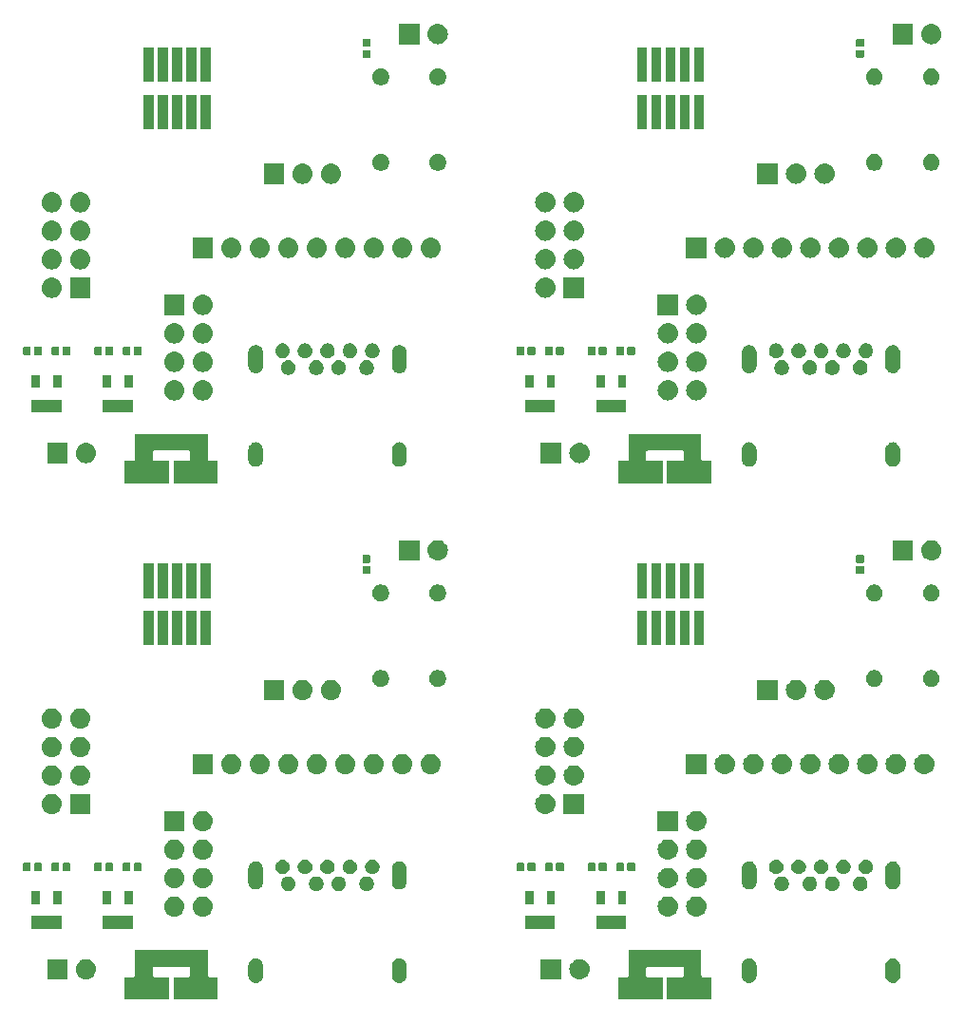
<source format=gts>
G04 #@! TF.GenerationSoftware,KiCad,Pcbnew,5.0.2-bee76a0~70~ubuntu18.04.1*
G04 #@! TF.CreationDate,2019-02-02T15:45:17-08:00*
G04 #@! TF.ProjectId,programing_adapter,70726f67-7261-46d6-996e-675f61646170,rev?*
G04 #@! TF.SameCoordinates,Original*
G04 #@! TF.FileFunction,Soldermask,Top*
G04 #@! TF.FilePolarity,Negative*
%FSLAX46Y46*%
G04 Gerber Fmt 4.6, Leading zero omitted, Abs format (unit mm)*
G04 Created by KiCad (PCBNEW 5.0.2-bee76a0~70~ubuntu18.04.1) date Sat 02 Feb 2019 03:45:17 PM PST*
%MOMM*%
%LPD*%
G01*
G04 APERTURE LIST*
%ADD10C,0.020000*%
G04 APERTURE END LIST*
D10*
G36*
X116927000Y-124130000D02*
X116929402Y-124154386D01*
X116936515Y-124177835D01*
X116948066Y-124199446D01*
X116963612Y-124218388D01*
X116982554Y-124233934D01*
X117004165Y-124245485D01*
X117027614Y-124252598D01*
X117052000Y-124255000D01*
X117824500Y-124255000D01*
X117824500Y-126257000D01*
X113877500Y-126257000D01*
X113877500Y-124255000D01*
X115225000Y-124255000D01*
X115249386Y-124252598D01*
X115272835Y-124245485D01*
X115294446Y-124233934D01*
X115313388Y-124218388D01*
X115328934Y-124199446D01*
X115340485Y-124177835D01*
X115347598Y-124154386D01*
X115350000Y-124130000D01*
X115350000Y-123462000D01*
X115347598Y-123437614D01*
X115340485Y-123414165D01*
X115328934Y-123392554D01*
X115313388Y-123373612D01*
X115294446Y-123358066D01*
X115272835Y-123346515D01*
X115249386Y-123339402D01*
X115225000Y-123337000D01*
X112127000Y-123337000D01*
X112102614Y-123339402D01*
X112079165Y-123346515D01*
X112057554Y-123358066D01*
X112038612Y-123373612D01*
X112023066Y-123392554D01*
X112011515Y-123414165D01*
X112004402Y-123437614D01*
X112002000Y-123462000D01*
X112002000Y-124130000D01*
X112004402Y-124154386D01*
X112011515Y-124177835D01*
X112023066Y-124199446D01*
X112038612Y-124218388D01*
X112057554Y-124233934D01*
X112079165Y-124245485D01*
X112102614Y-124252598D01*
X112127000Y-124255000D01*
X113474500Y-124255000D01*
X113474500Y-126257000D01*
X109527500Y-126257000D01*
X109527500Y-124255000D01*
X110300000Y-124255000D01*
X110324386Y-124252598D01*
X110347835Y-124245485D01*
X110369446Y-124233934D01*
X110388388Y-124218388D01*
X110403934Y-124199446D01*
X110415485Y-124177835D01*
X110422598Y-124154386D01*
X110425000Y-124130000D01*
X110425000Y-121855000D01*
X116927000Y-121855000D01*
X116927000Y-124130000D01*
X116927000Y-124130000D01*
G37*
G36*
X72927000Y-124130000D02*
X72929402Y-124154386D01*
X72936515Y-124177835D01*
X72948066Y-124199446D01*
X72963612Y-124218388D01*
X72982554Y-124233934D01*
X73004165Y-124245485D01*
X73027614Y-124252598D01*
X73052000Y-124255000D01*
X73824500Y-124255000D01*
X73824500Y-126257000D01*
X69877500Y-126257000D01*
X69877500Y-124255000D01*
X71225000Y-124255000D01*
X71249386Y-124252598D01*
X71272835Y-124245485D01*
X71294446Y-124233934D01*
X71313388Y-124218388D01*
X71328934Y-124199446D01*
X71340485Y-124177835D01*
X71347598Y-124154386D01*
X71350000Y-124130000D01*
X71350000Y-123462000D01*
X71347598Y-123437614D01*
X71340485Y-123414165D01*
X71328934Y-123392554D01*
X71313388Y-123373612D01*
X71294446Y-123358066D01*
X71272835Y-123346515D01*
X71249386Y-123339402D01*
X71225000Y-123337000D01*
X68127000Y-123337000D01*
X68102614Y-123339402D01*
X68079165Y-123346515D01*
X68057554Y-123358066D01*
X68038612Y-123373612D01*
X68023066Y-123392554D01*
X68011515Y-123414165D01*
X68004402Y-123437614D01*
X68002000Y-123462000D01*
X68002000Y-124130000D01*
X68004402Y-124154386D01*
X68011515Y-124177835D01*
X68023066Y-124199446D01*
X68038612Y-124218388D01*
X68057554Y-124233934D01*
X68079165Y-124245485D01*
X68102614Y-124252598D01*
X68127000Y-124255000D01*
X69474500Y-124255000D01*
X69474500Y-126257000D01*
X65527500Y-126257000D01*
X65527500Y-124255000D01*
X66300000Y-124255000D01*
X66324386Y-124252598D01*
X66347835Y-124245485D01*
X66369446Y-124233934D01*
X66388388Y-124218388D01*
X66403934Y-124199446D01*
X66415485Y-124177835D01*
X66422598Y-124154386D01*
X66425000Y-124130000D01*
X66425000Y-121855000D01*
X72927000Y-121855000D01*
X72927000Y-124130000D01*
X72927000Y-124130000D01*
G37*
G36*
X77317617Y-122586420D02*
X77399426Y-122611237D01*
X77440332Y-122623645D01*
X77484025Y-122647000D01*
X77553425Y-122684095D01*
X77652553Y-122765447D01*
X77733905Y-122864574D01*
X77733906Y-122864576D01*
X77794355Y-122977667D01*
X77806763Y-123018573D01*
X77831580Y-123100382D01*
X77841000Y-123196027D01*
X77841000Y-124159973D01*
X77831580Y-124255618D01*
X77806763Y-124337427D01*
X77794355Y-124378333D01*
X77791089Y-124384443D01*
X77733905Y-124491426D01*
X77652553Y-124590553D01*
X77553426Y-124671905D01*
X77553424Y-124671906D01*
X77440333Y-124732355D01*
X77399427Y-124744763D01*
X77317618Y-124769580D01*
X77190000Y-124782149D01*
X77062383Y-124769580D01*
X76980574Y-124744763D01*
X76939668Y-124732355D01*
X76826577Y-124671906D01*
X76826575Y-124671905D01*
X76727448Y-124590553D01*
X76646096Y-124491426D01*
X76588912Y-124384443D01*
X76585646Y-124378333D01*
X76573238Y-124337427D01*
X76548421Y-124255618D01*
X76539000Y-124159973D01*
X76539000Y-123196028D01*
X76548420Y-123100383D01*
X76585645Y-122977669D01*
X76585645Y-122977668D01*
X76622983Y-122907814D01*
X76646095Y-122864575D01*
X76727447Y-122765447D01*
X76826574Y-122684095D01*
X76871583Y-122660037D01*
X76939667Y-122623645D01*
X76980573Y-122611237D01*
X77062382Y-122586420D01*
X77190000Y-122573851D01*
X77317617Y-122586420D01*
X77317617Y-122586420D01*
G37*
G36*
X90117617Y-122586420D02*
X90199426Y-122611237D01*
X90240332Y-122623645D01*
X90284025Y-122647000D01*
X90353425Y-122684095D01*
X90452553Y-122765447D01*
X90533905Y-122864574D01*
X90533906Y-122864576D01*
X90594355Y-122977667D01*
X90606763Y-123018573D01*
X90631580Y-123100382D01*
X90641000Y-123196027D01*
X90641000Y-124159973D01*
X90631580Y-124255618D01*
X90606763Y-124337427D01*
X90594355Y-124378333D01*
X90591089Y-124384443D01*
X90533905Y-124491426D01*
X90452553Y-124590553D01*
X90353426Y-124671905D01*
X90353424Y-124671906D01*
X90240333Y-124732355D01*
X90199427Y-124744763D01*
X90117618Y-124769580D01*
X89990000Y-124782149D01*
X89862383Y-124769580D01*
X89780574Y-124744763D01*
X89739668Y-124732355D01*
X89626577Y-124671906D01*
X89626575Y-124671905D01*
X89527448Y-124590553D01*
X89446096Y-124491426D01*
X89388912Y-124384443D01*
X89385646Y-124378333D01*
X89373238Y-124337427D01*
X89348421Y-124255618D01*
X89339000Y-124159973D01*
X89339000Y-123196028D01*
X89348420Y-123100383D01*
X89385645Y-122977669D01*
X89385645Y-122977668D01*
X89422983Y-122907814D01*
X89446095Y-122864575D01*
X89527447Y-122765447D01*
X89626574Y-122684095D01*
X89671583Y-122660037D01*
X89739667Y-122623645D01*
X89780573Y-122611237D01*
X89862382Y-122586420D01*
X89990000Y-122573851D01*
X90117617Y-122586420D01*
X90117617Y-122586420D01*
G37*
G36*
X121317617Y-122586420D02*
X121399426Y-122611237D01*
X121440332Y-122623645D01*
X121484025Y-122647000D01*
X121553425Y-122684095D01*
X121652553Y-122765447D01*
X121733905Y-122864574D01*
X121733906Y-122864576D01*
X121794355Y-122977667D01*
X121806763Y-123018573D01*
X121831580Y-123100382D01*
X121841000Y-123196027D01*
X121841000Y-124159973D01*
X121831580Y-124255618D01*
X121806763Y-124337427D01*
X121794355Y-124378333D01*
X121791089Y-124384443D01*
X121733905Y-124491426D01*
X121652553Y-124590553D01*
X121553426Y-124671905D01*
X121553424Y-124671906D01*
X121440333Y-124732355D01*
X121399427Y-124744763D01*
X121317618Y-124769580D01*
X121190000Y-124782149D01*
X121062383Y-124769580D01*
X120980574Y-124744763D01*
X120939668Y-124732355D01*
X120826577Y-124671906D01*
X120826575Y-124671905D01*
X120727448Y-124590553D01*
X120646096Y-124491426D01*
X120588912Y-124384443D01*
X120585646Y-124378333D01*
X120573238Y-124337427D01*
X120548421Y-124255618D01*
X120539000Y-124159973D01*
X120539000Y-123196028D01*
X120548420Y-123100383D01*
X120585645Y-122977669D01*
X120585645Y-122977668D01*
X120622983Y-122907814D01*
X120646095Y-122864575D01*
X120727447Y-122765447D01*
X120826574Y-122684095D01*
X120871583Y-122660037D01*
X120939667Y-122623645D01*
X120980573Y-122611237D01*
X121062382Y-122586420D01*
X121190000Y-122573851D01*
X121317617Y-122586420D01*
X121317617Y-122586420D01*
G37*
G36*
X134117617Y-122586420D02*
X134199426Y-122611237D01*
X134240332Y-122623645D01*
X134284025Y-122647000D01*
X134353425Y-122684095D01*
X134452553Y-122765447D01*
X134533905Y-122864574D01*
X134533906Y-122864576D01*
X134594355Y-122977667D01*
X134606763Y-123018573D01*
X134631580Y-123100382D01*
X134641000Y-123196027D01*
X134641000Y-124159973D01*
X134631580Y-124255618D01*
X134606763Y-124337427D01*
X134594355Y-124378333D01*
X134591089Y-124384443D01*
X134533905Y-124491426D01*
X134452553Y-124590553D01*
X134353426Y-124671905D01*
X134353424Y-124671906D01*
X134240333Y-124732355D01*
X134199427Y-124744763D01*
X134117618Y-124769580D01*
X133990000Y-124782149D01*
X133862383Y-124769580D01*
X133780574Y-124744763D01*
X133739668Y-124732355D01*
X133626577Y-124671906D01*
X133626575Y-124671905D01*
X133527448Y-124590553D01*
X133446096Y-124491426D01*
X133388912Y-124384443D01*
X133385646Y-124378333D01*
X133373238Y-124337427D01*
X133348421Y-124255618D01*
X133339000Y-124159973D01*
X133339000Y-123196028D01*
X133348420Y-123100383D01*
X133385645Y-122977669D01*
X133385645Y-122977668D01*
X133422983Y-122907814D01*
X133446095Y-122864575D01*
X133527447Y-122765447D01*
X133626574Y-122684095D01*
X133671583Y-122660037D01*
X133739667Y-122623645D01*
X133780573Y-122611237D01*
X133862382Y-122586420D01*
X133990000Y-122573851D01*
X134117617Y-122586420D01*
X134117617Y-122586420D01*
G37*
G36*
X106166443Y-122653519D02*
X106232627Y-122660037D01*
X106345853Y-122694384D01*
X106402467Y-122711557D01*
X106503290Y-122765449D01*
X106558991Y-122795222D01*
X106594729Y-122824552D01*
X106696186Y-122907814D01*
X106779448Y-123009271D01*
X106808778Y-123045009D01*
X106808779Y-123045011D01*
X106892443Y-123201533D01*
X106892443Y-123201534D01*
X106943963Y-123371373D01*
X106961359Y-123548000D01*
X106943963Y-123724627D01*
X106909616Y-123837853D01*
X106892443Y-123894467D01*
X106818348Y-124033087D01*
X106808778Y-124050991D01*
X106779448Y-124086729D01*
X106696186Y-124188186D01*
X106594729Y-124271448D01*
X106558991Y-124300778D01*
X106558989Y-124300779D01*
X106402467Y-124384443D01*
X106345853Y-124401616D01*
X106232627Y-124435963D01*
X106166443Y-124442481D01*
X106100260Y-124449000D01*
X106011740Y-124449000D01*
X105945557Y-124442481D01*
X105879373Y-124435963D01*
X105766147Y-124401616D01*
X105709533Y-124384443D01*
X105553011Y-124300779D01*
X105553009Y-124300778D01*
X105517271Y-124271448D01*
X105415814Y-124188186D01*
X105332552Y-124086729D01*
X105303222Y-124050991D01*
X105293652Y-124033087D01*
X105219557Y-123894467D01*
X105202384Y-123837853D01*
X105168037Y-123724627D01*
X105150641Y-123548000D01*
X105168037Y-123371373D01*
X105219557Y-123201534D01*
X105219557Y-123201533D01*
X105303221Y-123045011D01*
X105303222Y-123045009D01*
X105332552Y-123009271D01*
X105415814Y-122907814D01*
X105517271Y-122824552D01*
X105553009Y-122795222D01*
X105608710Y-122765449D01*
X105709533Y-122711557D01*
X105766147Y-122694384D01*
X105879373Y-122660037D01*
X105945557Y-122653519D01*
X106011740Y-122647000D01*
X106100260Y-122647000D01*
X106166443Y-122653519D01*
X106166443Y-122653519D01*
G37*
G36*
X62166443Y-122653519D02*
X62232627Y-122660037D01*
X62345853Y-122694384D01*
X62402467Y-122711557D01*
X62503290Y-122765449D01*
X62558991Y-122795222D01*
X62594729Y-122824552D01*
X62696186Y-122907814D01*
X62779448Y-123009271D01*
X62808778Y-123045009D01*
X62808779Y-123045011D01*
X62892443Y-123201533D01*
X62892443Y-123201534D01*
X62943963Y-123371373D01*
X62961359Y-123548000D01*
X62943963Y-123724627D01*
X62909616Y-123837853D01*
X62892443Y-123894467D01*
X62818348Y-124033087D01*
X62808778Y-124050991D01*
X62779448Y-124086729D01*
X62696186Y-124188186D01*
X62594729Y-124271448D01*
X62558991Y-124300778D01*
X62558989Y-124300779D01*
X62402467Y-124384443D01*
X62345853Y-124401616D01*
X62232627Y-124435963D01*
X62166443Y-124442481D01*
X62100260Y-124449000D01*
X62011740Y-124449000D01*
X61945557Y-124442481D01*
X61879373Y-124435963D01*
X61766147Y-124401616D01*
X61709533Y-124384443D01*
X61553011Y-124300779D01*
X61553009Y-124300778D01*
X61517271Y-124271448D01*
X61415814Y-124188186D01*
X61332552Y-124086729D01*
X61303222Y-124050991D01*
X61293652Y-124033087D01*
X61219557Y-123894467D01*
X61202384Y-123837853D01*
X61168037Y-123724627D01*
X61150641Y-123548000D01*
X61168037Y-123371373D01*
X61219557Y-123201534D01*
X61219557Y-123201533D01*
X61303221Y-123045011D01*
X61303222Y-123045009D01*
X61332552Y-123009271D01*
X61415814Y-122907814D01*
X61517271Y-122824552D01*
X61553009Y-122795222D01*
X61608710Y-122765449D01*
X61709533Y-122711557D01*
X61766147Y-122694384D01*
X61879373Y-122660037D01*
X61945557Y-122653519D01*
X62011740Y-122647000D01*
X62100260Y-122647000D01*
X62166443Y-122653519D01*
X62166443Y-122653519D01*
G37*
G36*
X60417000Y-124449000D02*
X58615000Y-124449000D01*
X58615000Y-122647000D01*
X60417000Y-122647000D01*
X60417000Y-124449000D01*
X60417000Y-124449000D01*
G37*
G36*
X104417000Y-124449000D02*
X102615000Y-124449000D01*
X102615000Y-122647000D01*
X104417000Y-122647000D01*
X104417000Y-124449000D01*
X104417000Y-124449000D01*
G37*
G36*
X110235624Y-119940202D02*
X107583624Y-119940202D01*
X107583624Y-118778202D01*
X110235624Y-118778202D01*
X110235624Y-119940202D01*
X110235624Y-119940202D01*
G37*
G36*
X66235624Y-119940202D02*
X63583624Y-119940202D01*
X63583624Y-118778202D01*
X66235624Y-118778202D01*
X66235624Y-119940202D01*
X66235624Y-119940202D01*
G37*
G36*
X103885624Y-119940202D02*
X101233624Y-119940202D01*
X101233624Y-118778202D01*
X103885624Y-118778202D01*
X103885624Y-119940202D01*
X103885624Y-119940202D01*
G37*
G36*
X59885624Y-119940202D02*
X57233624Y-119940202D01*
X57233624Y-118778202D01*
X59885624Y-118778202D01*
X59885624Y-119940202D01*
X59885624Y-119940202D01*
G37*
G36*
X116580442Y-117065518D02*
X116646627Y-117072037D01*
X116759853Y-117106384D01*
X116816467Y-117123557D01*
X116955087Y-117197652D01*
X116972991Y-117207222D01*
X117008729Y-117236552D01*
X117110186Y-117319814D01*
X117193448Y-117421271D01*
X117222778Y-117457009D01*
X117222779Y-117457011D01*
X117306443Y-117613533D01*
X117306443Y-117613534D01*
X117357963Y-117783373D01*
X117375359Y-117960000D01*
X117357963Y-118136627D01*
X117323616Y-118249853D01*
X117306443Y-118306467D01*
X117232348Y-118445087D01*
X117222778Y-118462991D01*
X117193448Y-118498729D01*
X117110186Y-118600186D01*
X117008729Y-118683448D01*
X116972991Y-118712778D01*
X116972989Y-118712779D01*
X116816467Y-118796443D01*
X116759853Y-118813616D01*
X116646627Y-118847963D01*
X116580442Y-118854482D01*
X116514260Y-118861000D01*
X116425740Y-118861000D01*
X116359558Y-118854482D01*
X116293373Y-118847963D01*
X116180147Y-118813616D01*
X116123533Y-118796443D01*
X115967011Y-118712779D01*
X115967009Y-118712778D01*
X115931271Y-118683448D01*
X115829814Y-118600186D01*
X115746552Y-118498729D01*
X115717222Y-118462991D01*
X115707652Y-118445087D01*
X115633557Y-118306467D01*
X115616384Y-118249853D01*
X115582037Y-118136627D01*
X115564641Y-117960000D01*
X115582037Y-117783373D01*
X115633557Y-117613534D01*
X115633557Y-117613533D01*
X115717221Y-117457011D01*
X115717222Y-117457009D01*
X115746552Y-117421271D01*
X115829814Y-117319814D01*
X115931271Y-117236552D01*
X115967009Y-117207222D01*
X115984913Y-117197652D01*
X116123533Y-117123557D01*
X116180147Y-117106384D01*
X116293373Y-117072037D01*
X116359558Y-117065518D01*
X116425740Y-117059000D01*
X116514260Y-117059000D01*
X116580442Y-117065518D01*
X116580442Y-117065518D01*
G37*
G36*
X114040442Y-117065518D02*
X114106627Y-117072037D01*
X114219853Y-117106384D01*
X114276467Y-117123557D01*
X114415087Y-117197652D01*
X114432991Y-117207222D01*
X114468729Y-117236552D01*
X114570186Y-117319814D01*
X114653448Y-117421271D01*
X114682778Y-117457009D01*
X114682779Y-117457011D01*
X114766443Y-117613533D01*
X114766443Y-117613534D01*
X114817963Y-117783373D01*
X114835359Y-117960000D01*
X114817963Y-118136627D01*
X114783616Y-118249853D01*
X114766443Y-118306467D01*
X114692348Y-118445087D01*
X114682778Y-118462991D01*
X114653448Y-118498729D01*
X114570186Y-118600186D01*
X114468729Y-118683448D01*
X114432991Y-118712778D01*
X114432989Y-118712779D01*
X114276467Y-118796443D01*
X114219853Y-118813616D01*
X114106627Y-118847963D01*
X114040442Y-118854482D01*
X113974260Y-118861000D01*
X113885740Y-118861000D01*
X113819558Y-118854482D01*
X113753373Y-118847963D01*
X113640147Y-118813616D01*
X113583533Y-118796443D01*
X113427011Y-118712779D01*
X113427009Y-118712778D01*
X113391271Y-118683448D01*
X113289814Y-118600186D01*
X113206552Y-118498729D01*
X113177222Y-118462991D01*
X113167652Y-118445087D01*
X113093557Y-118306467D01*
X113076384Y-118249853D01*
X113042037Y-118136627D01*
X113024641Y-117960000D01*
X113042037Y-117783373D01*
X113093557Y-117613534D01*
X113093557Y-117613533D01*
X113177221Y-117457011D01*
X113177222Y-117457009D01*
X113206552Y-117421271D01*
X113289814Y-117319814D01*
X113391271Y-117236552D01*
X113427009Y-117207222D01*
X113444913Y-117197652D01*
X113583533Y-117123557D01*
X113640147Y-117106384D01*
X113753373Y-117072037D01*
X113819558Y-117065518D01*
X113885740Y-117059000D01*
X113974260Y-117059000D01*
X114040442Y-117065518D01*
X114040442Y-117065518D01*
G37*
G36*
X72580442Y-117065518D02*
X72646627Y-117072037D01*
X72759853Y-117106384D01*
X72816467Y-117123557D01*
X72955087Y-117197652D01*
X72972991Y-117207222D01*
X73008729Y-117236552D01*
X73110186Y-117319814D01*
X73193448Y-117421271D01*
X73222778Y-117457009D01*
X73222779Y-117457011D01*
X73306443Y-117613533D01*
X73306443Y-117613534D01*
X73357963Y-117783373D01*
X73375359Y-117960000D01*
X73357963Y-118136627D01*
X73323616Y-118249853D01*
X73306443Y-118306467D01*
X73232348Y-118445087D01*
X73222778Y-118462991D01*
X73193448Y-118498729D01*
X73110186Y-118600186D01*
X73008729Y-118683448D01*
X72972991Y-118712778D01*
X72972989Y-118712779D01*
X72816467Y-118796443D01*
X72759853Y-118813616D01*
X72646627Y-118847963D01*
X72580442Y-118854482D01*
X72514260Y-118861000D01*
X72425740Y-118861000D01*
X72359558Y-118854482D01*
X72293373Y-118847963D01*
X72180147Y-118813616D01*
X72123533Y-118796443D01*
X71967011Y-118712779D01*
X71967009Y-118712778D01*
X71931271Y-118683448D01*
X71829814Y-118600186D01*
X71746552Y-118498729D01*
X71717222Y-118462991D01*
X71707652Y-118445087D01*
X71633557Y-118306467D01*
X71616384Y-118249853D01*
X71582037Y-118136627D01*
X71564641Y-117960000D01*
X71582037Y-117783373D01*
X71633557Y-117613534D01*
X71633557Y-117613533D01*
X71717221Y-117457011D01*
X71717222Y-117457009D01*
X71746552Y-117421271D01*
X71829814Y-117319814D01*
X71931271Y-117236552D01*
X71967009Y-117207222D01*
X71984913Y-117197652D01*
X72123533Y-117123557D01*
X72180147Y-117106384D01*
X72293373Y-117072037D01*
X72359558Y-117065518D01*
X72425740Y-117059000D01*
X72514260Y-117059000D01*
X72580442Y-117065518D01*
X72580442Y-117065518D01*
G37*
G36*
X70040442Y-117065518D02*
X70106627Y-117072037D01*
X70219853Y-117106384D01*
X70276467Y-117123557D01*
X70415087Y-117197652D01*
X70432991Y-117207222D01*
X70468729Y-117236552D01*
X70570186Y-117319814D01*
X70653448Y-117421271D01*
X70682778Y-117457009D01*
X70682779Y-117457011D01*
X70766443Y-117613533D01*
X70766443Y-117613534D01*
X70817963Y-117783373D01*
X70835359Y-117960000D01*
X70817963Y-118136627D01*
X70783616Y-118249853D01*
X70766443Y-118306467D01*
X70692348Y-118445087D01*
X70682778Y-118462991D01*
X70653448Y-118498729D01*
X70570186Y-118600186D01*
X70468729Y-118683448D01*
X70432991Y-118712778D01*
X70432989Y-118712779D01*
X70276467Y-118796443D01*
X70219853Y-118813616D01*
X70106627Y-118847963D01*
X70040442Y-118854482D01*
X69974260Y-118861000D01*
X69885740Y-118861000D01*
X69819558Y-118854482D01*
X69753373Y-118847963D01*
X69640147Y-118813616D01*
X69583533Y-118796443D01*
X69427011Y-118712779D01*
X69427009Y-118712778D01*
X69391271Y-118683448D01*
X69289814Y-118600186D01*
X69206552Y-118498729D01*
X69177222Y-118462991D01*
X69167652Y-118445087D01*
X69093557Y-118306467D01*
X69076384Y-118249853D01*
X69042037Y-118136627D01*
X69024641Y-117960000D01*
X69042037Y-117783373D01*
X69093557Y-117613534D01*
X69093557Y-117613533D01*
X69177221Y-117457011D01*
X69177222Y-117457009D01*
X69206552Y-117421271D01*
X69289814Y-117319814D01*
X69391271Y-117236552D01*
X69427009Y-117207222D01*
X69444913Y-117197652D01*
X69583533Y-117123557D01*
X69640147Y-117106384D01*
X69753373Y-117072037D01*
X69819558Y-117065518D01*
X69885740Y-117059000D01*
X69974260Y-117059000D01*
X70040442Y-117065518D01*
X70040442Y-117065518D01*
G37*
G36*
X110235624Y-117740202D02*
X109483624Y-117740202D01*
X109483624Y-116578202D01*
X110235624Y-116578202D01*
X110235624Y-117740202D01*
X110235624Y-117740202D01*
G37*
G36*
X101985624Y-117740202D02*
X101233624Y-117740202D01*
X101233624Y-116578202D01*
X101985624Y-116578202D01*
X101985624Y-117740202D01*
X101985624Y-117740202D01*
G37*
G36*
X57985624Y-117740202D02*
X57233624Y-117740202D01*
X57233624Y-116578202D01*
X57985624Y-116578202D01*
X57985624Y-117740202D01*
X57985624Y-117740202D01*
G37*
G36*
X59885624Y-117740202D02*
X59133624Y-117740202D01*
X59133624Y-116578202D01*
X59885624Y-116578202D01*
X59885624Y-117740202D01*
X59885624Y-117740202D01*
G37*
G36*
X66235624Y-117740202D02*
X65483624Y-117740202D01*
X65483624Y-116578202D01*
X66235624Y-116578202D01*
X66235624Y-117740202D01*
X66235624Y-117740202D01*
G37*
G36*
X108335624Y-117740202D02*
X107583624Y-117740202D01*
X107583624Y-116578202D01*
X108335624Y-116578202D01*
X108335624Y-117740202D01*
X108335624Y-117740202D01*
G37*
G36*
X103885624Y-117740202D02*
X103133624Y-117740202D01*
X103133624Y-116578202D01*
X103885624Y-116578202D01*
X103885624Y-117740202D01*
X103885624Y-117740202D01*
G37*
G36*
X64335624Y-117740202D02*
X63583624Y-117740202D01*
X63583624Y-116578202D01*
X64335624Y-116578202D01*
X64335624Y-117740202D01*
X64335624Y-117740202D01*
G37*
G36*
X124279890Y-115302017D02*
X124398361Y-115351089D01*
X124504992Y-115422338D01*
X124595662Y-115513008D01*
X124595664Y-115513011D01*
X124595665Y-115513012D01*
X124651535Y-115596627D01*
X124666911Y-115619639D01*
X124715983Y-115738110D01*
X124741000Y-115863881D01*
X124741000Y-115992119D01*
X124715983Y-116117890D01*
X124666911Y-116236361D01*
X124666909Y-116236364D01*
X124609752Y-116321906D01*
X124595662Y-116342992D01*
X124504992Y-116433662D01*
X124398361Y-116504911D01*
X124279890Y-116553983D01*
X124154119Y-116579000D01*
X124025881Y-116579000D01*
X123900110Y-116553983D01*
X123781639Y-116504911D01*
X123675008Y-116433662D01*
X123584338Y-116342992D01*
X123570249Y-116321906D01*
X123513091Y-116236364D01*
X123513089Y-116236361D01*
X123464017Y-116117890D01*
X123439000Y-115992119D01*
X123439000Y-115863881D01*
X123464017Y-115738110D01*
X123513089Y-115619639D01*
X123528465Y-115596627D01*
X123584335Y-115513012D01*
X123584336Y-115513011D01*
X123584338Y-115513008D01*
X123675008Y-115422338D01*
X123781639Y-115351089D01*
X123900110Y-115302017D01*
X124025881Y-115277000D01*
X124154119Y-115277000D01*
X124279890Y-115302017D01*
X124279890Y-115302017D01*
G37*
G36*
X131279890Y-115302017D02*
X131398361Y-115351089D01*
X131504992Y-115422338D01*
X131595662Y-115513008D01*
X131595664Y-115513011D01*
X131595665Y-115513012D01*
X131651535Y-115596627D01*
X131666911Y-115619639D01*
X131715983Y-115738110D01*
X131741000Y-115863881D01*
X131741000Y-115992119D01*
X131715983Y-116117890D01*
X131666911Y-116236361D01*
X131666909Y-116236364D01*
X131609752Y-116321906D01*
X131595662Y-116342992D01*
X131504992Y-116433662D01*
X131398361Y-116504911D01*
X131279890Y-116553983D01*
X131154119Y-116579000D01*
X131025881Y-116579000D01*
X130900110Y-116553983D01*
X130781639Y-116504911D01*
X130675008Y-116433662D01*
X130584338Y-116342992D01*
X130570249Y-116321906D01*
X130513091Y-116236364D01*
X130513089Y-116236361D01*
X130464017Y-116117890D01*
X130439000Y-115992119D01*
X130439000Y-115863881D01*
X130464017Y-115738110D01*
X130513089Y-115619639D01*
X130528465Y-115596627D01*
X130584335Y-115513012D01*
X130584336Y-115513011D01*
X130584338Y-115513008D01*
X130675008Y-115422338D01*
X130781639Y-115351089D01*
X130900110Y-115302017D01*
X131025881Y-115277000D01*
X131154119Y-115277000D01*
X131279890Y-115302017D01*
X131279890Y-115302017D01*
G37*
G36*
X84779890Y-115302017D02*
X84898361Y-115351089D01*
X85004992Y-115422338D01*
X85095662Y-115513008D01*
X85095664Y-115513011D01*
X85095665Y-115513012D01*
X85151535Y-115596627D01*
X85166911Y-115619639D01*
X85215983Y-115738110D01*
X85241000Y-115863881D01*
X85241000Y-115992119D01*
X85215983Y-116117890D01*
X85166911Y-116236361D01*
X85166909Y-116236364D01*
X85109752Y-116321906D01*
X85095662Y-116342992D01*
X85004992Y-116433662D01*
X84898361Y-116504911D01*
X84779890Y-116553983D01*
X84654119Y-116579000D01*
X84525881Y-116579000D01*
X84400110Y-116553983D01*
X84281639Y-116504911D01*
X84175008Y-116433662D01*
X84084338Y-116342992D01*
X84070249Y-116321906D01*
X84013091Y-116236364D01*
X84013089Y-116236361D01*
X83964017Y-116117890D01*
X83939000Y-115992119D01*
X83939000Y-115863881D01*
X83964017Y-115738110D01*
X84013089Y-115619639D01*
X84028465Y-115596627D01*
X84084335Y-115513012D01*
X84084336Y-115513011D01*
X84084338Y-115513008D01*
X84175008Y-115422338D01*
X84281639Y-115351089D01*
X84400110Y-115302017D01*
X84525881Y-115277000D01*
X84654119Y-115277000D01*
X84779890Y-115302017D01*
X84779890Y-115302017D01*
G37*
G36*
X128779890Y-115302017D02*
X128898361Y-115351089D01*
X129004992Y-115422338D01*
X129095662Y-115513008D01*
X129095664Y-115513011D01*
X129095665Y-115513012D01*
X129151535Y-115596627D01*
X129166911Y-115619639D01*
X129215983Y-115738110D01*
X129241000Y-115863881D01*
X129241000Y-115992119D01*
X129215983Y-116117890D01*
X129166911Y-116236361D01*
X129166909Y-116236364D01*
X129109752Y-116321906D01*
X129095662Y-116342992D01*
X129004992Y-116433662D01*
X128898361Y-116504911D01*
X128779890Y-116553983D01*
X128654119Y-116579000D01*
X128525881Y-116579000D01*
X128400110Y-116553983D01*
X128281639Y-116504911D01*
X128175008Y-116433662D01*
X128084338Y-116342992D01*
X128070249Y-116321906D01*
X128013091Y-116236364D01*
X128013089Y-116236361D01*
X127964017Y-116117890D01*
X127939000Y-115992119D01*
X127939000Y-115863881D01*
X127964017Y-115738110D01*
X128013089Y-115619639D01*
X128028465Y-115596627D01*
X128084335Y-115513012D01*
X128084336Y-115513011D01*
X128084338Y-115513008D01*
X128175008Y-115422338D01*
X128281639Y-115351089D01*
X128400110Y-115302017D01*
X128525881Y-115277000D01*
X128654119Y-115277000D01*
X128779890Y-115302017D01*
X128779890Y-115302017D01*
G37*
G36*
X82779890Y-115302017D02*
X82898361Y-115351089D01*
X83004992Y-115422338D01*
X83095662Y-115513008D01*
X83095664Y-115513011D01*
X83095665Y-115513012D01*
X83151535Y-115596627D01*
X83166911Y-115619639D01*
X83215983Y-115738110D01*
X83241000Y-115863881D01*
X83241000Y-115992119D01*
X83215983Y-116117890D01*
X83166911Y-116236361D01*
X83166909Y-116236364D01*
X83109752Y-116321906D01*
X83095662Y-116342992D01*
X83004992Y-116433662D01*
X82898361Y-116504911D01*
X82779890Y-116553983D01*
X82654119Y-116579000D01*
X82525881Y-116579000D01*
X82400110Y-116553983D01*
X82281639Y-116504911D01*
X82175008Y-116433662D01*
X82084338Y-116342992D01*
X82070249Y-116321906D01*
X82013091Y-116236364D01*
X82013089Y-116236361D01*
X81964017Y-116117890D01*
X81939000Y-115992119D01*
X81939000Y-115863881D01*
X81964017Y-115738110D01*
X82013089Y-115619639D01*
X82028465Y-115596627D01*
X82084335Y-115513012D01*
X82084336Y-115513011D01*
X82084338Y-115513008D01*
X82175008Y-115422338D01*
X82281639Y-115351089D01*
X82400110Y-115302017D01*
X82525881Y-115277000D01*
X82654119Y-115277000D01*
X82779890Y-115302017D01*
X82779890Y-115302017D01*
G37*
G36*
X80279890Y-115302017D02*
X80398361Y-115351089D01*
X80504992Y-115422338D01*
X80595662Y-115513008D01*
X80595664Y-115513011D01*
X80595665Y-115513012D01*
X80651535Y-115596627D01*
X80666911Y-115619639D01*
X80715983Y-115738110D01*
X80741000Y-115863881D01*
X80741000Y-115992119D01*
X80715983Y-116117890D01*
X80666911Y-116236361D01*
X80666909Y-116236364D01*
X80609752Y-116321906D01*
X80595662Y-116342992D01*
X80504992Y-116433662D01*
X80398361Y-116504911D01*
X80279890Y-116553983D01*
X80154119Y-116579000D01*
X80025881Y-116579000D01*
X79900110Y-116553983D01*
X79781639Y-116504911D01*
X79675008Y-116433662D01*
X79584338Y-116342992D01*
X79570249Y-116321906D01*
X79513091Y-116236364D01*
X79513089Y-116236361D01*
X79464017Y-116117890D01*
X79439000Y-115992119D01*
X79439000Y-115863881D01*
X79464017Y-115738110D01*
X79513089Y-115619639D01*
X79528465Y-115596627D01*
X79584335Y-115513012D01*
X79584336Y-115513011D01*
X79584338Y-115513008D01*
X79675008Y-115422338D01*
X79781639Y-115351089D01*
X79900110Y-115302017D01*
X80025881Y-115277000D01*
X80154119Y-115277000D01*
X80279890Y-115302017D01*
X80279890Y-115302017D01*
G37*
G36*
X87279890Y-115302017D02*
X87398361Y-115351089D01*
X87504992Y-115422338D01*
X87595662Y-115513008D01*
X87595664Y-115513011D01*
X87595665Y-115513012D01*
X87651535Y-115596627D01*
X87666911Y-115619639D01*
X87715983Y-115738110D01*
X87741000Y-115863881D01*
X87741000Y-115992119D01*
X87715983Y-116117890D01*
X87666911Y-116236361D01*
X87666909Y-116236364D01*
X87609752Y-116321906D01*
X87595662Y-116342992D01*
X87504992Y-116433662D01*
X87398361Y-116504911D01*
X87279890Y-116553983D01*
X87154119Y-116579000D01*
X87025881Y-116579000D01*
X86900110Y-116553983D01*
X86781639Y-116504911D01*
X86675008Y-116433662D01*
X86584338Y-116342992D01*
X86570249Y-116321906D01*
X86513091Y-116236364D01*
X86513089Y-116236361D01*
X86464017Y-116117890D01*
X86439000Y-115992119D01*
X86439000Y-115863881D01*
X86464017Y-115738110D01*
X86513089Y-115619639D01*
X86528465Y-115596627D01*
X86584335Y-115513012D01*
X86584336Y-115513011D01*
X86584338Y-115513008D01*
X86675008Y-115422338D01*
X86781639Y-115351089D01*
X86900110Y-115302017D01*
X87025881Y-115277000D01*
X87154119Y-115277000D01*
X87279890Y-115302017D01*
X87279890Y-115302017D01*
G37*
G36*
X126779890Y-115302017D02*
X126898361Y-115351089D01*
X127004992Y-115422338D01*
X127095662Y-115513008D01*
X127095664Y-115513011D01*
X127095665Y-115513012D01*
X127151535Y-115596627D01*
X127166911Y-115619639D01*
X127215983Y-115738110D01*
X127241000Y-115863881D01*
X127241000Y-115992119D01*
X127215983Y-116117890D01*
X127166911Y-116236361D01*
X127166909Y-116236364D01*
X127109752Y-116321906D01*
X127095662Y-116342992D01*
X127004992Y-116433662D01*
X126898361Y-116504911D01*
X126779890Y-116553983D01*
X126654119Y-116579000D01*
X126525881Y-116579000D01*
X126400110Y-116553983D01*
X126281639Y-116504911D01*
X126175008Y-116433662D01*
X126084338Y-116342992D01*
X126070249Y-116321906D01*
X126013091Y-116236364D01*
X126013089Y-116236361D01*
X125964017Y-116117890D01*
X125939000Y-115992119D01*
X125939000Y-115863881D01*
X125964017Y-115738110D01*
X126013089Y-115619639D01*
X126028465Y-115596627D01*
X126084335Y-115513012D01*
X126084336Y-115513011D01*
X126084338Y-115513008D01*
X126175008Y-115422338D01*
X126281639Y-115351089D01*
X126400110Y-115302017D01*
X126525881Y-115277000D01*
X126654119Y-115277000D01*
X126779890Y-115302017D01*
X126779890Y-115302017D01*
G37*
G36*
X77317617Y-113936420D02*
X77399426Y-113961237D01*
X77440332Y-113973645D01*
X77500782Y-114005957D01*
X77553425Y-114034095D01*
X77553427Y-114034096D01*
X77553426Y-114034096D01*
X77642697Y-114107358D01*
X77652553Y-114115447D01*
X77733905Y-114214574D01*
X77733906Y-114214576D01*
X77794355Y-114327667D01*
X77805340Y-114363881D01*
X77831580Y-114450382D01*
X77841000Y-114546027D01*
X77841000Y-115809973D01*
X77831580Y-115905618D01*
X77806763Y-115987427D01*
X77794355Y-116028333D01*
X77777329Y-116060186D01*
X77733905Y-116141426D01*
X77652553Y-116240553D01*
X77553426Y-116321905D01*
X77553424Y-116321906D01*
X77440333Y-116382355D01*
X77399427Y-116394763D01*
X77317618Y-116419580D01*
X77190000Y-116432149D01*
X77062383Y-116419580D01*
X76980574Y-116394763D01*
X76939668Y-116382355D01*
X76826577Y-116321906D01*
X76826575Y-116321905D01*
X76727448Y-116240553D01*
X76646096Y-116141426D01*
X76602672Y-116060186D01*
X76585646Y-116028333D01*
X76573238Y-115987427D01*
X76548421Y-115905618D01*
X76539001Y-115809973D01*
X76539000Y-114546028D01*
X76548420Y-114450383D01*
X76585645Y-114327669D01*
X76585645Y-114327668D01*
X76617957Y-114267218D01*
X76646095Y-114214575D01*
X76684922Y-114167264D01*
X76727445Y-114115449D01*
X76727447Y-114115447D01*
X76826574Y-114034095D01*
X76839509Y-114027181D01*
X76939667Y-113973645D01*
X76980573Y-113961237D01*
X77062382Y-113936420D01*
X77190000Y-113923851D01*
X77317617Y-113936420D01*
X77317617Y-113936420D01*
G37*
G36*
X121317617Y-113936420D02*
X121399426Y-113961237D01*
X121440332Y-113973645D01*
X121500782Y-114005957D01*
X121553425Y-114034095D01*
X121553427Y-114034096D01*
X121553426Y-114034096D01*
X121642697Y-114107358D01*
X121652553Y-114115447D01*
X121733905Y-114214574D01*
X121733906Y-114214576D01*
X121794355Y-114327667D01*
X121805340Y-114363881D01*
X121831580Y-114450382D01*
X121841000Y-114546027D01*
X121841000Y-115809973D01*
X121831580Y-115905618D01*
X121806763Y-115987427D01*
X121794355Y-116028333D01*
X121777329Y-116060186D01*
X121733905Y-116141426D01*
X121652553Y-116240553D01*
X121553426Y-116321905D01*
X121553424Y-116321906D01*
X121440333Y-116382355D01*
X121399427Y-116394763D01*
X121317618Y-116419580D01*
X121190000Y-116432149D01*
X121062383Y-116419580D01*
X120980574Y-116394763D01*
X120939668Y-116382355D01*
X120826577Y-116321906D01*
X120826575Y-116321905D01*
X120727448Y-116240553D01*
X120646096Y-116141426D01*
X120602672Y-116060186D01*
X120585646Y-116028333D01*
X120573238Y-115987427D01*
X120548421Y-115905618D01*
X120539001Y-115809973D01*
X120539000Y-114546028D01*
X120548420Y-114450383D01*
X120585645Y-114327669D01*
X120585645Y-114327668D01*
X120617957Y-114267218D01*
X120646095Y-114214575D01*
X120684922Y-114167264D01*
X120727445Y-114115449D01*
X120727447Y-114115447D01*
X120826574Y-114034095D01*
X120839509Y-114027181D01*
X120939667Y-113973645D01*
X120980573Y-113961237D01*
X121062382Y-113936420D01*
X121190000Y-113923851D01*
X121317617Y-113936420D01*
X121317617Y-113936420D01*
G37*
G36*
X90117617Y-113936420D02*
X90199426Y-113961237D01*
X90240332Y-113973645D01*
X90300782Y-114005957D01*
X90353425Y-114034095D01*
X90353427Y-114034096D01*
X90353426Y-114034096D01*
X90442697Y-114107358D01*
X90452553Y-114115447D01*
X90533905Y-114214574D01*
X90533906Y-114214576D01*
X90594355Y-114327667D01*
X90605340Y-114363881D01*
X90631580Y-114450382D01*
X90641000Y-114546027D01*
X90641000Y-115809973D01*
X90631580Y-115905618D01*
X90606763Y-115987427D01*
X90594355Y-116028333D01*
X90577329Y-116060186D01*
X90533905Y-116141426D01*
X90452553Y-116240553D01*
X90353426Y-116321905D01*
X90353424Y-116321906D01*
X90240333Y-116382355D01*
X90199427Y-116394763D01*
X90117618Y-116419580D01*
X89990000Y-116432149D01*
X89862383Y-116419580D01*
X89780574Y-116394763D01*
X89739668Y-116382355D01*
X89626577Y-116321906D01*
X89626575Y-116321905D01*
X89527448Y-116240553D01*
X89446096Y-116141426D01*
X89402672Y-116060186D01*
X89385646Y-116028333D01*
X89373238Y-115987427D01*
X89348421Y-115905618D01*
X89339001Y-115809973D01*
X89339000Y-114546028D01*
X89348420Y-114450383D01*
X89385645Y-114327669D01*
X89385645Y-114327668D01*
X89417957Y-114267218D01*
X89446095Y-114214575D01*
X89484922Y-114167264D01*
X89527445Y-114115449D01*
X89527447Y-114115447D01*
X89626574Y-114034095D01*
X89639509Y-114027181D01*
X89739667Y-113973645D01*
X89780573Y-113961237D01*
X89862382Y-113936420D01*
X89990000Y-113923851D01*
X90117617Y-113936420D01*
X90117617Y-113936420D01*
G37*
G36*
X134117617Y-113936420D02*
X134199426Y-113961237D01*
X134240332Y-113973645D01*
X134300782Y-114005957D01*
X134353425Y-114034095D01*
X134353427Y-114034096D01*
X134353426Y-114034096D01*
X134442697Y-114107358D01*
X134452553Y-114115447D01*
X134533905Y-114214574D01*
X134533906Y-114214576D01*
X134594355Y-114327667D01*
X134605340Y-114363881D01*
X134631580Y-114450382D01*
X134641000Y-114546027D01*
X134641000Y-115809973D01*
X134631580Y-115905618D01*
X134606763Y-115987427D01*
X134594355Y-116028333D01*
X134577329Y-116060186D01*
X134533905Y-116141426D01*
X134452553Y-116240553D01*
X134353426Y-116321905D01*
X134353424Y-116321906D01*
X134240333Y-116382355D01*
X134199427Y-116394763D01*
X134117618Y-116419580D01*
X133990000Y-116432149D01*
X133862383Y-116419580D01*
X133780574Y-116394763D01*
X133739668Y-116382355D01*
X133626577Y-116321906D01*
X133626575Y-116321905D01*
X133527448Y-116240553D01*
X133446096Y-116141426D01*
X133402672Y-116060186D01*
X133385646Y-116028333D01*
X133373238Y-115987427D01*
X133348421Y-115905618D01*
X133339001Y-115809973D01*
X133339000Y-114546028D01*
X133348420Y-114450383D01*
X133385645Y-114327669D01*
X133385645Y-114327668D01*
X133417957Y-114267218D01*
X133446095Y-114214575D01*
X133484922Y-114167264D01*
X133527445Y-114115449D01*
X133527447Y-114115447D01*
X133626574Y-114034095D01*
X133639509Y-114027181D01*
X133739667Y-113973645D01*
X133780573Y-113961237D01*
X133862382Y-113936420D01*
X133990000Y-113923851D01*
X134117617Y-113936420D01*
X134117617Y-113936420D01*
G37*
G36*
X116580443Y-114525519D02*
X116646627Y-114532037D01*
X116759853Y-114566384D01*
X116816467Y-114583557D01*
X116935537Y-114647202D01*
X116972991Y-114667222D01*
X116989722Y-114680953D01*
X117110186Y-114779814D01*
X117193448Y-114881271D01*
X117222778Y-114917009D01*
X117222779Y-114917011D01*
X117306443Y-115073533D01*
X117306443Y-115073534D01*
X117357963Y-115243373D01*
X117375359Y-115420000D01*
X117357963Y-115596627D01*
X117350983Y-115619636D01*
X117306443Y-115766467D01*
X117254373Y-115863881D01*
X117222778Y-115922991D01*
X117193448Y-115958729D01*
X117110186Y-116060186D01*
X117039872Y-116117890D01*
X116972991Y-116172778D01*
X116972989Y-116172779D01*
X116816467Y-116256443D01*
X116759853Y-116273616D01*
X116646627Y-116307963D01*
X116580442Y-116314482D01*
X116514260Y-116321000D01*
X116425740Y-116321000D01*
X116359558Y-116314482D01*
X116293373Y-116307963D01*
X116180147Y-116273616D01*
X116123533Y-116256443D01*
X115967011Y-116172779D01*
X115967009Y-116172778D01*
X115900128Y-116117890D01*
X115829814Y-116060186D01*
X115746552Y-115958729D01*
X115717222Y-115922991D01*
X115685627Y-115863881D01*
X115633557Y-115766467D01*
X115589017Y-115619636D01*
X115582037Y-115596627D01*
X115564641Y-115420000D01*
X115582037Y-115243373D01*
X115633557Y-115073534D01*
X115633557Y-115073533D01*
X115717221Y-114917011D01*
X115717222Y-114917009D01*
X115746552Y-114881271D01*
X115829814Y-114779814D01*
X115950278Y-114680953D01*
X115967009Y-114667222D01*
X116004463Y-114647202D01*
X116123533Y-114583557D01*
X116180147Y-114566384D01*
X116293373Y-114532037D01*
X116359557Y-114525519D01*
X116425740Y-114519000D01*
X116514260Y-114519000D01*
X116580443Y-114525519D01*
X116580443Y-114525519D01*
G37*
G36*
X114040443Y-114525519D02*
X114106627Y-114532037D01*
X114219853Y-114566384D01*
X114276467Y-114583557D01*
X114395537Y-114647202D01*
X114432991Y-114667222D01*
X114449722Y-114680953D01*
X114570186Y-114779814D01*
X114653448Y-114881271D01*
X114682778Y-114917009D01*
X114682779Y-114917011D01*
X114766443Y-115073533D01*
X114766443Y-115073534D01*
X114817963Y-115243373D01*
X114835359Y-115420000D01*
X114817963Y-115596627D01*
X114810983Y-115619636D01*
X114766443Y-115766467D01*
X114714373Y-115863881D01*
X114682778Y-115922991D01*
X114653448Y-115958729D01*
X114570186Y-116060186D01*
X114499872Y-116117890D01*
X114432991Y-116172778D01*
X114432989Y-116172779D01*
X114276467Y-116256443D01*
X114219853Y-116273616D01*
X114106627Y-116307963D01*
X114040442Y-116314482D01*
X113974260Y-116321000D01*
X113885740Y-116321000D01*
X113819558Y-116314482D01*
X113753373Y-116307963D01*
X113640147Y-116273616D01*
X113583533Y-116256443D01*
X113427011Y-116172779D01*
X113427009Y-116172778D01*
X113360128Y-116117890D01*
X113289814Y-116060186D01*
X113206552Y-115958729D01*
X113177222Y-115922991D01*
X113145627Y-115863881D01*
X113093557Y-115766467D01*
X113049017Y-115619636D01*
X113042037Y-115596627D01*
X113024641Y-115420000D01*
X113042037Y-115243373D01*
X113093557Y-115073534D01*
X113093557Y-115073533D01*
X113177221Y-114917011D01*
X113177222Y-114917009D01*
X113206552Y-114881271D01*
X113289814Y-114779814D01*
X113410278Y-114680953D01*
X113427009Y-114667222D01*
X113464463Y-114647202D01*
X113583533Y-114583557D01*
X113640147Y-114566384D01*
X113753373Y-114532037D01*
X113819557Y-114525519D01*
X113885740Y-114519000D01*
X113974260Y-114519000D01*
X114040443Y-114525519D01*
X114040443Y-114525519D01*
G37*
G36*
X70040443Y-114525519D02*
X70106627Y-114532037D01*
X70219853Y-114566384D01*
X70276467Y-114583557D01*
X70395537Y-114647202D01*
X70432991Y-114667222D01*
X70449722Y-114680953D01*
X70570186Y-114779814D01*
X70653448Y-114881271D01*
X70682778Y-114917009D01*
X70682779Y-114917011D01*
X70766443Y-115073533D01*
X70766443Y-115073534D01*
X70817963Y-115243373D01*
X70835359Y-115420000D01*
X70817963Y-115596627D01*
X70810983Y-115619636D01*
X70766443Y-115766467D01*
X70714373Y-115863881D01*
X70682778Y-115922991D01*
X70653448Y-115958729D01*
X70570186Y-116060186D01*
X70499872Y-116117890D01*
X70432991Y-116172778D01*
X70432989Y-116172779D01*
X70276467Y-116256443D01*
X70219853Y-116273616D01*
X70106627Y-116307963D01*
X70040442Y-116314482D01*
X69974260Y-116321000D01*
X69885740Y-116321000D01*
X69819558Y-116314482D01*
X69753373Y-116307963D01*
X69640147Y-116273616D01*
X69583533Y-116256443D01*
X69427011Y-116172779D01*
X69427009Y-116172778D01*
X69360128Y-116117890D01*
X69289814Y-116060186D01*
X69206552Y-115958729D01*
X69177222Y-115922991D01*
X69145627Y-115863881D01*
X69093557Y-115766467D01*
X69049017Y-115619636D01*
X69042037Y-115596627D01*
X69024641Y-115420000D01*
X69042037Y-115243373D01*
X69093557Y-115073534D01*
X69093557Y-115073533D01*
X69177221Y-114917011D01*
X69177222Y-114917009D01*
X69206552Y-114881271D01*
X69289814Y-114779814D01*
X69410278Y-114680953D01*
X69427009Y-114667222D01*
X69464463Y-114647202D01*
X69583533Y-114583557D01*
X69640147Y-114566384D01*
X69753373Y-114532037D01*
X69819557Y-114525519D01*
X69885740Y-114519000D01*
X69974260Y-114519000D01*
X70040443Y-114525519D01*
X70040443Y-114525519D01*
G37*
G36*
X72580443Y-114525519D02*
X72646627Y-114532037D01*
X72759853Y-114566384D01*
X72816467Y-114583557D01*
X72935537Y-114647202D01*
X72972991Y-114667222D01*
X72989722Y-114680953D01*
X73110186Y-114779814D01*
X73193448Y-114881271D01*
X73222778Y-114917009D01*
X73222779Y-114917011D01*
X73306443Y-115073533D01*
X73306443Y-115073534D01*
X73357963Y-115243373D01*
X73375359Y-115420000D01*
X73357963Y-115596627D01*
X73350983Y-115619636D01*
X73306443Y-115766467D01*
X73254373Y-115863881D01*
X73222778Y-115922991D01*
X73193448Y-115958729D01*
X73110186Y-116060186D01*
X73039872Y-116117890D01*
X72972991Y-116172778D01*
X72972989Y-116172779D01*
X72816467Y-116256443D01*
X72759853Y-116273616D01*
X72646627Y-116307963D01*
X72580442Y-116314482D01*
X72514260Y-116321000D01*
X72425740Y-116321000D01*
X72359558Y-116314482D01*
X72293373Y-116307963D01*
X72180147Y-116273616D01*
X72123533Y-116256443D01*
X71967011Y-116172779D01*
X71967009Y-116172778D01*
X71900128Y-116117890D01*
X71829814Y-116060186D01*
X71746552Y-115958729D01*
X71717222Y-115922991D01*
X71685627Y-115863881D01*
X71633557Y-115766467D01*
X71589017Y-115619636D01*
X71582037Y-115596627D01*
X71564641Y-115420000D01*
X71582037Y-115243373D01*
X71633557Y-115073534D01*
X71633557Y-115073533D01*
X71717221Y-114917011D01*
X71717222Y-114917009D01*
X71746552Y-114881271D01*
X71829814Y-114779814D01*
X71950278Y-114680953D01*
X71967009Y-114667222D01*
X72004463Y-114647202D01*
X72123533Y-114583557D01*
X72180147Y-114566384D01*
X72293373Y-114532037D01*
X72359557Y-114525519D01*
X72425740Y-114519000D01*
X72514260Y-114519000D01*
X72580443Y-114525519D01*
X72580443Y-114525519D01*
G37*
G36*
X79779890Y-113802017D02*
X79898361Y-113851089D01*
X80004992Y-113922338D01*
X80095662Y-114013008D01*
X80095664Y-114013011D01*
X80095665Y-114013012D01*
X80109752Y-114034095D01*
X80166911Y-114119639D01*
X80215983Y-114238110D01*
X80241000Y-114363881D01*
X80241000Y-114492119D01*
X80215983Y-114617890D01*
X80166911Y-114736361D01*
X80166909Y-114736364D01*
X80116884Y-114811232D01*
X80095662Y-114842992D01*
X80004992Y-114933662D01*
X79898361Y-115004911D01*
X79779890Y-115053983D01*
X79654119Y-115079000D01*
X79525881Y-115079000D01*
X79400110Y-115053983D01*
X79281639Y-115004911D01*
X79175008Y-114933662D01*
X79084338Y-114842992D01*
X79063117Y-114811232D01*
X79013091Y-114736364D01*
X79013089Y-114736361D01*
X78964017Y-114617890D01*
X78939000Y-114492119D01*
X78939000Y-114363881D01*
X78964017Y-114238110D01*
X79013089Y-114119639D01*
X79070248Y-114034095D01*
X79084335Y-114013012D01*
X79084336Y-114013011D01*
X79084338Y-114013008D01*
X79175008Y-113922338D01*
X79281639Y-113851089D01*
X79400110Y-113802017D01*
X79525881Y-113777000D01*
X79654119Y-113777000D01*
X79779890Y-113802017D01*
X79779890Y-113802017D01*
G37*
G36*
X83779890Y-113802017D02*
X83898361Y-113851089D01*
X84004992Y-113922338D01*
X84095662Y-114013008D01*
X84095664Y-114013011D01*
X84095665Y-114013012D01*
X84109752Y-114034095D01*
X84166911Y-114119639D01*
X84215983Y-114238110D01*
X84241000Y-114363881D01*
X84241000Y-114492119D01*
X84215983Y-114617890D01*
X84166911Y-114736361D01*
X84166909Y-114736364D01*
X84116884Y-114811232D01*
X84095662Y-114842992D01*
X84004992Y-114933662D01*
X83898361Y-115004911D01*
X83779890Y-115053983D01*
X83654119Y-115079000D01*
X83525881Y-115079000D01*
X83400110Y-115053983D01*
X83281639Y-115004911D01*
X83175008Y-114933662D01*
X83084338Y-114842992D01*
X83063117Y-114811232D01*
X83013091Y-114736364D01*
X83013089Y-114736361D01*
X82964017Y-114617890D01*
X82939000Y-114492119D01*
X82939000Y-114363881D01*
X82964017Y-114238110D01*
X83013089Y-114119639D01*
X83070248Y-114034095D01*
X83084335Y-114013012D01*
X83084336Y-114013011D01*
X83084338Y-114013008D01*
X83175008Y-113922338D01*
X83281639Y-113851089D01*
X83400110Y-113802017D01*
X83525881Y-113777000D01*
X83654119Y-113777000D01*
X83779890Y-113802017D01*
X83779890Y-113802017D01*
G37*
G36*
X81779890Y-113802017D02*
X81898361Y-113851089D01*
X82004992Y-113922338D01*
X82095662Y-114013008D01*
X82095664Y-114013011D01*
X82095665Y-114013012D01*
X82109752Y-114034095D01*
X82166911Y-114119639D01*
X82215983Y-114238110D01*
X82241000Y-114363881D01*
X82241000Y-114492119D01*
X82215983Y-114617890D01*
X82166911Y-114736361D01*
X82166909Y-114736364D01*
X82116884Y-114811232D01*
X82095662Y-114842992D01*
X82004992Y-114933662D01*
X81898361Y-115004911D01*
X81779890Y-115053983D01*
X81654119Y-115079000D01*
X81525881Y-115079000D01*
X81400110Y-115053983D01*
X81281639Y-115004911D01*
X81175008Y-114933662D01*
X81084338Y-114842992D01*
X81063117Y-114811232D01*
X81013091Y-114736364D01*
X81013089Y-114736361D01*
X80964017Y-114617890D01*
X80939000Y-114492119D01*
X80939000Y-114363881D01*
X80964017Y-114238110D01*
X81013089Y-114119639D01*
X81070248Y-114034095D01*
X81084335Y-114013012D01*
X81084336Y-114013011D01*
X81084338Y-114013008D01*
X81175008Y-113922338D01*
X81281639Y-113851089D01*
X81400110Y-113802017D01*
X81525881Y-113777000D01*
X81654119Y-113777000D01*
X81779890Y-113802017D01*
X81779890Y-113802017D01*
G37*
G36*
X123779890Y-113802017D02*
X123898361Y-113851089D01*
X124004992Y-113922338D01*
X124095662Y-114013008D01*
X124095664Y-114013011D01*
X124095665Y-114013012D01*
X124109752Y-114034095D01*
X124166911Y-114119639D01*
X124215983Y-114238110D01*
X124241000Y-114363881D01*
X124241000Y-114492119D01*
X124215983Y-114617890D01*
X124166911Y-114736361D01*
X124166909Y-114736364D01*
X124116884Y-114811232D01*
X124095662Y-114842992D01*
X124004992Y-114933662D01*
X123898361Y-115004911D01*
X123779890Y-115053983D01*
X123654119Y-115079000D01*
X123525881Y-115079000D01*
X123400110Y-115053983D01*
X123281639Y-115004911D01*
X123175008Y-114933662D01*
X123084338Y-114842992D01*
X123063117Y-114811232D01*
X123013091Y-114736364D01*
X123013089Y-114736361D01*
X122964017Y-114617890D01*
X122939000Y-114492119D01*
X122939000Y-114363881D01*
X122964017Y-114238110D01*
X123013089Y-114119639D01*
X123070248Y-114034095D01*
X123084335Y-114013012D01*
X123084336Y-114013011D01*
X123084338Y-114013008D01*
X123175008Y-113922338D01*
X123281639Y-113851089D01*
X123400110Y-113802017D01*
X123525881Y-113777000D01*
X123654119Y-113777000D01*
X123779890Y-113802017D01*
X123779890Y-113802017D01*
G37*
G36*
X125779890Y-113802017D02*
X125898361Y-113851089D01*
X126004992Y-113922338D01*
X126095662Y-114013008D01*
X126095664Y-114013011D01*
X126095665Y-114013012D01*
X126109752Y-114034095D01*
X126166911Y-114119639D01*
X126215983Y-114238110D01*
X126241000Y-114363881D01*
X126241000Y-114492119D01*
X126215983Y-114617890D01*
X126166911Y-114736361D01*
X126166909Y-114736364D01*
X126116884Y-114811232D01*
X126095662Y-114842992D01*
X126004992Y-114933662D01*
X125898361Y-115004911D01*
X125779890Y-115053983D01*
X125654119Y-115079000D01*
X125525881Y-115079000D01*
X125400110Y-115053983D01*
X125281639Y-115004911D01*
X125175008Y-114933662D01*
X125084338Y-114842992D01*
X125063117Y-114811232D01*
X125013091Y-114736364D01*
X125013089Y-114736361D01*
X124964017Y-114617890D01*
X124939000Y-114492119D01*
X124939000Y-114363881D01*
X124964017Y-114238110D01*
X125013089Y-114119639D01*
X125070248Y-114034095D01*
X125084335Y-114013012D01*
X125084336Y-114013011D01*
X125084338Y-114013008D01*
X125175008Y-113922338D01*
X125281639Y-113851089D01*
X125400110Y-113802017D01*
X125525881Y-113777000D01*
X125654119Y-113777000D01*
X125779890Y-113802017D01*
X125779890Y-113802017D01*
G37*
G36*
X127779890Y-113802017D02*
X127898361Y-113851089D01*
X128004992Y-113922338D01*
X128095662Y-114013008D01*
X128095664Y-114013011D01*
X128095665Y-114013012D01*
X128109752Y-114034095D01*
X128166911Y-114119639D01*
X128215983Y-114238110D01*
X128241000Y-114363881D01*
X128241000Y-114492119D01*
X128215983Y-114617890D01*
X128166911Y-114736361D01*
X128166909Y-114736364D01*
X128116884Y-114811232D01*
X128095662Y-114842992D01*
X128004992Y-114933662D01*
X127898361Y-115004911D01*
X127779890Y-115053983D01*
X127654119Y-115079000D01*
X127525881Y-115079000D01*
X127400110Y-115053983D01*
X127281639Y-115004911D01*
X127175008Y-114933662D01*
X127084338Y-114842992D01*
X127063117Y-114811232D01*
X127013091Y-114736364D01*
X127013089Y-114736361D01*
X126964017Y-114617890D01*
X126939000Y-114492119D01*
X126939000Y-114363881D01*
X126964017Y-114238110D01*
X127013089Y-114119639D01*
X127070248Y-114034095D01*
X127084335Y-114013012D01*
X127084336Y-114013011D01*
X127084338Y-114013008D01*
X127175008Y-113922338D01*
X127281639Y-113851089D01*
X127400110Y-113802017D01*
X127525881Y-113777000D01*
X127654119Y-113777000D01*
X127779890Y-113802017D01*
X127779890Y-113802017D01*
G37*
G36*
X129779890Y-113802017D02*
X129898361Y-113851089D01*
X130004992Y-113922338D01*
X130095662Y-114013008D01*
X130095664Y-114013011D01*
X130095665Y-114013012D01*
X130109752Y-114034095D01*
X130166911Y-114119639D01*
X130215983Y-114238110D01*
X130241000Y-114363881D01*
X130241000Y-114492119D01*
X130215983Y-114617890D01*
X130166911Y-114736361D01*
X130166909Y-114736364D01*
X130116884Y-114811232D01*
X130095662Y-114842992D01*
X130004992Y-114933662D01*
X129898361Y-115004911D01*
X129779890Y-115053983D01*
X129654119Y-115079000D01*
X129525881Y-115079000D01*
X129400110Y-115053983D01*
X129281639Y-115004911D01*
X129175008Y-114933662D01*
X129084338Y-114842992D01*
X129063117Y-114811232D01*
X129013091Y-114736364D01*
X129013089Y-114736361D01*
X128964017Y-114617890D01*
X128939000Y-114492119D01*
X128939000Y-114363881D01*
X128964017Y-114238110D01*
X129013089Y-114119639D01*
X129070248Y-114034095D01*
X129084335Y-114013012D01*
X129084336Y-114013011D01*
X129084338Y-114013008D01*
X129175008Y-113922338D01*
X129281639Y-113851089D01*
X129400110Y-113802017D01*
X129525881Y-113777000D01*
X129654119Y-113777000D01*
X129779890Y-113802017D01*
X129779890Y-113802017D01*
G37*
G36*
X87779890Y-113802017D02*
X87898361Y-113851089D01*
X88004992Y-113922338D01*
X88095662Y-114013008D01*
X88095664Y-114013011D01*
X88095665Y-114013012D01*
X88109752Y-114034095D01*
X88166911Y-114119639D01*
X88215983Y-114238110D01*
X88241000Y-114363881D01*
X88241000Y-114492119D01*
X88215983Y-114617890D01*
X88166911Y-114736361D01*
X88166909Y-114736364D01*
X88116884Y-114811232D01*
X88095662Y-114842992D01*
X88004992Y-114933662D01*
X87898361Y-115004911D01*
X87779890Y-115053983D01*
X87654119Y-115079000D01*
X87525881Y-115079000D01*
X87400110Y-115053983D01*
X87281639Y-115004911D01*
X87175008Y-114933662D01*
X87084338Y-114842992D01*
X87063117Y-114811232D01*
X87013091Y-114736364D01*
X87013089Y-114736361D01*
X86964017Y-114617890D01*
X86939000Y-114492119D01*
X86939000Y-114363881D01*
X86964017Y-114238110D01*
X87013089Y-114119639D01*
X87070248Y-114034095D01*
X87084335Y-114013012D01*
X87084336Y-114013011D01*
X87084338Y-114013008D01*
X87175008Y-113922338D01*
X87281639Y-113851089D01*
X87400110Y-113802017D01*
X87525881Y-113777000D01*
X87654119Y-113777000D01*
X87779890Y-113802017D01*
X87779890Y-113802017D01*
G37*
G36*
X85779890Y-113802017D02*
X85898361Y-113851089D01*
X86004992Y-113922338D01*
X86095662Y-114013008D01*
X86095664Y-114013011D01*
X86095665Y-114013012D01*
X86109752Y-114034095D01*
X86166911Y-114119639D01*
X86215983Y-114238110D01*
X86241000Y-114363881D01*
X86241000Y-114492119D01*
X86215983Y-114617890D01*
X86166911Y-114736361D01*
X86166909Y-114736364D01*
X86116884Y-114811232D01*
X86095662Y-114842992D01*
X86004992Y-114933662D01*
X85898361Y-115004911D01*
X85779890Y-115053983D01*
X85654119Y-115079000D01*
X85525881Y-115079000D01*
X85400110Y-115053983D01*
X85281639Y-115004911D01*
X85175008Y-114933662D01*
X85084338Y-114842992D01*
X85063117Y-114811232D01*
X85013091Y-114736364D01*
X85013089Y-114736361D01*
X84964017Y-114617890D01*
X84939000Y-114492119D01*
X84939000Y-114363881D01*
X84964017Y-114238110D01*
X85013089Y-114119639D01*
X85070248Y-114034095D01*
X85084335Y-114013012D01*
X85084336Y-114013011D01*
X85084338Y-114013008D01*
X85175008Y-113922338D01*
X85281639Y-113851089D01*
X85400110Y-113802017D01*
X85525881Y-113777000D01*
X85654119Y-113777000D01*
X85779890Y-113802017D01*
X85779890Y-113802017D01*
G37*
G36*
X131779890Y-113802017D02*
X131898361Y-113851089D01*
X132004992Y-113922338D01*
X132095662Y-114013008D01*
X132095664Y-114013011D01*
X132095665Y-114013012D01*
X132109752Y-114034095D01*
X132166911Y-114119639D01*
X132215983Y-114238110D01*
X132241000Y-114363881D01*
X132241000Y-114492119D01*
X132215983Y-114617890D01*
X132166911Y-114736361D01*
X132166909Y-114736364D01*
X132116884Y-114811232D01*
X132095662Y-114842992D01*
X132004992Y-114933662D01*
X131898361Y-115004911D01*
X131779890Y-115053983D01*
X131654119Y-115079000D01*
X131525881Y-115079000D01*
X131400110Y-115053983D01*
X131281639Y-115004911D01*
X131175008Y-114933662D01*
X131084338Y-114842992D01*
X131063117Y-114811232D01*
X131013091Y-114736364D01*
X131013089Y-114736361D01*
X130964017Y-114617890D01*
X130939000Y-114492119D01*
X130939000Y-114363881D01*
X130964017Y-114238110D01*
X131013089Y-114119639D01*
X131070248Y-114034095D01*
X131084335Y-114013012D01*
X131084336Y-114013011D01*
X131084338Y-114013008D01*
X131175008Y-113922338D01*
X131281639Y-113851089D01*
X131400110Y-113802017D01*
X131525881Y-113777000D01*
X131654119Y-113777000D01*
X131779890Y-113802017D01*
X131779890Y-113802017D01*
G37*
G36*
X103601562Y-114080918D02*
X103622180Y-114087172D01*
X103641180Y-114097328D01*
X103657832Y-114110994D01*
X103671498Y-114127646D01*
X103681654Y-114146646D01*
X103687908Y-114167264D01*
X103690624Y-114194842D01*
X103690624Y-114703562D01*
X103687908Y-114731140D01*
X103681654Y-114751758D01*
X103671498Y-114770758D01*
X103657832Y-114787410D01*
X103641180Y-114801076D01*
X103622180Y-114811232D01*
X103601562Y-114817486D01*
X103573984Y-114820202D01*
X103115264Y-114820202D01*
X103087686Y-114817486D01*
X103067068Y-114811232D01*
X103048068Y-114801076D01*
X103031416Y-114787410D01*
X103017750Y-114770758D01*
X103007594Y-114751758D01*
X103001340Y-114731140D01*
X102998624Y-114703562D01*
X102998624Y-114194842D01*
X103001340Y-114167264D01*
X103007594Y-114146646D01*
X103017750Y-114127646D01*
X103031416Y-114110994D01*
X103048068Y-114097328D01*
X103067068Y-114087172D01*
X103087686Y-114080918D01*
X103115264Y-114078202D01*
X103573984Y-114078202D01*
X103601562Y-114080918D01*
X103601562Y-114080918D01*
G37*
G36*
X104571562Y-114080918D02*
X104592180Y-114087172D01*
X104611180Y-114097328D01*
X104627832Y-114110994D01*
X104641498Y-114127646D01*
X104651654Y-114146646D01*
X104657908Y-114167264D01*
X104660624Y-114194842D01*
X104660624Y-114703562D01*
X104657908Y-114731140D01*
X104651654Y-114751758D01*
X104641498Y-114770758D01*
X104627832Y-114787410D01*
X104611180Y-114801076D01*
X104592180Y-114811232D01*
X104571562Y-114817486D01*
X104543984Y-114820202D01*
X104085264Y-114820202D01*
X104057686Y-114817486D01*
X104037068Y-114811232D01*
X104018068Y-114801076D01*
X104001416Y-114787410D01*
X103987750Y-114770758D01*
X103977594Y-114751758D01*
X103971340Y-114731140D01*
X103968624Y-114703562D01*
X103968624Y-114194842D01*
X103971340Y-114167264D01*
X103977594Y-114146646D01*
X103987750Y-114127646D01*
X104001416Y-114110994D01*
X104018068Y-114097328D01*
X104037068Y-114087172D01*
X104057686Y-114080918D01*
X104085264Y-114078202D01*
X104543984Y-114078202D01*
X104571562Y-114080918D01*
X104571562Y-114080918D01*
G37*
G36*
X108381562Y-114080918D02*
X108402180Y-114087172D01*
X108421180Y-114097328D01*
X108437832Y-114110994D01*
X108451498Y-114127646D01*
X108461654Y-114146646D01*
X108467908Y-114167264D01*
X108470624Y-114194842D01*
X108470624Y-114703562D01*
X108467908Y-114731140D01*
X108461654Y-114751758D01*
X108451498Y-114770758D01*
X108437832Y-114787410D01*
X108421180Y-114801076D01*
X108402180Y-114811232D01*
X108381562Y-114817486D01*
X108353984Y-114820202D01*
X107895264Y-114820202D01*
X107867686Y-114817486D01*
X107847068Y-114811232D01*
X107828068Y-114801076D01*
X107811416Y-114787410D01*
X107797750Y-114770758D01*
X107787594Y-114751758D01*
X107781340Y-114731140D01*
X107778624Y-114703562D01*
X107778624Y-114194842D01*
X107781340Y-114167264D01*
X107787594Y-114146646D01*
X107797750Y-114127646D01*
X107811416Y-114110994D01*
X107828068Y-114097328D01*
X107847068Y-114087172D01*
X107867686Y-114080918D01*
X107895264Y-114078202D01*
X108353984Y-114078202D01*
X108381562Y-114080918D01*
X108381562Y-114080918D01*
G37*
G36*
X107411562Y-114080918D02*
X107432180Y-114087172D01*
X107451180Y-114097328D01*
X107467832Y-114110994D01*
X107481498Y-114127646D01*
X107491654Y-114146646D01*
X107497908Y-114167264D01*
X107500624Y-114194842D01*
X107500624Y-114703562D01*
X107497908Y-114731140D01*
X107491654Y-114751758D01*
X107481498Y-114770758D01*
X107467832Y-114787410D01*
X107451180Y-114801076D01*
X107432180Y-114811232D01*
X107411562Y-114817486D01*
X107383984Y-114820202D01*
X106925264Y-114820202D01*
X106897686Y-114817486D01*
X106877068Y-114811232D01*
X106858068Y-114801076D01*
X106841416Y-114787410D01*
X106827750Y-114770758D01*
X106817594Y-114751758D01*
X106811340Y-114731140D01*
X106808624Y-114703562D01*
X106808624Y-114194842D01*
X106811340Y-114167264D01*
X106817594Y-114146646D01*
X106827750Y-114127646D01*
X106841416Y-114110994D01*
X106858068Y-114097328D01*
X106877068Y-114087172D01*
X106897686Y-114080918D01*
X106925264Y-114078202D01*
X107383984Y-114078202D01*
X107411562Y-114080918D01*
X107411562Y-114080918D01*
G37*
G36*
X110921562Y-114080918D02*
X110942180Y-114087172D01*
X110961180Y-114097328D01*
X110977832Y-114110994D01*
X110991498Y-114127646D01*
X111001654Y-114146646D01*
X111007908Y-114167264D01*
X111010624Y-114194842D01*
X111010624Y-114703562D01*
X111007908Y-114731140D01*
X111001654Y-114751758D01*
X110991498Y-114770758D01*
X110977832Y-114787410D01*
X110961180Y-114801076D01*
X110942180Y-114811232D01*
X110921562Y-114817486D01*
X110893984Y-114820202D01*
X110435264Y-114820202D01*
X110407686Y-114817486D01*
X110387068Y-114811232D01*
X110368068Y-114801076D01*
X110351416Y-114787410D01*
X110337750Y-114770758D01*
X110327594Y-114751758D01*
X110321340Y-114731140D01*
X110318624Y-114703562D01*
X110318624Y-114194842D01*
X110321340Y-114167264D01*
X110327594Y-114146646D01*
X110337750Y-114127646D01*
X110351416Y-114110994D01*
X110368068Y-114097328D01*
X110387068Y-114087172D01*
X110407686Y-114080918D01*
X110435264Y-114078202D01*
X110893984Y-114078202D01*
X110921562Y-114080918D01*
X110921562Y-114080918D01*
G37*
G36*
X109951562Y-114080918D02*
X109972180Y-114087172D01*
X109991180Y-114097328D01*
X110007832Y-114110994D01*
X110021498Y-114127646D01*
X110031654Y-114146646D01*
X110037908Y-114167264D01*
X110040624Y-114194842D01*
X110040624Y-114703562D01*
X110037908Y-114731140D01*
X110031654Y-114751758D01*
X110021498Y-114770758D01*
X110007832Y-114787410D01*
X109991180Y-114801076D01*
X109972180Y-114811232D01*
X109951562Y-114817486D01*
X109923984Y-114820202D01*
X109465264Y-114820202D01*
X109437686Y-114817486D01*
X109417068Y-114811232D01*
X109398068Y-114801076D01*
X109381416Y-114787410D01*
X109367750Y-114770758D01*
X109357594Y-114751758D01*
X109351340Y-114731140D01*
X109348624Y-114703562D01*
X109348624Y-114194842D01*
X109351340Y-114167264D01*
X109357594Y-114146646D01*
X109367750Y-114127646D01*
X109381416Y-114110994D01*
X109398068Y-114097328D01*
X109417068Y-114087172D01*
X109437686Y-114080918D01*
X109465264Y-114078202D01*
X109923984Y-114078202D01*
X109951562Y-114080918D01*
X109951562Y-114080918D01*
G37*
G36*
X57061562Y-114080918D02*
X57082180Y-114087172D01*
X57101180Y-114097328D01*
X57117832Y-114110994D01*
X57131498Y-114127646D01*
X57141654Y-114146646D01*
X57147908Y-114167264D01*
X57150624Y-114194842D01*
X57150624Y-114703562D01*
X57147908Y-114731140D01*
X57141654Y-114751758D01*
X57131498Y-114770758D01*
X57117832Y-114787410D01*
X57101180Y-114801076D01*
X57082180Y-114811232D01*
X57061562Y-114817486D01*
X57033984Y-114820202D01*
X56575264Y-114820202D01*
X56547686Y-114817486D01*
X56527068Y-114811232D01*
X56508068Y-114801076D01*
X56491416Y-114787410D01*
X56477750Y-114770758D01*
X56467594Y-114751758D01*
X56461340Y-114731140D01*
X56458624Y-114703562D01*
X56458624Y-114194842D01*
X56461340Y-114167264D01*
X56467594Y-114146646D01*
X56477750Y-114127646D01*
X56491416Y-114110994D01*
X56508068Y-114097328D01*
X56527068Y-114087172D01*
X56547686Y-114080918D01*
X56575264Y-114078202D01*
X57033984Y-114078202D01*
X57061562Y-114080918D01*
X57061562Y-114080918D01*
G37*
G36*
X60571562Y-114080918D02*
X60592180Y-114087172D01*
X60611180Y-114097328D01*
X60627832Y-114110994D01*
X60641498Y-114127646D01*
X60651654Y-114146646D01*
X60657908Y-114167264D01*
X60660624Y-114194842D01*
X60660624Y-114703562D01*
X60657908Y-114731140D01*
X60651654Y-114751758D01*
X60641498Y-114770758D01*
X60627832Y-114787410D01*
X60611180Y-114801076D01*
X60592180Y-114811232D01*
X60571562Y-114817486D01*
X60543984Y-114820202D01*
X60085264Y-114820202D01*
X60057686Y-114817486D01*
X60037068Y-114811232D01*
X60018068Y-114801076D01*
X60001416Y-114787410D01*
X59987750Y-114770758D01*
X59977594Y-114751758D01*
X59971340Y-114731140D01*
X59968624Y-114703562D01*
X59968624Y-114194842D01*
X59971340Y-114167264D01*
X59977594Y-114146646D01*
X59987750Y-114127646D01*
X60001416Y-114110994D01*
X60018068Y-114097328D01*
X60037068Y-114087172D01*
X60057686Y-114080918D01*
X60085264Y-114078202D01*
X60543984Y-114078202D01*
X60571562Y-114080918D01*
X60571562Y-114080918D01*
G37*
G36*
X102031562Y-114080918D02*
X102052180Y-114087172D01*
X102071180Y-114097328D01*
X102087832Y-114110994D01*
X102101498Y-114127646D01*
X102111654Y-114146646D01*
X102117908Y-114167264D01*
X102120624Y-114194842D01*
X102120624Y-114703562D01*
X102117908Y-114731140D01*
X102111654Y-114751758D01*
X102101498Y-114770758D01*
X102087832Y-114787410D01*
X102071180Y-114801076D01*
X102052180Y-114811232D01*
X102031562Y-114817486D01*
X102003984Y-114820202D01*
X101545264Y-114820202D01*
X101517686Y-114817486D01*
X101497068Y-114811232D01*
X101478068Y-114801076D01*
X101461416Y-114787410D01*
X101447750Y-114770758D01*
X101437594Y-114751758D01*
X101431340Y-114731140D01*
X101428624Y-114703562D01*
X101428624Y-114194842D01*
X101431340Y-114167264D01*
X101437594Y-114146646D01*
X101447750Y-114127646D01*
X101461416Y-114110994D01*
X101478068Y-114097328D01*
X101497068Y-114087172D01*
X101517686Y-114080918D01*
X101545264Y-114078202D01*
X102003984Y-114078202D01*
X102031562Y-114080918D01*
X102031562Y-114080918D01*
G37*
G36*
X59601562Y-114080918D02*
X59622180Y-114087172D01*
X59641180Y-114097328D01*
X59657832Y-114110994D01*
X59671498Y-114127646D01*
X59681654Y-114146646D01*
X59687908Y-114167264D01*
X59690624Y-114194842D01*
X59690624Y-114703562D01*
X59687908Y-114731140D01*
X59681654Y-114751758D01*
X59671498Y-114770758D01*
X59657832Y-114787410D01*
X59641180Y-114801076D01*
X59622180Y-114811232D01*
X59601562Y-114817486D01*
X59573984Y-114820202D01*
X59115264Y-114820202D01*
X59087686Y-114817486D01*
X59067068Y-114811232D01*
X59048068Y-114801076D01*
X59031416Y-114787410D01*
X59017750Y-114770758D01*
X59007594Y-114751758D01*
X59001340Y-114731140D01*
X58998624Y-114703562D01*
X58998624Y-114194842D01*
X59001340Y-114167264D01*
X59007594Y-114146646D01*
X59017750Y-114127646D01*
X59031416Y-114110994D01*
X59048068Y-114097328D01*
X59067068Y-114087172D01*
X59087686Y-114080918D01*
X59115264Y-114078202D01*
X59573984Y-114078202D01*
X59601562Y-114080918D01*
X59601562Y-114080918D01*
G37*
G36*
X101061562Y-114080918D02*
X101082180Y-114087172D01*
X101101180Y-114097328D01*
X101117832Y-114110994D01*
X101131498Y-114127646D01*
X101141654Y-114146646D01*
X101147908Y-114167264D01*
X101150624Y-114194842D01*
X101150624Y-114703562D01*
X101147908Y-114731140D01*
X101141654Y-114751758D01*
X101131498Y-114770758D01*
X101117832Y-114787410D01*
X101101180Y-114801076D01*
X101082180Y-114811232D01*
X101061562Y-114817486D01*
X101033984Y-114820202D01*
X100575264Y-114820202D01*
X100547686Y-114817486D01*
X100527068Y-114811232D01*
X100508068Y-114801076D01*
X100491416Y-114787410D01*
X100477750Y-114770758D01*
X100467594Y-114751758D01*
X100461340Y-114731140D01*
X100458624Y-114703562D01*
X100458624Y-114194842D01*
X100461340Y-114167264D01*
X100467594Y-114146646D01*
X100477750Y-114127646D01*
X100491416Y-114110994D01*
X100508068Y-114097328D01*
X100527068Y-114087172D01*
X100547686Y-114080918D01*
X100575264Y-114078202D01*
X101033984Y-114078202D01*
X101061562Y-114080918D01*
X101061562Y-114080918D01*
G37*
G36*
X66921562Y-114080918D02*
X66942180Y-114087172D01*
X66961180Y-114097328D01*
X66977832Y-114110994D01*
X66991498Y-114127646D01*
X67001654Y-114146646D01*
X67007908Y-114167264D01*
X67010624Y-114194842D01*
X67010624Y-114703562D01*
X67007908Y-114731140D01*
X67001654Y-114751758D01*
X66991498Y-114770758D01*
X66977832Y-114787410D01*
X66961180Y-114801076D01*
X66942180Y-114811232D01*
X66921562Y-114817486D01*
X66893984Y-114820202D01*
X66435264Y-114820202D01*
X66407686Y-114817486D01*
X66387068Y-114811232D01*
X66368068Y-114801076D01*
X66351416Y-114787410D01*
X66337750Y-114770758D01*
X66327594Y-114751758D01*
X66321340Y-114731140D01*
X66318624Y-114703562D01*
X66318624Y-114194842D01*
X66321340Y-114167264D01*
X66327594Y-114146646D01*
X66337750Y-114127646D01*
X66351416Y-114110994D01*
X66368068Y-114097328D01*
X66387068Y-114087172D01*
X66407686Y-114080918D01*
X66435264Y-114078202D01*
X66893984Y-114078202D01*
X66921562Y-114080918D01*
X66921562Y-114080918D01*
G37*
G36*
X65951562Y-114080918D02*
X65972180Y-114087172D01*
X65991180Y-114097328D01*
X66007832Y-114110994D01*
X66021498Y-114127646D01*
X66031654Y-114146646D01*
X66037908Y-114167264D01*
X66040624Y-114194842D01*
X66040624Y-114703562D01*
X66037908Y-114731140D01*
X66031654Y-114751758D01*
X66021498Y-114770758D01*
X66007832Y-114787410D01*
X65991180Y-114801076D01*
X65972180Y-114811232D01*
X65951562Y-114817486D01*
X65923984Y-114820202D01*
X65465264Y-114820202D01*
X65437686Y-114817486D01*
X65417068Y-114811232D01*
X65398068Y-114801076D01*
X65381416Y-114787410D01*
X65367750Y-114770758D01*
X65357594Y-114751758D01*
X65351340Y-114731140D01*
X65348624Y-114703562D01*
X65348624Y-114194842D01*
X65351340Y-114167264D01*
X65357594Y-114146646D01*
X65367750Y-114127646D01*
X65381416Y-114110994D01*
X65398068Y-114097328D01*
X65417068Y-114087172D01*
X65437686Y-114080918D01*
X65465264Y-114078202D01*
X65923984Y-114078202D01*
X65951562Y-114080918D01*
X65951562Y-114080918D01*
G37*
G36*
X64381562Y-114080918D02*
X64402180Y-114087172D01*
X64421180Y-114097328D01*
X64437832Y-114110994D01*
X64451498Y-114127646D01*
X64461654Y-114146646D01*
X64467908Y-114167264D01*
X64470624Y-114194842D01*
X64470624Y-114703562D01*
X64467908Y-114731140D01*
X64461654Y-114751758D01*
X64451498Y-114770758D01*
X64437832Y-114787410D01*
X64421180Y-114801076D01*
X64402180Y-114811232D01*
X64381562Y-114817486D01*
X64353984Y-114820202D01*
X63895264Y-114820202D01*
X63867686Y-114817486D01*
X63847068Y-114811232D01*
X63828068Y-114801076D01*
X63811416Y-114787410D01*
X63797750Y-114770758D01*
X63787594Y-114751758D01*
X63781340Y-114731140D01*
X63778624Y-114703562D01*
X63778624Y-114194842D01*
X63781340Y-114167264D01*
X63787594Y-114146646D01*
X63797750Y-114127646D01*
X63811416Y-114110994D01*
X63828068Y-114097328D01*
X63847068Y-114087172D01*
X63867686Y-114080918D01*
X63895264Y-114078202D01*
X64353984Y-114078202D01*
X64381562Y-114080918D01*
X64381562Y-114080918D01*
G37*
G36*
X63411562Y-114080918D02*
X63432180Y-114087172D01*
X63451180Y-114097328D01*
X63467832Y-114110994D01*
X63481498Y-114127646D01*
X63491654Y-114146646D01*
X63497908Y-114167264D01*
X63500624Y-114194842D01*
X63500624Y-114703562D01*
X63497908Y-114731140D01*
X63491654Y-114751758D01*
X63481498Y-114770758D01*
X63467832Y-114787410D01*
X63451180Y-114801076D01*
X63432180Y-114811232D01*
X63411562Y-114817486D01*
X63383984Y-114820202D01*
X62925264Y-114820202D01*
X62897686Y-114817486D01*
X62877068Y-114811232D01*
X62858068Y-114801076D01*
X62841416Y-114787410D01*
X62827750Y-114770758D01*
X62817594Y-114751758D01*
X62811340Y-114731140D01*
X62808624Y-114703562D01*
X62808624Y-114194842D01*
X62811340Y-114167264D01*
X62817594Y-114146646D01*
X62827750Y-114127646D01*
X62841416Y-114110994D01*
X62858068Y-114097328D01*
X62877068Y-114087172D01*
X62897686Y-114080918D01*
X62925264Y-114078202D01*
X63383984Y-114078202D01*
X63411562Y-114080918D01*
X63411562Y-114080918D01*
G37*
G36*
X58031562Y-114080918D02*
X58052180Y-114087172D01*
X58071180Y-114097328D01*
X58087832Y-114110994D01*
X58101498Y-114127646D01*
X58111654Y-114146646D01*
X58117908Y-114167264D01*
X58120624Y-114194842D01*
X58120624Y-114703562D01*
X58117908Y-114731140D01*
X58111654Y-114751758D01*
X58101498Y-114770758D01*
X58087832Y-114787410D01*
X58071180Y-114801076D01*
X58052180Y-114811232D01*
X58031562Y-114817486D01*
X58003984Y-114820202D01*
X57545264Y-114820202D01*
X57517686Y-114817486D01*
X57497068Y-114811232D01*
X57478068Y-114801076D01*
X57461416Y-114787410D01*
X57447750Y-114770758D01*
X57437594Y-114751758D01*
X57431340Y-114731140D01*
X57428624Y-114703562D01*
X57428624Y-114194842D01*
X57431340Y-114167264D01*
X57437594Y-114146646D01*
X57447750Y-114127646D01*
X57461416Y-114110994D01*
X57478068Y-114097328D01*
X57497068Y-114087172D01*
X57517686Y-114080918D01*
X57545264Y-114078202D01*
X58003984Y-114078202D01*
X58031562Y-114080918D01*
X58031562Y-114080918D01*
G37*
G36*
X116580443Y-111985519D02*
X116646627Y-111992037D01*
X116759853Y-112026384D01*
X116816467Y-112043557D01*
X116955087Y-112117652D01*
X116972991Y-112127222D01*
X117008729Y-112156552D01*
X117110186Y-112239814D01*
X117193448Y-112341271D01*
X117222778Y-112377009D01*
X117222779Y-112377011D01*
X117306443Y-112533533D01*
X117306443Y-112533534D01*
X117357963Y-112703373D01*
X117375359Y-112880000D01*
X117357963Y-113056627D01*
X117323616Y-113169853D01*
X117306443Y-113226467D01*
X117232348Y-113365087D01*
X117222778Y-113382991D01*
X117193448Y-113418729D01*
X117110186Y-113520186D01*
X117008729Y-113603448D01*
X116972991Y-113632778D01*
X116972989Y-113632779D01*
X116816467Y-113716443D01*
X116759853Y-113733616D01*
X116646627Y-113767963D01*
X116580443Y-113774481D01*
X116514260Y-113781000D01*
X116425740Y-113781000D01*
X116359557Y-113774481D01*
X116293373Y-113767963D01*
X116180147Y-113733616D01*
X116123533Y-113716443D01*
X115967011Y-113632779D01*
X115967009Y-113632778D01*
X115931271Y-113603448D01*
X115829814Y-113520186D01*
X115746552Y-113418729D01*
X115717222Y-113382991D01*
X115707652Y-113365087D01*
X115633557Y-113226467D01*
X115616384Y-113169853D01*
X115582037Y-113056627D01*
X115564641Y-112880000D01*
X115582037Y-112703373D01*
X115633557Y-112533534D01*
X115633557Y-112533533D01*
X115717221Y-112377011D01*
X115717222Y-112377009D01*
X115746552Y-112341271D01*
X115829814Y-112239814D01*
X115931271Y-112156552D01*
X115967009Y-112127222D01*
X115984913Y-112117652D01*
X116123533Y-112043557D01*
X116180147Y-112026384D01*
X116293373Y-111992037D01*
X116359557Y-111985519D01*
X116425740Y-111979000D01*
X116514260Y-111979000D01*
X116580443Y-111985519D01*
X116580443Y-111985519D01*
G37*
G36*
X72580443Y-111985519D02*
X72646627Y-111992037D01*
X72759853Y-112026384D01*
X72816467Y-112043557D01*
X72955087Y-112117652D01*
X72972991Y-112127222D01*
X73008729Y-112156552D01*
X73110186Y-112239814D01*
X73193448Y-112341271D01*
X73222778Y-112377009D01*
X73222779Y-112377011D01*
X73306443Y-112533533D01*
X73306443Y-112533534D01*
X73357963Y-112703373D01*
X73375359Y-112880000D01*
X73357963Y-113056627D01*
X73323616Y-113169853D01*
X73306443Y-113226467D01*
X73232348Y-113365087D01*
X73222778Y-113382991D01*
X73193448Y-113418729D01*
X73110186Y-113520186D01*
X73008729Y-113603448D01*
X72972991Y-113632778D01*
X72972989Y-113632779D01*
X72816467Y-113716443D01*
X72759853Y-113733616D01*
X72646627Y-113767963D01*
X72580443Y-113774481D01*
X72514260Y-113781000D01*
X72425740Y-113781000D01*
X72359557Y-113774481D01*
X72293373Y-113767963D01*
X72180147Y-113733616D01*
X72123533Y-113716443D01*
X71967011Y-113632779D01*
X71967009Y-113632778D01*
X71931271Y-113603448D01*
X71829814Y-113520186D01*
X71746552Y-113418729D01*
X71717222Y-113382991D01*
X71707652Y-113365087D01*
X71633557Y-113226467D01*
X71616384Y-113169853D01*
X71582037Y-113056627D01*
X71564641Y-112880000D01*
X71582037Y-112703373D01*
X71633557Y-112533534D01*
X71633557Y-112533533D01*
X71717221Y-112377011D01*
X71717222Y-112377009D01*
X71746552Y-112341271D01*
X71829814Y-112239814D01*
X71931271Y-112156552D01*
X71967009Y-112127222D01*
X71984913Y-112117652D01*
X72123533Y-112043557D01*
X72180147Y-112026384D01*
X72293373Y-111992037D01*
X72359557Y-111985519D01*
X72425740Y-111979000D01*
X72514260Y-111979000D01*
X72580443Y-111985519D01*
X72580443Y-111985519D01*
G37*
G36*
X70040443Y-111985519D02*
X70106627Y-111992037D01*
X70219853Y-112026384D01*
X70276467Y-112043557D01*
X70415087Y-112117652D01*
X70432991Y-112127222D01*
X70468729Y-112156552D01*
X70570186Y-112239814D01*
X70653448Y-112341271D01*
X70682778Y-112377009D01*
X70682779Y-112377011D01*
X70766443Y-112533533D01*
X70766443Y-112533534D01*
X70817963Y-112703373D01*
X70835359Y-112880000D01*
X70817963Y-113056627D01*
X70783616Y-113169853D01*
X70766443Y-113226467D01*
X70692348Y-113365087D01*
X70682778Y-113382991D01*
X70653448Y-113418729D01*
X70570186Y-113520186D01*
X70468729Y-113603448D01*
X70432991Y-113632778D01*
X70432989Y-113632779D01*
X70276467Y-113716443D01*
X70219853Y-113733616D01*
X70106627Y-113767963D01*
X70040443Y-113774481D01*
X69974260Y-113781000D01*
X69885740Y-113781000D01*
X69819557Y-113774481D01*
X69753373Y-113767963D01*
X69640147Y-113733616D01*
X69583533Y-113716443D01*
X69427011Y-113632779D01*
X69427009Y-113632778D01*
X69391271Y-113603448D01*
X69289814Y-113520186D01*
X69206552Y-113418729D01*
X69177222Y-113382991D01*
X69167652Y-113365087D01*
X69093557Y-113226467D01*
X69076384Y-113169853D01*
X69042037Y-113056627D01*
X69024641Y-112880000D01*
X69042037Y-112703373D01*
X69093557Y-112533534D01*
X69093557Y-112533533D01*
X69177221Y-112377011D01*
X69177222Y-112377009D01*
X69206552Y-112341271D01*
X69289814Y-112239814D01*
X69391271Y-112156552D01*
X69427009Y-112127222D01*
X69444913Y-112117652D01*
X69583533Y-112043557D01*
X69640147Y-112026384D01*
X69753373Y-111992037D01*
X69819557Y-111985519D01*
X69885740Y-111979000D01*
X69974260Y-111979000D01*
X70040443Y-111985519D01*
X70040443Y-111985519D01*
G37*
G36*
X114040443Y-111985519D02*
X114106627Y-111992037D01*
X114219853Y-112026384D01*
X114276467Y-112043557D01*
X114415087Y-112117652D01*
X114432991Y-112127222D01*
X114468729Y-112156552D01*
X114570186Y-112239814D01*
X114653448Y-112341271D01*
X114682778Y-112377009D01*
X114682779Y-112377011D01*
X114766443Y-112533533D01*
X114766443Y-112533534D01*
X114817963Y-112703373D01*
X114835359Y-112880000D01*
X114817963Y-113056627D01*
X114783616Y-113169853D01*
X114766443Y-113226467D01*
X114692348Y-113365087D01*
X114682778Y-113382991D01*
X114653448Y-113418729D01*
X114570186Y-113520186D01*
X114468729Y-113603448D01*
X114432991Y-113632778D01*
X114432989Y-113632779D01*
X114276467Y-113716443D01*
X114219853Y-113733616D01*
X114106627Y-113767963D01*
X114040443Y-113774481D01*
X113974260Y-113781000D01*
X113885740Y-113781000D01*
X113819557Y-113774481D01*
X113753373Y-113767963D01*
X113640147Y-113733616D01*
X113583533Y-113716443D01*
X113427011Y-113632779D01*
X113427009Y-113632778D01*
X113391271Y-113603448D01*
X113289814Y-113520186D01*
X113206552Y-113418729D01*
X113177222Y-113382991D01*
X113167652Y-113365087D01*
X113093557Y-113226467D01*
X113076384Y-113169853D01*
X113042037Y-113056627D01*
X113024641Y-112880000D01*
X113042037Y-112703373D01*
X113093557Y-112533534D01*
X113093557Y-112533533D01*
X113177221Y-112377011D01*
X113177222Y-112377009D01*
X113206552Y-112341271D01*
X113289814Y-112239814D01*
X113391271Y-112156552D01*
X113427009Y-112127222D01*
X113444913Y-112117652D01*
X113583533Y-112043557D01*
X113640147Y-112026384D01*
X113753373Y-111992037D01*
X113819557Y-111985519D01*
X113885740Y-111979000D01*
X113974260Y-111979000D01*
X114040443Y-111985519D01*
X114040443Y-111985519D01*
G37*
G36*
X70831000Y-111241000D02*
X69029000Y-111241000D01*
X69029000Y-109439000D01*
X70831000Y-109439000D01*
X70831000Y-111241000D01*
X70831000Y-111241000D01*
G37*
G36*
X72580442Y-109445518D02*
X72646627Y-109452037D01*
X72759853Y-109486384D01*
X72816467Y-109503557D01*
X72938485Y-109568778D01*
X72972991Y-109587222D01*
X73008729Y-109616552D01*
X73110186Y-109699814D01*
X73193448Y-109801271D01*
X73222778Y-109837009D01*
X73222779Y-109837011D01*
X73306443Y-109993533D01*
X73306443Y-109993534D01*
X73357963Y-110163373D01*
X73375359Y-110340000D01*
X73357963Y-110516627D01*
X73323616Y-110629853D01*
X73306443Y-110686467D01*
X73232348Y-110825087D01*
X73222778Y-110842991D01*
X73193448Y-110878729D01*
X73110186Y-110980186D01*
X73008729Y-111063448D01*
X72972991Y-111092778D01*
X72972989Y-111092779D01*
X72816467Y-111176443D01*
X72759853Y-111193616D01*
X72646627Y-111227963D01*
X72580443Y-111234481D01*
X72514260Y-111241000D01*
X72425740Y-111241000D01*
X72359557Y-111234481D01*
X72293373Y-111227963D01*
X72180147Y-111193616D01*
X72123533Y-111176443D01*
X71967011Y-111092779D01*
X71967009Y-111092778D01*
X71931271Y-111063448D01*
X71829814Y-110980186D01*
X71746552Y-110878729D01*
X71717222Y-110842991D01*
X71707652Y-110825087D01*
X71633557Y-110686467D01*
X71616384Y-110629853D01*
X71582037Y-110516627D01*
X71564641Y-110340000D01*
X71582037Y-110163373D01*
X71633557Y-109993534D01*
X71633557Y-109993533D01*
X71717221Y-109837011D01*
X71717222Y-109837009D01*
X71746552Y-109801271D01*
X71829814Y-109699814D01*
X71931271Y-109616552D01*
X71967009Y-109587222D01*
X72001515Y-109568778D01*
X72123533Y-109503557D01*
X72180147Y-109486384D01*
X72293373Y-109452037D01*
X72359558Y-109445518D01*
X72425740Y-109439000D01*
X72514260Y-109439000D01*
X72580442Y-109445518D01*
X72580442Y-109445518D01*
G37*
G36*
X114831000Y-111241000D02*
X113029000Y-111241000D01*
X113029000Y-109439000D01*
X114831000Y-109439000D01*
X114831000Y-111241000D01*
X114831000Y-111241000D01*
G37*
G36*
X116580442Y-109445518D02*
X116646627Y-109452037D01*
X116759853Y-109486384D01*
X116816467Y-109503557D01*
X116938485Y-109568778D01*
X116972991Y-109587222D01*
X117008729Y-109616552D01*
X117110186Y-109699814D01*
X117193448Y-109801271D01*
X117222778Y-109837009D01*
X117222779Y-109837011D01*
X117306443Y-109993533D01*
X117306443Y-109993534D01*
X117357963Y-110163373D01*
X117375359Y-110340000D01*
X117357963Y-110516627D01*
X117323616Y-110629853D01*
X117306443Y-110686467D01*
X117232348Y-110825087D01*
X117222778Y-110842991D01*
X117193448Y-110878729D01*
X117110186Y-110980186D01*
X117008729Y-111063448D01*
X116972991Y-111092778D01*
X116972989Y-111092779D01*
X116816467Y-111176443D01*
X116759853Y-111193616D01*
X116646627Y-111227963D01*
X116580443Y-111234481D01*
X116514260Y-111241000D01*
X116425740Y-111241000D01*
X116359557Y-111234481D01*
X116293373Y-111227963D01*
X116180147Y-111193616D01*
X116123533Y-111176443D01*
X115967011Y-111092779D01*
X115967009Y-111092778D01*
X115931271Y-111063448D01*
X115829814Y-110980186D01*
X115746552Y-110878729D01*
X115717222Y-110842991D01*
X115707652Y-110825087D01*
X115633557Y-110686467D01*
X115616384Y-110629853D01*
X115582037Y-110516627D01*
X115564641Y-110340000D01*
X115582037Y-110163373D01*
X115633557Y-109993534D01*
X115633557Y-109993533D01*
X115717221Y-109837011D01*
X115717222Y-109837009D01*
X115746552Y-109801271D01*
X115829814Y-109699814D01*
X115931271Y-109616552D01*
X115967009Y-109587222D01*
X116001515Y-109568778D01*
X116123533Y-109503557D01*
X116180147Y-109486384D01*
X116293373Y-109452037D01*
X116359558Y-109445518D01*
X116425740Y-109439000D01*
X116514260Y-109439000D01*
X116580442Y-109445518D01*
X116580442Y-109445518D01*
G37*
G36*
X62449000Y-109717000D02*
X60647000Y-109717000D01*
X60647000Y-107915000D01*
X62449000Y-107915000D01*
X62449000Y-109717000D01*
X62449000Y-109717000D01*
G37*
G36*
X59118442Y-107921518D02*
X59184627Y-107928037D01*
X59297853Y-107962384D01*
X59354467Y-107979557D01*
X59493087Y-108053652D01*
X59510991Y-108063222D01*
X59546729Y-108092552D01*
X59648186Y-108175814D01*
X59731448Y-108277271D01*
X59760778Y-108313009D01*
X59760779Y-108313011D01*
X59844443Y-108469533D01*
X59844443Y-108469534D01*
X59895963Y-108639373D01*
X59913359Y-108816000D01*
X59895963Y-108992627D01*
X59861616Y-109105853D01*
X59844443Y-109162467D01*
X59770348Y-109301087D01*
X59760778Y-109318991D01*
X59731448Y-109354729D01*
X59648186Y-109456186D01*
X59546729Y-109539448D01*
X59510991Y-109568778D01*
X59510989Y-109568779D01*
X59354467Y-109652443D01*
X59297853Y-109669616D01*
X59184627Y-109703963D01*
X59118442Y-109710482D01*
X59052260Y-109717000D01*
X58963740Y-109717000D01*
X58897558Y-109710482D01*
X58831373Y-109703963D01*
X58718147Y-109669616D01*
X58661533Y-109652443D01*
X58505011Y-109568779D01*
X58505009Y-109568778D01*
X58469271Y-109539448D01*
X58367814Y-109456186D01*
X58284552Y-109354729D01*
X58255222Y-109318991D01*
X58245652Y-109301087D01*
X58171557Y-109162467D01*
X58154384Y-109105853D01*
X58120037Y-108992627D01*
X58102641Y-108816000D01*
X58120037Y-108639373D01*
X58171557Y-108469534D01*
X58171557Y-108469533D01*
X58255221Y-108313011D01*
X58255222Y-108313009D01*
X58284552Y-108277271D01*
X58367814Y-108175814D01*
X58469271Y-108092552D01*
X58505009Y-108063222D01*
X58522913Y-108053652D01*
X58661533Y-107979557D01*
X58718147Y-107962384D01*
X58831373Y-107928037D01*
X58897558Y-107921518D01*
X58963740Y-107915000D01*
X59052260Y-107915000D01*
X59118442Y-107921518D01*
X59118442Y-107921518D01*
G37*
G36*
X106449000Y-109717000D02*
X104647000Y-109717000D01*
X104647000Y-107915000D01*
X106449000Y-107915000D01*
X106449000Y-109717000D01*
X106449000Y-109717000D01*
G37*
G36*
X103118442Y-107921518D02*
X103184627Y-107928037D01*
X103297853Y-107962384D01*
X103354467Y-107979557D01*
X103493087Y-108053652D01*
X103510991Y-108063222D01*
X103546729Y-108092552D01*
X103648186Y-108175814D01*
X103731448Y-108277271D01*
X103760778Y-108313009D01*
X103760779Y-108313011D01*
X103844443Y-108469533D01*
X103844443Y-108469534D01*
X103895963Y-108639373D01*
X103913359Y-108816000D01*
X103895963Y-108992627D01*
X103861616Y-109105853D01*
X103844443Y-109162467D01*
X103770348Y-109301087D01*
X103760778Y-109318991D01*
X103731448Y-109354729D01*
X103648186Y-109456186D01*
X103546729Y-109539448D01*
X103510991Y-109568778D01*
X103510989Y-109568779D01*
X103354467Y-109652443D01*
X103297853Y-109669616D01*
X103184627Y-109703963D01*
X103118442Y-109710482D01*
X103052260Y-109717000D01*
X102963740Y-109717000D01*
X102897558Y-109710482D01*
X102831373Y-109703963D01*
X102718147Y-109669616D01*
X102661533Y-109652443D01*
X102505011Y-109568779D01*
X102505009Y-109568778D01*
X102469271Y-109539448D01*
X102367814Y-109456186D01*
X102284552Y-109354729D01*
X102255222Y-109318991D01*
X102245652Y-109301087D01*
X102171557Y-109162467D01*
X102154384Y-109105853D01*
X102120037Y-108992627D01*
X102102641Y-108816000D01*
X102120037Y-108639373D01*
X102171557Y-108469534D01*
X102171557Y-108469533D01*
X102255221Y-108313011D01*
X102255222Y-108313009D01*
X102284552Y-108277271D01*
X102367814Y-108175814D01*
X102469271Y-108092552D01*
X102505009Y-108063222D01*
X102522913Y-108053652D01*
X102661533Y-107979557D01*
X102718147Y-107962384D01*
X102831373Y-107928037D01*
X102897558Y-107921518D01*
X102963740Y-107915000D01*
X103052260Y-107915000D01*
X103118442Y-107921518D01*
X103118442Y-107921518D01*
G37*
G36*
X105658443Y-105381519D02*
X105724627Y-105388037D01*
X105837853Y-105422384D01*
X105894467Y-105439557D01*
X106033087Y-105513652D01*
X106050991Y-105523222D01*
X106086729Y-105552552D01*
X106188186Y-105635814D01*
X106271448Y-105737271D01*
X106300778Y-105773009D01*
X106300779Y-105773011D01*
X106384443Y-105929533D01*
X106384443Y-105929534D01*
X106435963Y-106099373D01*
X106453359Y-106276000D01*
X106435963Y-106452627D01*
X106401616Y-106565853D01*
X106384443Y-106622467D01*
X106310348Y-106761087D01*
X106300778Y-106778991D01*
X106271448Y-106814729D01*
X106188186Y-106916186D01*
X106086729Y-106999448D01*
X106050991Y-107028778D01*
X106050989Y-107028779D01*
X105894467Y-107112443D01*
X105837853Y-107129616D01*
X105724627Y-107163963D01*
X105658442Y-107170482D01*
X105592260Y-107177000D01*
X105503740Y-107177000D01*
X105437558Y-107170482D01*
X105371373Y-107163963D01*
X105258147Y-107129616D01*
X105201533Y-107112443D01*
X105045011Y-107028779D01*
X105045009Y-107028778D01*
X105009271Y-106999448D01*
X104907814Y-106916186D01*
X104824552Y-106814729D01*
X104795222Y-106778991D01*
X104785652Y-106761087D01*
X104711557Y-106622467D01*
X104694384Y-106565853D01*
X104660037Y-106452627D01*
X104642641Y-106276000D01*
X104660037Y-106099373D01*
X104711557Y-105929534D01*
X104711557Y-105929533D01*
X104795221Y-105773011D01*
X104795222Y-105773009D01*
X104824552Y-105737271D01*
X104907814Y-105635814D01*
X105009271Y-105552552D01*
X105045009Y-105523222D01*
X105062913Y-105513652D01*
X105201533Y-105439557D01*
X105258147Y-105422384D01*
X105371373Y-105388037D01*
X105437557Y-105381519D01*
X105503740Y-105375000D01*
X105592260Y-105375000D01*
X105658443Y-105381519D01*
X105658443Y-105381519D01*
G37*
G36*
X61658443Y-105381519D02*
X61724627Y-105388037D01*
X61837853Y-105422384D01*
X61894467Y-105439557D01*
X62033087Y-105513652D01*
X62050991Y-105523222D01*
X62086729Y-105552552D01*
X62188186Y-105635814D01*
X62271448Y-105737271D01*
X62300778Y-105773009D01*
X62300779Y-105773011D01*
X62384443Y-105929533D01*
X62384443Y-105929534D01*
X62435963Y-106099373D01*
X62453359Y-106276000D01*
X62435963Y-106452627D01*
X62401616Y-106565853D01*
X62384443Y-106622467D01*
X62310348Y-106761087D01*
X62300778Y-106778991D01*
X62271448Y-106814729D01*
X62188186Y-106916186D01*
X62086729Y-106999448D01*
X62050991Y-107028778D01*
X62050989Y-107028779D01*
X61894467Y-107112443D01*
X61837853Y-107129616D01*
X61724627Y-107163963D01*
X61658442Y-107170482D01*
X61592260Y-107177000D01*
X61503740Y-107177000D01*
X61437558Y-107170482D01*
X61371373Y-107163963D01*
X61258147Y-107129616D01*
X61201533Y-107112443D01*
X61045011Y-107028779D01*
X61045009Y-107028778D01*
X61009271Y-106999448D01*
X60907814Y-106916186D01*
X60824552Y-106814729D01*
X60795222Y-106778991D01*
X60785652Y-106761087D01*
X60711557Y-106622467D01*
X60694384Y-106565853D01*
X60660037Y-106452627D01*
X60642641Y-106276000D01*
X60660037Y-106099373D01*
X60711557Y-105929534D01*
X60711557Y-105929533D01*
X60795221Y-105773011D01*
X60795222Y-105773009D01*
X60824552Y-105737271D01*
X60907814Y-105635814D01*
X61009271Y-105552552D01*
X61045009Y-105523222D01*
X61062913Y-105513652D01*
X61201533Y-105439557D01*
X61258147Y-105422384D01*
X61371373Y-105388037D01*
X61437557Y-105381519D01*
X61503740Y-105375000D01*
X61592260Y-105375000D01*
X61658443Y-105381519D01*
X61658443Y-105381519D01*
G37*
G36*
X59118443Y-105381519D02*
X59184627Y-105388037D01*
X59297853Y-105422384D01*
X59354467Y-105439557D01*
X59493087Y-105513652D01*
X59510991Y-105523222D01*
X59546729Y-105552552D01*
X59648186Y-105635814D01*
X59731448Y-105737271D01*
X59760778Y-105773009D01*
X59760779Y-105773011D01*
X59844443Y-105929533D01*
X59844443Y-105929534D01*
X59895963Y-106099373D01*
X59913359Y-106276000D01*
X59895963Y-106452627D01*
X59861616Y-106565853D01*
X59844443Y-106622467D01*
X59770348Y-106761087D01*
X59760778Y-106778991D01*
X59731448Y-106814729D01*
X59648186Y-106916186D01*
X59546729Y-106999448D01*
X59510991Y-107028778D01*
X59510989Y-107028779D01*
X59354467Y-107112443D01*
X59297853Y-107129616D01*
X59184627Y-107163963D01*
X59118442Y-107170482D01*
X59052260Y-107177000D01*
X58963740Y-107177000D01*
X58897558Y-107170482D01*
X58831373Y-107163963D01*
X58718147Y-107129616D01*
X58661533Y-107112443D01*
X58505011Y-107028779D01*
X58505009Y-107028778D01*
X58469271Y-106999448D01*
X58367814Y-106916186D01*
X58284552Y-106814729D01*
X58255222Y-106778991D01*
X58245652Y-106761087D01*
X58171557Y-106622467D01*
X58154384Y-106565853D01*
X58120037Y-106452627D01*
X58102641Y-106276000D01*
X58120037Y-106099373D01*
X58171557Y-105929534D01*
X58171557Y-105929533D01*
X58255221Y-105773011D01*
X58255222Y-105773009D01*
X58284552Y-105737271D01*
X58367814Y-105635814D01*
X58469271Y-105552552D01*
X58505009Y-105523222D01*
X58522913Y-105513652D01*
X58661533Y-105439557D01*
X58718147Y-105422384D01*
X58831373Y-105388037D01*
X58897557Y-105381519D01*
X58963740Y-105375000D01*
X59052260Y-105375000D01*
X59118443Y-105381519D01*
X59118443Y-105381519D01*
G37*
G36*
X103118443Y-105381519D02*
X103184627Y-105388037D01*
X103297853Y-105422384D01*
X103354467Y-105439557D01*
X103493087Y-105513652D01*
X103510991Y-105523222D01*
X103546729Y-105552552D01*
X103648186Y-105635814D01*
X103731448Y-105737271D01*
X103760778Y-105773009D01*
X103760779Y-105773011D01*
X103844443Y-105929533D01*
X103844443Y-105929534D01*
X103895963Y-106099373D01*
X103913359Y-106276000D01*
X103895963Y-106452627D01*
X103861616Y-106565853D01*
X103844443Y-106622467D01*
X103770348Y-106761087D01*
X103760778Y-106778991D01*
X103731448Y-106814729D01*
X103648186Y-106916186D01*
X103546729Y-106999448D01*
X103510991Y-107028778D01*
X103510989Y-107028779D01*
X103354467Y-107112443D01*
X103297853Y-107129616D01*
X103184627Y-107163963D01*
X103118442Y-107170482D01*
X103052260Y-107177000D01*
X102963740Y-107177000D01*
X102897558Y-107170482D01*
X102831373Y-107163963D01*
X102718147Y-107129616D01*
X102661533Y-107112443D01*
X102505011Y-107028779D01*
X102505009Y-107028778D01*
X102469271Y-106999448D01*
X102367814Y-106916186D01*
X102284552Y-106814729D01*
X102255222Y-106778991D01*
X102245652Y-106761087D01*
X102171557Y-106622467D01*
X102154384Y-106565853D01*
X102120037Y-106452627D01*
X102102641Y-106276000D01*
X102120037Y-106099373D01*
X102171557Y-105929534D01*
X102171557Y-105929533D01*
X102255221Y-105773011D01*
X102255222Y-105773009D01*
X102284552Y-105737271D01*
X102367814Y-105635814D01*
X102469271Y-105552552D01*
X102505009Y-105523222D01*
X102522913Y-105513652D01*
X102661533Y-105439557D01*
X102718147Y-105422384D01*
X102831373Y-105388037D01*
X102897557Y-105381519D01*
X102963740Y-105375000D01*
X103052260Y-105375000D01*
X103118443Y-105381519D01*
X103118443Y-105381519D01*
G37*
G36*
X126740443Y-104365519D02*
X126806627Y-104372037D01*
X126919853Y-104406384D01*
X126976467Y-104423557D01*
X127098485Y-104488778D01*
X127132991Y-104507222D01*
X127168729Y-104536552D01*
X127270186Y-104619814D01*
X127353448Y-104721271D01*
X127382778Y-104757009D01*
X127382779Y-104757011D01*
X127466443Y-104913533D01*
X127466443Y-104913534D01*
X127517963Y-105083373D01*
X127535359Y-105260000D01*
X127517963Y-105436627D01*
X127517074Y-105439557D01*
X127466443Y-105606467D01*
X127450756Y-105635814D01*
X127382778Y-105762991D01*
X127353448Y-105798729D01*
X127270186Y-105900186D01*
X127168729Y-105983448D01*
X127132991Y-106012778D01*
X127132989Y-106012779D01*
X126976467Y-106096443D01*
X126919853Y-106113616D01*
X126806627Y-106147963D01*
X126740442Y-106154482D01*
X126674260Y-106161000D01*
X126585740Y-106161000D01*
X126519558Y-106154482D01*
X126453373Y-106147963D01*
X126340147Y-106113616D01*
X126283533Y-106096443D01*
X126127011Y-106012779D01*
X126127009Y-106012778D01*
X126091271Y-105983448D01*
X125989814Y-105900186D01*
X125906552Y-105798729D01*
X125877222Y-105762991D01*
X125809244Y-105635814D01*
X125793557Y-105606467D01*
X125742926Y-105439557D01*
X125742037Y-105436627D01*
X125724641Y-105260000D01*
X125742037Y-105083373D01*
X125793557Y-104913534D01*
X125793557Y-104913533D01*
X125877221Y-104757011D01*
X125877222Y-104757009D01*
X125906552Y-104721271D01*
X125989814Y-104619814D01*
X126091271Y-104536552D01*
X126127009Y-104507222D01*
X126161515Y-104488778D01*
X126283533Y-104423557D01*
X126340147Y-104406384D01*
X126453373Y-104372037D01*
X126519557Y-104365519D01*
X126585740Y-104359000D01*
X126674260Y-104359000D01*
X126740443Y-104365519D01*
X126740443Y-104365519D01*
G37*
G36*
X134360443Y-104365519D02*
X134426627Y-104372037D01*
X134539853Y-104406384D01*
X134596467Y-104423557D01*
X134718485Y-104488778D01*
X134752991Y-104507222D01*
X134788729Y-104536552D01*
X134890186Y-104619814D01*
X134973448Y-104721271D01*
X135002778Y-104757009D01*
X135002779Y-104757011D01*
X135086443Y-104913533D01*
X135086443Y-104913534D01*
X135137963Y-105083373D01*
X135155359Y-105260000D01*
X135137963Y-105436627D01*
X135137074Y-105439557D01*
X135086443Y-105606467D01*
X135070756Y-105635814D01*
X135002778Y-105762991D01*
X134973448Y-105798729D01*
X134890186Y-105900186D01*
X134788729Y-105983448D01*
X134752991Y-106012778D01*
X134752989Y-106012779D01*
X134596467Y-106096443D01*
X134539853Y-106113616D01*
X134426627Y-106147963D01*
X134360442Y-106154482D01*
X134294260Y-106161000D01*
X134205740Y-106161000D01*
X134139558Y-106154482D01*
X134073373Y-106147963D01*
X133960147Y-106113616D01*
X133903533Y-106096443D01*
X133747011Y-106012779D01*
X133747009Y-106012778D01*
X133711271Y-105983448D01*
X133609814Y-105900186D01*
X133526552Y-105798729D01*
X133497222Y-105762991D01*
X133429244Y-105635814D01*
X133413557Y-105606467D01*
X133362926Y-105439557D01*
X133362037Y-105436627D01*
X133344641Y-105260000D01*
X133362037Y-105083373D01*
X133413557Y-104913534D01*
X133413557Y-104913533D01*
X133497221Y-104757011D01*
X133497222Y-104757009D01*
X133526552Y-104721271D01*
X133609814Y-104619814D01*
X133711271Y-104536552D01*
X133747009Y-104507222D01*
X133781515Y-104488778D01*
X133903533Y-104423557D01*
X133960147Y-104406384D01*
X134073373Y-104372037D01*
X134139557Y-104365519D01*
X134205740Y-104359000D01*
X134294260Y-104359000D01*
X134360443Y-104365519D01*
X134360443Y-104365519D01*
G37*
G36*
X131820443Y-104365519D02*
X131886627Y-104372037D01*
X131999853Y-104406384D01*
X132056467Y-104423557D01*
X132178485Y-104488778D01*
X132212991Y-104507222D01*
X132248729Y-104536552D01*
X132350186Y-104619814D01*
X132433448Y-104721271D01*
X132462778Y-104757009D01*
X132462779Y-104757011D01*
X132546443Y-104913533D01*
X132546443Y-104913534D01*
X132597963Y-105083373D01*
X132615359Y-105260000D01*
X132597963Y-105436627D01*
X132597074Y-105439557D01*
X132546443Y-105606467D01*
X132530756Y-105635814D01*
X132462778Y-105762991D01*
X132433448Y-105798729D01*
X132350186Y-105900186D01*
X132248729Y-105983448D01*
X132212991Y-106012778D01*
X132212989Y-106012779D01*
X132056467Y-106096443D01*
X131999853Y-106113616D01*
X131886627Y-106147963D01*
X131820442Y-106154482D01*
X131754260Y-106161000D01*
X131665740Y-106161000D01*
X131599558Y-106154482D01*
X131533373Y-106147963D01*
X131420147Y-106113616D01*
X131363533Y-106096443D01*
X131207011Y-106012779D01*
X131207009Y-106012778D01*
X131171271Y-105983448D01*
X131069814Y-105900186D01*
X130986552Y-105798729D01*
X130957222Y-105762991D01*
X130889244Y-105635814D01*
X130873557Y-105606467D01*
X130822926Y-105439557D01*
X130822037Y-105436627D01*
X130804641Y-105260000D01*
X130822037Y-105083373D01*
X130873557Y-104913534D01*
X130873557Y-104913533D01*
X130957221Y-104757011D01*
X130957222Y-104757009D01*
X130986552Y-104721271D01*
X131069814Y-104619814D01*
X131171271Y-104536552D01*
X131207009Y-104507222D01*
X131241515Y-104488778D01*
X131363533Y-104423557D01*
X131420147Y-104406384D01*
X131533373Y-104372037D01*
X131599557Y-104365519D01*
X131665740Y-104359000D01*
X131754260Y-104359000D01*
X131820443Y-104365519D01*
X131820443Y-104365519D01*
G37*
G36*
X129280443Y-104365519D02*
X129346627Y-104372037D01*
X129459853Y-104406384D01*
X129516467Y-104423557D01*
X129638485Y-104488778D01*
X129672991Y-104507222D01*
X129708729Y-104536552D01*
X129810186Y-104619814D01*
X129893448Y-104721271D01*
X129922778Y-104757009D01*
X129922779Y-104757011D01*
X130006443Y-104913533D01*
X130006443Y-104913534D01*
X130057963Y-105083373D01*
X130075359Y-105260000D01*
X130057963Y-105436627D01*
X130057074Y-105439557D01*
X130006443Y-105606467D01*
X129990756Y-105635814D01*
X129922778Y-105762991D01*
X129893448Y-105798729D01*
X129810186Y-105900186D01*
X129708729Y-105983448D01*
X129672991Y-106012778D01*
X129672989Y-106012779D01*
X129516467Y-106096443D01*
X129459853Y-106113616D01*
X129346627Y-106147963D01*
X129280442Y-106154482D01*
X129214260Y-106161000D01*
X129125740Y-106161000D01*
X129059558Y-106154482D01*
X128993373Y-106147963D01*
X128880147Y-106113616D01*
X128823533Y-106096443D01*
X128667011Y-106012779D01*
X128667009Y-106012778D01*
X128631271Y-105983448D01*
X128529814Y-105900186D01*
X128446552Y-105798729D01*
X128417222Y-105762991D01*
X128349244Y-105635814D01*
X128333557Y-105606467D01*
X128282926Y-105439557D01*
X128282037Y-105436627D01*
X128264641Y-105260000D01*
X128282037Y-105083373D01*
X128333557Y-104913534D01*
X128333557Y-104913533D01*
X128417221Y-104757011D01*
X128417222Y-104757009D01*
X128446552Y-104721271D01*
X128529814Y-104619814D01*
X128631271Y-104536552D01*
X128667009Y-104507222D01*
X128701515Y-104488778D01*
X128823533Y-104423557D01*
X128880147Y-104406384D01*
X128993373Y-104372037D01*
X129059557Y-104365519D01*
X129125740Y-104359000D01*
X129214260Y-104359000D01*
X129280443Y-104365519D01*
X129280443Y-104365519D01*
G37*
G36*
X124200443Y-104365519D02*
X124266627Y-104372037D01*
X124379853Y-104406384D01*
X124436467Y-104423557D01*
X124558485Y-104488778D01*
X124592991Y-104507222D01*
X124628729Y-104536552D01*
X124730186Y-104619814D01*
X124813448Y-104721271D01*
X124842778Y-104757009D01*
X124842779Y-104757011D01*
X124926443Y-104913533D01*
X124926443Y-104913534D01*
X124977963Y-105083373D01*
X124995359Y-105260000D01*
X124977963Y-105436627D01*
X124977074Y-105439557D01*
X124926443Y-105606467D01*
X124910756Y-105635814D01*
X124842778Y-105762991D01*
X124813448Y-105798729D01*
X124730186Y-105900186D01*
X124628729Y-105983448D01*
X124592991Y-106012778D01*
X124592989Y-106012779D01*
X124436467Y-106096443D01*
X124379853Y-106113616D01*
X124266627Y-106147963D01*
X124200442Y-106154482D01*
X124134260Y-106161000D01*
X124045740Y-106161000D01*
X123979558Y-106154482D01*
X123913373Y-106147963D01*
X123800147Y-106113616D01*
X123743533Y-106096443D01*
X123587011Y-106012779D01*
X123587009Y-106012778D01*
X123551271Y-105983448D01*
X123449814Y-105900186D01*
X123366552Y-105798729D01*
X123337222Y-105762991D01*
X123269244Y-105635814D01*
X123253557Y-105606467D01*
X123202926Y-105439557D01*
X123202037Y-105436627D01*
X123184641Y-105260000D01*
X123202037Y-105083373D01*
X123253557Y-104913534D01*
X123253557Y-104913533D01*
X123337221Y-104757011D01*
X123337222Y-104757009D01*
X123366552Y-104721271D01*
X123449814Y-104619814D01*
X123551271Y-104536552D01*
X123587009Y-104507222D01*
X123621515Y-104488778D01*
X123743533Y-104423557D01*
X123800147Y-104406384D01*
X123913373Y-104372037D01*
X123979557Y-104365519D01*
X124045740Y-104359000D01*
X124134260Y-104359000D01*
X124200443Y-104365519D01*
X124200443Y-104365519D01*
G37*
G36*
X121660443Y-104365519D02*
X121726627Y-104372037D01*
X121839853Y-104406384D01*
X121896467Y-104423557D01*
X122018485Y-104488778D01*
X122052991Y-104507222D01*
X122088729Y-104536552D01*
X122190186Y-104619814D01*
X122273448Y-104721271D01*
X122302778Y-104757009D01*
X122302779Y-104757011D01*
X122386443Y-104913533D01*
X122386443Y-104913534D01*
X122437963Y-105083373D01*
X122455359Y-105260000D01*
X122437963Y-105436627D01*
X122437074Y-105439557D01*
X122386443Y-105606467D01*
X122370756Y-105635814D01*
X122302778Y-105762991D01*
X122273448Y-105798729D01*
X122190186Y-105900186D01*
X122088729Y-105983448D01*
X122052991Y-106012778D01*
X122052989Y-106012779D01*
X121896467Y-106096443D01*
X121839853Y-106113616D01*
X121726627Y-106147963D01*
X121660442Y-106154482D01*
X121594260Y-106161000D01*
X121505740Y-106161000D01*
X121439558Y-106154482D01*
X121373373Y-106147963D01*
X121260147Y-106113616D01*
X121203533Y-106096443D01*
X121047011Y-106012779D01*
X121047009Y-106012778D01*
X121011271Y-105983448D01*
X120909814Y-105900186D01*
X120826552Y-105798729D01*
X120797222Y-105762991D01*
X120729244Y-105635814D01*
X120713557Y-105606467D01*
X120662926Y-105439557D01*
X120662037Y-105436627D01*
X120644641Y-105260000D01*
X120662037Y-105083373D01*
X120713557Y-104913534D01*
X120713557Y-104913533D01*
X120797221Y-104757011D01*
X120797222Y-104757009D01*
X120826552Y-104721271D01*
X120909814Y-104619814D01*
X121011271Y-104536552D01*
X121047009Y-104507222D01*
X121081515Y-104488778D01*
X121203533Y-104423557D01*
X121260147Y-104406384D01*
X121373373Y-104372037D01*
X121439557Y-104365519D01*
X121505740Y-104359000D01*
X121594260Y-104359000D01*
X121660443Y-104365519D01*
X121660443Y-104365519D01*
G37*
G36*
X119120443Y-104365519D02*
X119186627Y-104372037D01*
X119299853Y-104406384D01*
X119356467Y-104423557D01*
X119478485Y-104488778D01*
X119512991Y-104507222D01*
X119548729Y-104536552D01*
X119650186Y-104619814D01*
X119733448Y-104721271D01*
X119762778Y-104757009D01*
X119762779Y-104757011D01*
X119846443Y-104913533D01*
X119846443Y-104913534D01*
X119897963Y-105083373D01*
X119915359Y-105260000D01*
X119897963Y-105436627D01*
X119897074Y-105439557D01*
X119846443Y-105606467D01*
X119830756Y-105635814D01*
X119762778Y-105762991D01*
X119733448Y-105798729D01*
X119650186Y-105900186D01*
X119548729Y-105983448D01*
X119512991Y-106012778D01*
X119512989Y-106012779D01*
X119356467Y-106096443D01*
X119299853Y-106113616D01*
X119186627Y-106147963D01*
X119120442Y-106154482D01*
X119054260Y-106161000D01*
X118965740Y-106161000D01*
X118899558Y-106154482D01*
X118833373Y-106147963D01*
X118720147Y-106113616D01*
X118663533Y-106096443D01*
X118507011Y-106012779D01*
X118507009Y-106012778D01*
X118471271Y-105983448D01*
X118369814Y-105900186D01*
X118286552Y-105798729D01*
X118257222Y-105762991D01*
X118189244Y-105635814D01*
X118173557Y-105606467D01*
X118122926Y-105439557D01*
X118122037Y-105436627D01*
X118104641Y-105260000D01*
X118122037Y-105083373D01*
X118173557Y-104913534D01*
X118173557Y-104913533D01*
X118257221Y-104757011D01*
X118257222Y-104757009D01*
X118286552Y-104721271D01*
X118369814Y-104619814D01*
X118471271Y-104536552D01*
X118507009Y-104507222D01*
X118541515Y-104488778D01*
X118663533Y-104423557D01*
X118720147Y-104406384D01*
X118833373Y-104372037D01*
X118899557Y-104365519D01*
X118965740Y-104359000D01*
X119054260Y-104359000D01*
X119120443Y-104365519D01*
X119120443Y-104365519D01*
G37*
G36*
X117371000Y-106161000D02*
X115569000Y-106161000D01*
X115569000Y-104359000D01*
X117371000Y-104359000D01*
X117371000Y-106161000D01*
X117371000Y-106161000D01*
G37*
G36*
X92900443Y-104365519D02*
X92966627Y-104372037D01*
X93079853Y-104406384D01*
X93136467Y-104423557D01*
X93258485Y-104488778D01*
X93292991Y-104507222D01*
X93328729Y-104536552D01*
X93430186Y-104619814D01*
X93513448Y-104721271D01*
X93542778Y-104757009D01*
X93542779Y-104757011D01*
X93626443Y-104913533D01*
X93626443Y-104913534D01*
X93677963Y-105083373D01*
X93695359Y-105260000D01*
X93677963Y-105436627D01*
X93677074Y-105439557D01*
X93626443Y-105606467D01*
X93610756Y-105635814D01*
X93542778Y-105762991D01*
X93513448Y-105798729D01*
X93430186Y-105900186D01*
X93328729Y-105983448D01*
X93292991Y-106012778D01*
X93292989Y-106012779D01*
X93136467Y-106096443D01*
X93079853Y-106113616D01*
X92966627Y-106147963D01*
X92900442Y-106154482D01*
X92834260Y-106161000D01*
X92745740Y-106161000D01*
X92679558Y-106154482D01*
X92613373Y-106147963D01*
X92500147Y-106113616D01*
X92443533Y-106096443D01*
X92287011Y-106012779D01*
X92287009Y-106012778D01*
X92251271Y-105983448D01*
X92149814Y-105900186D01*
X92066552Y-105798729D01*
X92037222Y-105762991D01*
X91969244Y-105635814D01*
X91953557Y-105606467D01*
X91902926Y-105439557D01*
X91902037Y-105436627D01*
X91884641Y-105260000D01*
X91902037Y-105083373D01*
X91953557Y-104913534D01*
X91953557Y-104913533D01*
X92037221Y-104757011D01*
X92037222Y-104757009D01*
X92066552Y-104721271D01*
X92149814Y-104619814D01*
X92251271Y-104536552D01*
X92287009Y-104507222D01*
X92321515Y-104488778D01*
X92443533Y-104423557D01*
X92500147Y-104406384D01*
X92613373Y-104372037D01*
X92679557Y-104365519D01*
X92745740Y-104359000D01*
X92834260Y-104359000D01*
X92900443Y-104365519D01*
X92900443Y-104365519D01*
G37*
G36*
X87820443Y-104365519D02*
X87886627Y-104372037D01*
X87999853Y-104406384D01*
X88056467Y-104423557D01*
X88178485Y-104488778D01*
X88212991Y-104507222D01*
X88248729Y-104536552D01*
X88350186Y-104619814D01*
X88433448Y-104721271D01*
X88462778Y-104757009D01*
X88462779Y-104757011D01*
X88546443Y-104913533D01*
X88546443Y-104913534D01*
X88597963Y-105083373D01*
X88615359Y-105260000D01*
X88597963Y-105436627D01*
X88597074Y-105439557D01*
X88546443Y-105606467D01*
X88530756Y-105635814D01*
X88462778Y-105762991D01*
X88433448Y-105798729D01*
X88350186Y-105900186D01*
X88248729Y-105983448D01*
X88212991Y-106012778D01*
X88212989Y-106012779D01*
X88056467Y-106096443D01*
X87999853Y-106113616D01*
X87886627Y-106147963D01*
X87820442Y-106154482D01*
X87754260Y-106161000D01*
X87665740Y-106161000D01*
X87599558Y-106154482D01*
X87533373Y-106147963D01*
X87420147Y-106113616D01*
X87363533Y-106096443D01*
X87207011Y-106012779D01*
X87207009Y-106012778D01*
X87171271Y-105983448D01*
X87069814Y-105900186D01*
X86986552Y-105798729D01*
X86957222Y-105762991D01*
X86889244Y-105635814D01*
X86873557Y-105606467D01*
X86822926Y-105439557D01*
X86822037Y-105436627D01*
X86804641Y-105260000D01*
X86822037Y-105083373D01*
X86873557Y-104913534D01*
X86873557Y-104913533D01*
X86957221Y-104757011D01*
X86957222Y-104757009D01*
X86986552Y-104721271D01*
X87069814Y-104619814D01*
X87171271Y-104536552D01*
X87207009Y-104507222D01*
X87241515Y-104488778D01*
X87363533Y-104423557D01*
X87420147Y-104406384D01*
X87533373Y-104372037D01*
X87599557Y-104365519D01*
X87665740Y-104359000D01*
X87754260Y-104359000D01*
X87820443Y-104365519D01*
X87820443Y-104365519D01*
G37*
G36*
X85280443Y-104365519D02*
X85346627Y-104372037D01*
X85459853Y-104406384D01*
X85516467Y-104423557D01*
X85638485Y-104488778D01*
X85672991Y-104507222D01*
X85708729Y-104536552D01*
X85810186Y-104619814D01*
X85893448Y-104721271D01*
X85922778Y-104757009D01*
X85922779Y-104757011D01*
X86006443Y-104913533D01*
X86006443Y-104913534D01*
X86057963Y-105083373D01*
X86075359Y-105260000D01*
X86057963Y-105436627D01*
X86057074Y-105439557D01*
X86006443Y-105606467D01*
X85990756Y-105635814D01*
X85922778Y-105762991D01*
X85893448Y-105798729D01*
X85810186Y-105900186D01*
X85708729Y-105983448D01*
X85672991Y-106012778D01*
X85672989Y-106012779D01*
X85516467Y-106096443D01*
X85459853Y-106113616D01*
X85346627Y-106147963D01*
X85280442Y-106154482D01*
X85214260Y-106161000D01*
X85125740Y-106161000D01*
X85059558Y-106154482D01*
X84993373Y-106147963D01*
X84880147Y-106113616D01*
X84823533Y-106096443D01*
X84667011Y-106012779D01*
X84667009Y-106012778D01*
X84631271Y-105983448D01*
X84529814Y-105900186D01*
X84446552Y-105798729D01*
X84417222Y-105762991D01*
X84349244Y-105635814D01*
X84333557Y-105606467D01*
X84282926Y-105439557D01*
X84282037Y-105436627D01*
X84264641Y-105260000D01*
X84282037Y-105083373D01*
X84333557Y-104913534D01*
X84333557Y-104913533D01*
X84417221Y-104757011D01*
X84417222Y-104757009D01*
X84446552Y-104721271D01*
X84529814Y-104619814D01*
X84631271Y-104536552D01*
X84667009Y-104507222D01*
X84701515Y-104488778D01*
X84823533Y-104423557D01*
X84880147Y-104406384D01*
X84993373Y-104372037D01*
X85059557Y-104365519D01*
X85125740Y-104359000D01*
X85214260Y-104359000D01*
X85280443Y-104365519D01*
X85280443Y-104365519D01*
G37*
G36*
X82740443Y-104365519D02*
X82806627Y-104372037D01*
X82919853Y-104406384D01*
X82976467Y-104423557D01*
X83098485Y-104488778D01*
X83132991Y-104507222D01*
X83168729Y-104536552D01*
X83270186Y-104619814D01*
X83353448Y-104721271D01*
X83382778Y-104757009D01*
X83382779Y-104757011D01*
X83466443Y-104913533D01*
X83466443Y-104913534D01*
X83517963Y-105083373D01*
X83535359Y-105260000D01*
X83517963Y-105436627D01*
X83517074Y-105439557D01*
X83466443Y-105606467D01*
X83450756Y-105635814D01*
X83382778Y-105762991D01*
X83353448Y-105798729D01*
X83270186Y-105900186D01*
X83168729Y-105983448D01*
X83132991Y-106012778D01*
X83132989Y-106012779D01*
X82976467Y-106096443D01*
X82919853Y-106113616D01*
X82806627Y-106147963D01*
X82740442Y-106154482D01*
X82674260Y-106161000D01*
X82585740Y-106161000D01*
X82519558Y-106154482D01*
X82453373Y-106147963D01*
X82340147Y-106113616D01*
X82283533Y-106096443D01*
X82127011Y-106012779D01*
X82127009Y-106012778D01*
X82091271Y-105983448D01*
X81989814Y-105900186D01*
X81906552Y-105798729D01*
X81877222Y-105762991D01*
X81809244Y-105635814D01*
X81793557Y-105606467D01*
X81742926Y-105439557D01*
X81742037Y-105436627D01*
X81724641Y-105260000D01*
X81742037Y-105083373D01*
X81793557Y-104913534D01*
X81793557Y-104913533D01*
X81877221Y-104757011D01*
X81877222Y-104757009D01*
X81906552Y-104721271D01*
X81989814Y-104619814D01*
X82091271Y-104536552D01*
X82127009Y-104507222D01*
X82161515Y-104488778D01*
X82283533Y-104423557D01*
X82340147Y-104406384D01*
X82453373Y-104372037D01*
X82519557Y-104365519D01*
X82585740Y-104359000D01*
X82674260Y-104359000D01*
X82740443Y-104365519D01*
X82740443Y-104365519D01*
G37*
G36*
X80200443Y-104365519D02*
X80266627Y-104372037D01*
X80379853Y-104406384D01*
X80436467Y-104423557D01*
X80558485Y-104488778D01*
X80592991Y-104507222D01*
X80628729Y-104536552D01*
X80730186Y-104619814D01*
X80813448Y-104721271D01*
X80842778Y-104757009D01*
X80842779Y-104757011D01*
X80926443Y-104913533D01*
X80926443Y-104913534D01*
X80977963Y-105083373D01*
X80995359Y-105260000D01*
X80977963Y-105436627D01*
X80977074Y-105439557D01*
X80926443Y-105606467D01*
X80910756Y-105635814D01*
X80842778Y-105762991D01*
X80813448Y-105798729D01*
X80730186Y-105900186D01*
X80628729Y-105983448D01*
X80592991Y-106012778D01*
X80592989Y-106012779D01*
X80436467Y-106096443D01*
X80379853Y-106113616D01*
X80266627Y-106147963D01*
X80200442Y-106154482D01*
X80134260Y-106161000D01*
X80045740Y-106161000D01*
X79979558Y-106154482D01*
X79913373Y-106147963D01*
X79800147Y-106113616D01*
X79743533Y-106096443D01*
X79587011Y-106012779D01*
X79587009Y-106012778D01*
X79551271Y-105983448D01*
X79449814Y-105900186D01*
X79366552Y-105798729D01*
X79337222Y-105762991D01*
X79269244Y-105635814D01*
X79253557Y-105606467D01*
X79202926Y-105439557D01*
X79202037Y-105436627D01*
X79184641Y-105260000D01*
X79202037Y-105083373D01*
X79253557Y-104913534D01*
X79253557Y-104913533D01*
X79337221Y-104757011D01*
X79337222Y-104757009D01*
X79366552Y-104721271D01*
X79449814Y-104619814D01*
X79551271Y-104536552D01*
X79587009Y-104507222D01*
X79621515Y-104488778D01*
X79743533Y-104423557D01*
X79800147Y-104406384D01*
X79913373Y-104372037D01*
X79979557Y-104365519D01*
X80045740Y-104359000D01*
X80134260Y-104359000D01*
X80200443Y-104365519D01*
X80200443Y-104365519D01*
G37*
G36*
X136900443Y-104365519D02*
X136966627Y-104372037D01*
X137079853Y-104406384D01*
X137136467Y-104423557D01*
X137258485Y-104488778D01*
X137292991Y-104507222D01*
X137328729Y-104536552D01*
X137430186Y-104619814D01*
X137513448Y-104721271D01*
X137542778Y-104757009D01*
X137542779Y-104757011D01*
X137626443Y-104913533D01*
X137626443Y-104913534D01*
X137677963Y-105083373D01*
X137695359Y-105260000D01*
X137677963Y-105436627D01*
X137677074Y-105439557D01*
X137626443Y-105606467D01*
X137610756Y-105635814D01*
X137542778Y-105762991D01*
X137513448Y-105798729D01*
X137430186Y-105900186D01*
X137328729Y-105983448D01*
X137292991Y-106012778D01*
X137292989Y-106012779D01*
X137136467Y-106096443D01*
X137079853Y-106113616D01*
X136966627Y-106147963D01*
X136900442Y-106154482D01*
X136834260Y-106161000D01*
X136745740Y-106161000D01*
X136679558Y-106154482D01*
X136613373Y-106147963D01*
X136500147Y-106113616D01*
X136443533Y-106096443D01*
X136287011Y-106012779D01*
X136287009Y-106012778D01*
X136251271Y-105983448D01*
X136149814Y-105900186D01*
X136066552Y-105798729D01*
X136037222Y-105762991D01*
X135969244Y-105635814D01*
X135953557Y-105606467D01*
X135902926Y-105439557D01*
X135902037Y-105436627D01*
X135884641Y-105260000D01*
X135902037Y-105083373D01*
X135953557Y-104913534D01*
X135953557Y-104913533D01*
X136037221Y-104757011D01*
X136037222Y-104757009D01*
X136066552Y-104721271D01*
X136149814Y-104619814D01*
X136251271Y-104536552D01*
X136287009Y-104507222D01*
X136321515Y-104488778D01*
X136443533Y-104423557D01*
X136500147Y-104406384D01*
X136613373Y-104372037D01*
X136679557Y-104365519D01*
X136745740Y-104359000D01*
X136834260Y-104359000D01*
X136900443Y-104365519D01*
X136900443Y-104365519D01*
G37*
G36*
X77660443Y-104365519D02*
X77726627Y-104372037D01*
X77839853Y-104406384D01*
X77896467Y-104423557D01*
X78018485Y-104488778D01*
X78052991Y-104507222D01*
X78088729Y-104536552D01*
X78190186Y-104619814D01*
X78273448Y-104721271D01*
X78302778Y-104757009D01*
X78302779Y-104757011D01*
X78386443Y-104913533D01*
X78386443Y-104913534D01*
X78437963Y-105083373D01*
X78455359Y-105260000D01*
X78437963Y-105436627D01*
X78437074Y-105439557D01*
X78386443Y-105606467D01*
X78370756Y-105635814D01*
X78302778Y-105762991D01*
X78273448Y-105798729D01*
X78190186Y-105900186D01*
X78088729Y-105983448D01*
X78052991Y-106012778D01*
X78052989Y-106012779D01*
X77896467Y-106096443D01*
X77839853Y-106113616D01*
X77726627Y-106147963D01*
X77660442Y-106154482D01*
X77594260Y-106161000D01*
X77505740Y-106161000D01*
X77439558Y-106154482D01*
X77373373Y-106147963D01*
X77260147Y-106113616D01*
X77203533Y-106096443D01*
X77047011Y-106012779D01*
X77047009Y-106012778D01*
X77011271Y-105983448D01*
X76909814Y-105900186D01*
X76826552Y-105798729D01*
X76797222Y-105762991D01*
X76729244Y-105635814D01*
X76713557Y-105606467D01*
X76662926Y-105439557D01*
X76662037Y-105436627D01*
X76644641Y-105260000D01*
X76662037Y-105083373D01*
X76713557Y-104913534D01*
X76713557Y-104913533D01*
X76797221Y-104757011D01*
X76797222Y-104757009D01*
X76826552Y-104721271D01*
X76909814Y-104619814D01*
X77011271Y-104536552D01*
X77047009Y-104507222D01*
X77081515Y-104488778D01*
X77203533Y-104423557D01*
X77260147Y-104406384D01*
X77373373Y-104372037D01*
X77439557Y-104365519D01*
X77505740Y-104359000D01*
X77594260Y-104359000D01*
X77660443Y-104365519D01*
X77660443Y-104365519D01*
G37*
G36*
X75120443Y-104365519D02*
X75186627Y-104372037D01*
X75299853Y-104406384D01*
X75356467Y-104423557D01*
X75478485Y-104488778D01*
X75512991Y-104507222D01*
X75548729Y-104536552D01*
X75650186Y-104619814D01*
X75733448Y-104721271D01*
X75762778Y-104757009D01*
X75762779Y-104757011D01*
X75846443Y-104913533D01*
X75846443Y-104913534D01*
X75897963Y-105083373D01*
X75915359Y-105260000D01*
X75897963Y-105436627D01*
X75897074Y-105439557D01*
X75846443Y-105606467D01*
X75830756Y-105635814D01*
X75762778Y-105762991D01*
X75733448Y-105798729D01*
X75650186Y-105900186D01*
X75548729Y-105983448D01*
X75512991Y-106012778D01*
X75512989Y-106012779D01*
X75356467Y-106096443D01*
X75299853Y-106113616D01*
X75186627Y-106147963D01*
X75120442Y-106154482D01*
X75054260Y-106161000D01*
X74965740Y-106161000D01*
X74899558Y-106154482D01*
X74833373Y-106147963D01*
X74720147Y-106113616D01*
X74663533Y-106096443D01*
X74507011Y-106012779D01*
X74507009Y-106012778D01*
X74471271Y-105983448D01*
X74369814Y-105900186D01*
X74286552Y-105798729D01*
X74257222Y-105762991D01*
X74189244Y-105635814D01*
X74173557Y-105606467D01*
X74122926Y-105439557D01*
X74122037Y-105436627D01*
X74104641Y-105260000D01*
X74122037Y-105083373D01*
X74173557Y-104913534D01*
X74173557Y-104913533D01*
X74257221Y-104757011D01*
X74257222Y-104757009D01*
X74286552Y-104721271D01*
X74369814Y-104619814D01*
X74471271Y-104536552D01*
X74507009Y-104507222D01*
X74541515Y-104488778D01*
X74663533Y-104423557D01*
X74720147Y-104406384D01*
X74833373Y-104372037D01*
X74899557Y-104365519D01*
X74965740Y-104359000D01*
X75054260Y-104359000D01*
X75120443Y-104365519D01*
X75120443Y-104365519D01*
G37*
G36*
X73371000Y-106161000D02*
X71569000Y-106161000D01*
X71569000Y-104359000D01*
X73371000Y-104359000D01*
X73371000Y-106161000D01*
X73371000Y-106161000D01*
G37*
G36*
X90360443Y-104365519D02*
X90426627Y-104372037D01*
X90539853Y-104406384D01*
X90596467Y-104423557D01*
X90718485Y-104488778D01*
X90752991Y-104507222D01*
X90788729Y-104536552D01*
X90890186Y-104619814D01*
X90973448Y-104721271D01*
X91002778Y-104757009D01*
X91002779Y-104757011D01*
X91086443Y-104913533D01*
X91086443Y-104913534D01*
X91137963Y-105083373D01*
X91155359Y-105260000D01*
X91137963Y-105436627D01*
X91137074Y-105439557D01*
X91086443Y-105606467D01*
X91070756Y-105635814D01*
X91002778Y-105762991D01*
X90973448Y-105798729D01*
X90890186Y-105900186D01*
X90788729Y-105983448D01*
X90752991Y-106012778D01*
X90752989Y-106012779D01*
X90596467Y-106096443D01*
X90539853Y-106113616D01*
X90426627Y-106147963D01*
X90360442Y-106154482D01*
X90294260Y-106161000D01*
X90205740Y-106161000D01*
X90139558Y-106154482D01*
X90073373Y-106147963D01*
X89960147Y-106113616D01*
X89903533Y-106096443D01*
X89747011Y-106012779D01*
X89747009Y-106012778D01*
X89711271Y-105983448D01*
X89609814Y-105900186D01*
X89526552Y-105798729D01*
X89497222Y-105762991D01*
X89429244Y-105635814D01*
X89413557Y-105606467D01*
X89362926Y-105439557D01*
X89362037Y-105436627D01*
X89344641Y-105260000D01*
X89362037Y-105083373D01*
X89413557Y-104913534D01*
X89413557Y-104913533D01*
X89497221Y-104757011D01*
X89497222Y-104757009D01*
X89526552Y-104721271D01*
X89609814Y-104619814D01*
X89711271Y-104536552D01*
X89747009Y-104507222D01*
X89781515Y-104488778D01*
X89903533Y-104423557D01*
X89960147Y-104406384D01*
X90073373Y-104372037D01*
X90139557Y-104365519D01*
X90205740Y-104359000D01*
X90294260Y-104359000D01*
X90360443Y-104365519D01*
X90360443Y-104365519D01*
G37*
G36*
X103118443Y-102841519D02*
X103184627Y-102848037D01*
X103297853Y-102882384D01*
X103354467Y-102899557D01*
X103493087Y-102973652D01*
X103510991Y-102983222D01*
X103546729Y-103012552D01*
X103648186Y-103095814D01*
X103731448Y-103197271D01*
X103760778Y-103233009D01*
X103760779Y-103233011D01*
X103844443Y-103389533D01*
X103844443Y-103389534D01*
X103895963Y-103559373D01*
X103913359Y-103736000D01*
X103895963Y-103912627D01*
X103861616Y-104025853D01*
X103844443Y-104082467D01*
X103770348Y-104221087D01*
X103760778Y-104238991D01*
X103731448Y-104274729D01*
X103648186Y-104376186D01*
X103546729Y-104459448D01*
X103510991Y-104488778D01*
X103510989Y-104488779D01*
X103354467Y-104572443D01*
X103297853Y-104589616D01*
X103184627Y-104623963D01*
X103118442Y-104630482D01*
X103052260Y-104637000D01*
X102963740Y-104637000D01*
X102897558Y-104630482D01*
X102831373Y-104623963D01*
X102718147Y-104589616D01*
X102661533Y-104572443D01*
X102505011Y-104488779D01*
X102505009Y-104488778D01*
X102469271Y-104459448D01*
X102367814Y-104376186D01*
X102284552Y-104274729D01*
X102255222Y-104238991D01*
X102245652Y-104221087D01*
X102171557Y-104082467D01*
X102154384Y-104025853D01*
X102120037Y-103912627D01*
X102102641Y-103736000D01*
X102120037Y-103559373D01*
X102171557Y-103389534D01*
X102171557Y-103389533D01*
X102255221Y-103233011D01*
X102255222Y-103233009D01*
X102284552Y-103197271D01*
X102367814Y-103095814D01*
X102469271Y-103012552D01*
X102505009Y-102983222D01*
X102522913Y-102973652D01*
X102661533Y-102899557D01*
X102718147Y-102882384D01*
X102831373Y-102848037D01*
X102897558Y-102841518D01*
X102963740Y-102835000D01*
X103052260Y-102835000D01*
X103118443Y-102841519D01*
X103118443Y-102841519D01*
G37*
G36*
X105658443Y-102841519D02*
X105724627Y-102848037D01*
X105837853Y-102882384D01*
X105894467Y-102899557D01*
X106033087Y-102973652D01*
X106050991Y-102983222D01*
X106086729Y-103012552D01*
X106188186Y-103095814D01*
X106271448Y-103197271D01*
X106300778Y-103233009D01*
X106300779Y-103233011D01*
X106384443Y-103389533D01*
X106384443Y-103389534D01*
X106435963Y-103559373D01*
X106453359Y-103736000D01*
X106435963Y-103912627D01*
X106401616Y-104025853D01*
X106384443Y-104082467D01*
X106310348Y-104221087D01*
X106300778Y-104238991D01*
X106271448Y-104274729D01*
X106188186Y-104376186D01*
X106086729Y-104459448D01*
X106050991Y-104488778D01*
X106050989Y-104488779D01*
X105894467Y-104572443D01*
X105837853Y-104589616D01*
X105724627Y-104623963D01*
X105658442Y-104630482D01*
X105592260Y-104637000D01*
X105503740Y-104637000D01*
X105437558Y-104630482D01*
X105371373Y-104623963D01*
X105258147Y-104589616D01*
X105201533Y-104572443D01*
X105045011Y-104488779D01*
X105045009Y-104488778D01*
X105009271Y-104459448D01*
X104907814Y-104376186D01*
X104824552Y-104274729D01*
X104795222Y-104238991D01*
X104785652Y-104221087D01*
X104711557Y-104082467D01*
X104694384Y-104025853D01*
X104660037Y-103912627D01*
X104642641Y-103736000D01*
X104660037Y-103559373D01*
X104711557Y-103389534D01*
X104711557Y-103389533D01*
X104795221Y-103233011D01*
X104795222Y-103233009D01*
X104824552Y-103197271D01*
X104907814Y-103095814D01*
X105009271Y-103012552D01*
X105045009Y-102983222D01*
X105062913Y-102973652D01*
X105201533Y-102899557D01*
X105258147Y-102882384D01*
X105371373Y-102848037D01*
X105437558Y-102841518D01*
X105503740Y-102835000D01*
X105592260Y-102835000D01*
X105658443Y-102841519D01*
X105658443Y-102841519D01*
G37*
G36*
X59118443Y-102841519D02*
X59184627Y-102848037D01*
X59297853Y-102882384D01*
X59354467Y-102899557D01*
X59493087Y-102973652D01*
X59510991Y-102983222D01*
X59546729Y-103012552D01*
X59648186Y-103095814D01*
X59731448Y-103197271D01*
X59760778Y-103233009D01*
X59760779Y-103233011D01*
X59844443Y-103389533D01*
X59844443Y-103389534D01*
X59895963Y-103559373D01*
X59913359Y-103736000D01*
X59895963Y-103912627D01*
X59861616Y-104025853D01*
X59844443Y-104082467D01*
X59770348Y-104221087D01*
X59760778Y-104238991D01*
X59731448Y-104274729D01*
X59648186Y-104376186D01*
X59546729Y-104459448D01*
X59510991Y-104488778D01*
X59510989Y-104488779D01*
X59354467Y-104572443D01*
X59297853Y-104589616D01*
X59184627Y-104623963D01*
X59118442Y-104630482D01*
X59052260Y-104637000D01*
X58963740Y-104637000D01*
X58897558Y-104630482D01*
X58831373Y-104623963D01*
X58718147Y-104589616D01*
X58661533Y-104572443D01*
X58505011Y-104488779D01*
X58505009Y-104488778D01*
X58469271Y-104459448D01*
X58367814Y-104376186D01*
X58284552Y-104274729D01*
X58255222Y-104238991D01*
X58245652Y-104221087D01*
X58171557Y-104082467D01*
X58154384Y-104025853D01*
X58120037Y-103912627D01*
X58102641Y-103736000D01*
X58120037Y-103559373D01*
X58171557Y-103389534D01*
X58171557Y-103389533D01*
X58255221Y-103233011D01*
X58255222Y-103233009D01*
X58284552Y-103197271D01*
X58367814Y-103095814D01*
X58469271Y-103012552D01*
X58505009Y-102983222D01*
X58522913Y-102973652D01*
X58661533Y-102899557D01*
X58718147Y-102882384D01*
X58831373Y-102848037D01*
X58897558Y-102841518D01*
X58963740Y-102835000D01*
X59052260Y-102835000D01*
X59118443Y-102841519D01*
X59118443Y-102841519D01*
G37*
G36*
X61658443Y-102841519D02*
X61724627Y-102848037D01*
X61837853Y-102882384D01*
X61894467Y-102899557D01*
X62033087Y-102973652D01*
X62050991Y-102983222D01*
X62086729Y-103012552D01*
X62188186Y-103095814D01*
X62271448Y-103197271D01*
X62300778Y-103233009D01*
X62300779Y-103233011D01*
X62384443Y-103389533D01*
X62384443Y-103389534D01*
X62435963Y-103559373D01*
X62453359Y-103736000D01*
X62435963Y-103912627D01*
X62401616Y-104025853D01*
X62384443Y-104082467D01*
X62310348Y-104221087D01*
X62300778Y-104238991D01*
X62271448Y-104274729D01*
X62188186Y-104376186D01*
X62086729Y-104459448D01*
X62050991Y-104488778D01*
X62050989Y-104488779D01*
X61894467Y-104572443D01*
X61837853Y-104589616D01*
X61724627Y-104623963D01*
X61658442Y-104630482D01*
X61592260Y-104637000D01*
X61503740Y-104637000D01*
X61437558Y-104630482D01*
X61371373Y-104623963D01*
X61258147Y-104589616D01*
X61201533Y-104572443D01*
X61045011Y-104488779D01*
X61045009Y-104488778D01*
X61009271Y-104459448D01*
X60907814Y-104376186D01*
X60824552Y-104274729D01*
X60795222Y-104238991D01*
X60785652Y-104221087D01*
X60711557Y-104082467D01*
X60694384Y-104025853D01*
X60660037Y-103912627D01*
X60642641Y-103736000D01*
X60660037Y-103559373D01*
X60711557Y-103389534D01*
X60711557Y-103389533D01*
X60795221Y-103233011D01*
X60795222Y-103233009D01*
X60824552Y-103197271D01*
X60907814Y-103095814D01*
X61009271Y-103012552D01*
X61045009Y-102983222D01*
X61062913Y-102973652D01*
X61201533Y-102899557D01*
X61258147Y-102882384D01*
X61371373Y-102848037D01*
X61437558Y-102841518D01*
X61503740Y-102835000D01*
X61592260Y-102835000D01*
X61658443Y-102841519D01*
X61658443Y-102841519D01*
G37*
G36*
X59118442Y-100301518D02*
X59184627Y-100308037D01*
X59297853Y-100342384D01*
X59354467Y-100359557D01*
X59493087Y-100433652D01*
X59510991Y-100443222D01*
X59546729Y-100472552D01*
X59648186Y-100555814D01*
X59731448Y-100657271D01*
X59760778Y-100693009D01*
X59760779Y-100693011D01*
X59844443Y-100849533D01*
X59844443Y-100849534D01*
X59895963Y-101019373D01*
X59913359Y-101196000D01*
X59895963Y-101372627D01*
X59861616Y-101485853D01*
X59844443Y-101542467D01*
X59770348Y-101681087D01*
X59760778Y-101698991D01*
X59731448Y-101734729D01*
X59648186Y-101836186D01*
X59546729Y-101919448D01*
X59510991Y-101948778D01*
X59510989Y-101948779D01*
X59354467Y-102032443D01*
X59297853Y-102049616D01*
X59184627Y-102083963D01*
X59118443Y-102090481D01*
X59052260Y-102097000D01*
X58963740Y-102097000D01*
X58897558Y-102090482D01*
X58831373Y-102083963D01*
X58718147Y-102049616D01*
X58661533Y-102032443D01*
X58505011Y-101948779D01*
X58505009Y-101948778D01*
X58469271Y-101919448D01*
X58367814Y-101836186D01*
X58284552Y-101734729D01*
X58255222Y-101698991D01*
X58245652Y-101681087D01*
X58171557Y-101542467D01*
X58154384Y-101485853D01*
X58120037Y-101372627D01*
X58102641Y-101196000D01*
X58120037Y-101019373D01*
X58171557Y-100849534D01*
X58171557Y-100849533D01*
X58255221Y-100693011D01*
X58255222Y-100693009D01*
X58284552Y-100657271D01*
X58367814Y-100555814D01*
X58469271Y-100472552D01*
X58505009Y-100443222D01*
X58522913Y-100433652D01*
X58661533Y-100359557D01*
X58718147Y-100342384D01*
X58831373Y-100308037D01*
X58897558Y-100301518D01*
X58963740Y-100295000D01*
X59052260Y-100295000D01*
X59118442Y-100301518D01*
X59118442Y-100301518D01*
G37*
G36*
X103118442Y-100301518D02*
X103184627Y-100308037D01*
X103297853Y-100342384D01*
X103354467Y-100359557D01*
X103493087Y-100433652D01*
X103510991Y-100443222D01*
X103546729Y-100472552D01*
X103648186Y-100555814D01*
X103731448Y-100657271D01*
X103760778Y-100693009D01*
X103760779Y-100693011D01*
X103844443Y-100849533D01*
X103844443Y-100849534D01*
X103895963Y-101019373D01*
X103913359Y-101196000D01*
X103895963Y-101372627D01*
X103861616Y-101485853D01*
X103844443Y-101542467D01*
X103770348Y-101681087D01*
X103760778Y-101698991D01*
X103731448Y-101734729D01*
X103648186Y-101836186D01*
X103546729Y-101919448D01*
X103510991Y-101948778D01*
X103510989Y-101948779D01*
X103354467Y-102032443D01*
X103297853Y-102049616D01*
X103184627Y-102083963D01*
X103118443Y-102090481D01*
X103052260Y-102097000D01*
X102963740Y-102097000D01*
X102897558Y-102090482D01*
X102831373Y-102083963D01*
X102718147Y-102049616D01*
X102661533Y-102032443D01*
X102505011Y-101948779D01*
X102505009Y-101948778D01*
X102469271Y-101919448D01*
X102367814Y-101836186D01*
X102284552Y-101734729D01*
X102255222Y-101698991D01*
X102245652Y-101681087D01*
X102171557Y-101542467D01*
X102154384Y-101485853D01*
X102120037Y-101372627D01*
X102102641Y-101196000D01*
X102120037Y-101019373D01*
X102171557Y-100849534D01*
X102171557Y-100849533D01*
X102255221Y-100693011D01*
X102255222Y-100693009D01*
X102284552Y-100657271D01*
X102367814Y-100555814D01*
X102469271Y-100472552D01*
X102505009Y-100443222D01*
X102522913Y-100433652D01*
X102661533Y-100359557D01*
X102718147Y-100342384D01*
X102831373Y-100308037D01*
X102897558Y-100301518D01*
X102963740Y-100295000D01*
X103052260Y-100295000D01*
X103118442Y-100301518D01*
X103118442Y-100301518D01*
G37*
G36*
X105658442Y-100301518D02*
X105724627Y-100308037D01*
X105837853Y-100342384D01*
X105894467Y-100359557D01*
X106033087Y-100433652D01*
X106050991Y-100443222D01*
X106086729Y-100472552D01*
X106188186Y-100555814D01*
X106271448Y-100657271D01*
X106300778Y-100693009D01*
X106300779Y-100693011D01*
X106384443Y-100849533D01*
X106384443Y-100849534D01*
X106435963Y-101019373D01*
X106453359Y-101196000D01*
X106435963Y-101372627D01*
X106401616Y-101485853D01*
X106384443Y-101542467D01*
X106310348Y-101681087D01*
X106300778Y-101698991D01*
X106271448Y-101734729D01*
X106188186Y-101836186D01*
X106086729Y-101919448D01*
X106050991Y-101948778D01*
X106050989Y-101948779D01*
X105894467Y-102032443D01*
X105837853Y-102049616D01*
X105724627Y-102083963D01*
X105658443Y-102090481D01*
X105592260Y-102097000D01*
X105503740Y-102097000D01*
X105437558Y-102090482D01*
X105371373Y-102083963D01*
X105258147Y-102049616D01*
X105201533Y-102032443D01*
X105045011Y-101948779D01*
X105045009Y-101948778D01*
X105009271Y-101919448D01*
X104907814Y-101836186D01*
X104824552Y-101734729D01*
X104795222Y-101698991D01*
X104785652Y-101681087D01*
X104711557Y-101542467D01*
X104694384Y-101485853D01*
X104660037Y-101372627D01*
X104642641Y-101196000D01*
X104660037Y-101019373D01*
X104711557Y-100849534D01*
X104711557Y-100849533D01*
X104795221Y-100693011D01*
X104795222Y-100693009D01*
X104824552Y-100657271D01*
X104907814Y-100555814D01*
X105009271Y-100472552D01*
X105045009Y-100443222D01*
X105062913Y-100433652D01*
X105201533Y-100359557D01*
X105258147Y-100342384D01*
X105371373Y-100308037D01*
X105437558Y-100301518D01*
X105503740Y-100295000D01*
X105592260Y-100295000D01*
X105658442Y-100301518D01*
X105658442Y-100301518D01*
G37*
G36*
X61658442Y-100301518D02*
X61724627Y-100308037D01*
X61837853Y-100342384D01*
X61894467Y-100359557D01*
X62033087Y-100433652D01*
X62050991Y-100443222D01*
X62086729Y-100472552D01*
X62188186Y-100555814D01*
X62271448Y-100657271D01*
X62300778Y-100693009D01*
X62300779Y-100693011D01*
X62384443Y-100849533D01*
X62384443Y-100849534D01*
X62435963Y-101019373D01*
X62453359Y-101196000D01*
X62435963Y-101372627D01*
X62401616Y-101485853D01*
X62384443Y-101542467D01*
X62310348Y-101681087D01*
X62300778Y-101698991D01*
X62271448Y-101734729D01*
X62188186Y-101836186D01*
X62086729Y-101919448D01*
X62050991Y-101948778D01*
X62050989Y-101948779D01*
X61894467Y-102032443D01*
X61837853Y-102049616D01*
X61724627Y-102083963D01*
X61658443Y-102090481D01*
X61592260Y-102097000D01*
X61503740Y-102097000D01*
X61437558Y-102090482D01*
X61371373Y-102083963D01*
X61258147Y-102049616D01*
X61201533Y-102032443D01*
X61045011Y-101948779D01*
X61045009Y-101948778D01*
X61009271Y-101919448D01*
X60907814Y-101836186D01*
X60824552Y-101734729D01*
X60795222Y-101698991D01*
X60785652Y-101681087D01*
X60711557Y-101542467D01*
X60694384Y-101485853D01*
X60660037Y-101372627D01*
X60642641Y-101196000D01*
X60660037Y-101019373D01*
X60711557Y-100849534D01*
X60711557Y-100849533D01*
X60795221Y-100693011D01*
X60795222Y-100693009D01*
X60824552Y-100657271D01*
X60907814Y-100555814D01*
X61009271Y-100472552D01*
X61045009Y-100443222D01*
X61062913Y-100433652D01*
X61201533Y-100359557D01*
X61258147Y-100342384D01*
X61371373Y-100308037D01*
X61437558Y-100301518D01*
X61503740Y-100295000D01*
X61592260Y-100295000D01*
X61658442Y-100301518D01*
X61658442Y-100301518D01*
G37*
G36*
X79721000Y-99557000D02*
X77919000Y-99557000D01*
X77919000Y-97755000D01*
X79721000Y-97755000D01*
X79721000Y-99557000D01*
X79721000Y-99557000D01*
G37*
G36*
X81470442Y-97761518D02*
X81536627Y-97768037D01*
X81649853Y-97802384D01*
X81706467Y-97819557D01*
X81845087Y-97893652D01*
X81862991Y-97903222D01*
X81898729Y-97932552D01*
X82000186Y-98015814D01*
X82083448Y-98117271D01*
X82112778Y-98153009D01*
X82112779Y-98153011D01*
X82196443Y-98309533D01*
X82196443Y-98309534D01*
X82247963Y-98479373D01*
X82265359Y-98656000D01*
X82247963Y-98832627D01*
X82213616Y-98945853D01*
X82196443Y-99002467D01*
X82122348Y-99141087D01*
X82112778Y-99158991D01*
X82083448Y-99194729D01*
X82000186Y-99296186D01*
X81898729Y-99379448D01*
X81862991Y-99408778D01*
X81862989Y-99408779D01*
X81706467Y-99492443D01*
X81649853Y-99509616D01*
X81536627Y-99543963D01*
X81470443Y-99550481D01*
X81404260Y-99557000D01*
X81315740Y-99557000D01*
X81249557Y-99550481D01*
X81183373Y-99543963D01*
X81070147Y-99509616D01*
X81013533Y-99492443D01*
X80857011Y-99408779D01*
X80857009Y-99408778D01*
X80821271Y-99379448D01*
X80719814Y-99296186D01*
X80636552Y-99194729D01*
X80607222Y-99158991D01*
X80597652Y-99141087D01*
X80523557Y-99002467D01*
X80506384Y-98945853D01*
X80472037Y-98832627D01*
X80454641Y-98656000D01*
X80472037Y-98479373D01*
X80523557Y-98309534D01*
X80523557Y-98309533D01*
X80607221Y-98153011D01*
X80607222Y-98153009D01*
X80636552Y-98117271D01*
X80719814Y-98015814D01*
X80821271Y-97932552D01*
X80857009Y-97903222D01*
X80874913Y-97893652D01*
X81013533Y-97819557D01*
X81070147Y-97802384D01*
X81183373Y-97768037D01*
X81249558Y-97761518D01*
X81315740Y-97755000D01*
X81404260Y-97755000D01*
X81470442Y-97761518D01*
X81470442Y-97761518D01*
G37*
G36*
X84010442Y-97761518D02*
X84076627Y-97768037D01*
X84189853Y-97802384D01*
X84246467Y-97819557D01*
X84385087Y-97893652D01*
X84402991Y-97903222D01*
X84438729Y-97932552D01*
X84540186Y-98015814D01*
X84623448Y-98117271D01*
X84652778Y-98153009D01*
X84652779Y-98153011D01*
X84736443Y-98309533D01*
X84736443Y-98309534D01*
X84787963Y-98479373D01*
X84805359Y-98656000D01*
X84787963Y-98832627D01*
X84753616Y-98945853D01*
X84736443Y-99002467D01*
X84662348Y-99141087D01*
X84652778Y-99158991D01*
X84623448Y-99194729D01*
X84540186Y-99296186D01*
X84438729Y-99379448D01*
X84402991Y-99408778D01*
X84402989Y-99408779D01*
X84246467Y-99492443D01*
X84189853Y-99509616D01*
X84076627Y-99543963D01*
X84010443Y-99550481D01*
X83944260Y-99557000D01*
X83855740Y-99557000D01*
X83789557Y-99550481D01*
X83723373Y-99543963D01*
X83610147Y-99509616D01*
X83553533Y-99492443D01*
X83397011Y-99408779D01*
X83397009Y-99408778D01*
X83361271Y-99379448D01*
X83259814Y-99296186D01*
X83176552Y-99194729D01*
X83147222Y-99158991D01*
X83137652Y-99141087D01*
X83063557Y-99002467D01*
X83046384Y-98945853D01*
X83012037Y-98832627D01*
X82994641Y-98656000D01*
X83012037Y-98479373D01*
X83063557Y-98309534D01*
X83063557Y-98309533D01*
X83147221Y-98153011D01*
X83147222Y-98153009D01*
X83176552Y-98117271D01*
X83259814Y-98015814D01*
X83361271Y-97932552D01*
X83397009Y-97903222D01*
X83414913Y-97893652D01*
X83553533Y-97819557D01*
X83610147Y-97802384D01*
X83723373Y-97768037D01*
X83789558Y-97761518D01*
X83855740Y-97755000D01*
X83944260Y-97755000D01*
X84010442Y-97761518D01*
X84010442Y-97761518D01*
G37*
G36*
X123721000Y-99557000D02*
X121919000Y-99557000D01*
X121919000Y-97755000D01*
X123721000Y-97755000D01*
X123721000Y-99557000D01*
X123721000Y-99557000D01*
G37*
G36*
X125470442Y-97761518D02*
X125536627Y-97768037D01*
X125649853Y-97802384D01*
X125706467Y-97819557D01*
X125845087Y-97893652D01*
X125862991Y-97903222D01*
X125898729Y-97932552D01*
X126000186Y-98015814D01*
X126083448Y-98117271D01*
X126112778Y-98153009D01*
X126112779Y-98153011D01*
X126196443Y-98309533D01*
X126196443Y-98309534D01*
X126247963Y-98479373D01*
X126265359Y-98656000D01*
X126247963Y-98832627D01*
X126213616Y-98945853D01*
X126196443Y-99002467D01*
X126122348Y-99141087D01*
X126112778Y-99158991D01*
X126083448Y-99194729D01*
X126000186Y-99296186D01*
X125898729Y-99379448D01*
X125862991Y-99408778D01*
X125862989Y-99408779D01*
X125706467Y-99492443D01*
X125649853Y-99509616D01*
X125536627Y-99543963D01*
X125470443Y-99550481D01*
X125404260Y-99557000D01*
X125315740Y-99557000D01*
X125249557Y-99550481D01*
X125183373Y-99543963D01*
X125070147Y-99509616D01*
X125013533Y-99492443D01*
X124857011Y-99408779D01*
X124857009Y-99408778D01*
X124821271Y-99379448D01*
X124719814Y-99296186D01*
X124636552Y-99194729D01*
X124607222Y-99158991D01*
X124597652Y-99141087D01*
X124523557Y-99002467D01*
X124506384Y-98945853D01*
X124472037Y-98832627D01*
X124454641Y-98656000D01*
X124472037Y-98479373D01*
X124523557Y-98309534D01*
X124523557Y-98309533D01*
X124607221Y-98153011D01*
X124607222Y-98153009D01*
X124636552Y-98117271D01*
X124719814Y-98015814D01*
X124821271Y-97932552D01*
X124857009Y-97903222D01*
X124874913Y-97893652D01*
X125013533Y-97819557D01*
X125070147Y-97802384D01*
X125183373Y-97768037D01*
X125249558Y-97761518D01*
X125315740Y-97755000D01*
X125404260Y-97755000D01*
X125470442Y-97761518D01*
X125470442Y-97761518D01*
G37*
G36*
X128010442Y-97761518D02*
X128076627Y-97768037D01*
X128189853Y-97802384D01*
X128246467Y-97819557D01*
X128385087Y-97893652D01*
X128402991Y-97903222D01*
X128438729Y-97932552D01*
X128540186Y-98015814D01*
X128623448Y-98117271D01*
X128652778Y-98153009D01*
X128652779Y-98153011D01*
X128736443Y-98309533D01*
X128736443Y-98309534D01*
X128787963Y-98479373D01*
X128805359Y-98656000D01*
X128787963Y-98832627D01*
X128753616Y-98945853D01*
X128736443Y-99002467D01*
X128662348Y-99141087D01*
X128652778Y-99158991D01*
X128623448Y-99194729D01*
X128540186Y-99296186D01*
X128438729Y-99379448D01*
X128402991Y-99408778D01*
X128402989Y-99408779D01*
X128246467Y-99492443D01*
X128189853Y-99509616D01*
X128076627Y-99543963D01*
X128010443Y-99550481D01*
X127944260Y-99557000D01*
X127855740Y-99557000D01*
X127789557Y-99550481D01*
X127723373Y-99543963D01*
X127610147Y-99509616D01*
X127553533Y-99492443D01*
X127397011Y-99408779D01*
X127397009Y-99408778D01*
X127361271Y-99379448D01*
X127259814Y-99296186D01*
X127176552Y-99194729D01*
X127147222Y-99158991D01*
X127137652Y-99141087D01*
X127063557Y-99002467D01*
X127046384Y-98945853D01*
X127012037Y-98832627D01*
X126994641Y-98656000D01*
X127012037Y-98479373D01*
X127063557Y-98309534D01*
X127063557Y-98309533D01*
X127147221Y-98153011D01*
X127147222Y-98153009D01*
X127176552Y-98117271D01*
X127259814Y-98015814D01*
X127361271Y-97932552D01*
X127397009Y-97903222D01*
X127414913Y-97893652D01*
X127553533Y-97819557D01*
X127610147Y-97802384D01*
X127723373Y-97768037D01*
X127789558Y-97761518D01*
X127855740Y-97755000D01*
X127944260Y-97755000D01*
X128010442Y-97761518D01*
X128010442Y-97761518D01*
G37*
G36*
X132563621Y-96919302D02*
X132700022Y-96975801D01*
X132822779Y-97057825D01*
X132927175Y-97162221D01*
X133009199Y-97284978D01*
X133065698Y-97421379D01*
X133094500Y-97566181D01*
X133094500Y-97713819D01*
X133065698Y-97858621D01*
X133009199Y-97995022D01*
X132927175Y-98117779D01*
X132822779Y-98222175D01*
X132700022Y-98304199D01*
X132563621Y-98360698D01*
X132418819Y-98389500D01*
X132271181Y-98389500D01*
X132126379Y-98360698D01*
X131989978Y-98304199D01*
X131867221Y-98222175D01*
X131762825Y-98117779D01*
X131680801Y-97995022D01*
X131624302Y-97858621D01*
X131595500Y-97713819D01*
X131595500Y-97566181D01*
X131624302Y-97421379D01*
X131680801Y-97284978D01*
X131762825Y-97162221D01*
X131867221Y-97057825D01*
X131989978Y-96975801D01*
X132126379Y-96919302D01*
X132271181Y-96890500D01*
X132418819Y-96890500D01*
X132563621Y-96919302D01*
X132563621Y-96919302D01*
G37*
G36*
X88563621Y-96919302D02*
X88700022Y-96975801D01*
X88822779Y-97057825D01*
X88927175Y-97162221D01*
X89009199Y-97284978D01*
X89065698Y-97421379D01*
X89094500Y-97566181D01*
X89094500Y-97713819D01*
X89065698Y-97858621D01*
X89009199Y-97995022D01*
X88927175Y-98117779D01*
X88822779Y-98222175D01*
X88700022Y-98304199D01*
X88563621Y-98360698D01*
X88418819Y-98389500D01*
X88271181Y-98389500D01*
X88126379Y-98360698D01*
X87989978Y-98304199D01*
X87867221Y-98222175D01*
X87762825Y-98117779D01*
X87680801Y-97995022D01*
X87624302Y-97858621D01*
X87595500Y-97713819D01*
X87595500Y-97566181D01*
X87624302Y-97421379D01*
X87680801Y-97284978D01*
X87762825Y-97162221D01*
X87867221Y-97057825D01*
X87989978Y-96975801D01*
X88126379Y-96919302D01*
X88271181Y-96890500D01*
X88418819Y-96890500D01*
X88563621Y-96919302D01*
X88563621Y-96919302D01*
G37*
G36*
X137643621Y-96919302D02*
X137780022Y-96975801D01*
X137902779Y-97057825D01*
X138007175Y-97162221D01*
X138089199Y-97284978D01*
X138145698Y-97421379D01*
X138174500Y-97566181D01*
X138174500Y-97713819D01*
X138145698Y-97858621D01*
X138089199Y-97995022D01*
X138007175Y-98117779D01*
X137902779Y-98222175D01*
X137780022Y-98304199D01*
X137643621Y-98360698D01*
X137498819Y-98389500D01*
X137351181Y-98389500D01*
X137206379Y-98360698D01*
X137069978Y-98304199D01*
X136947221Y-98222175D01*
X136842825Y-98117779D01*
X136760801Y-97995022D01*
X136704302Y-97858621D01*
X136675500Y-97713819D01*
X136675500Y-97566181D01*
X136704302Y-97421379D01*
X136760801Y-97284978D01*
X136842825Y-97162221D01*
X136947221Y-97057825D01*
X137069978Y-96975801D01*
X137206379Y-96919302D01*
X137351181Y-96890500D01*
X137498819Y-96890500D01*
X137643621Y-96919302D01*
X137643621Y-96919302D01*
G37*
G36*
X93643621Y-96919302D02*
X93780022Y-96975801D01*
X93902779Y-97057825D01*
X94007175Y-97162221D01*
X94089199Y-97284978D01*
X94145698Y-97421379D01*
X94174500Y-97566181D01*
X94174500Y-97713819D01*
X94145698Y-97858621D01*
X94089199Y-97995022D01*
X94007175Y-98117779D01*
X93902779Y-98222175D01*
X93780022Y-98304199D01*
X93643621Y-98360698D01*
X93498819Y-98389500D01*
X93351181Y-98389500D01*
X93206379Y-98360698D01*
X93069978Y-98304199D01*
X92947221Y-98222175D01*
X92842825Y-98117779D01*
X92760801Y-97995022D01*
X92704302Y-97858621D01*
X92675500Y-97713819D01*
X92675500Y-97566181D01*
X92704302Y-97421379D01*
X92760801Y-97284978D01*
X92842825Y-97162221D01*
X92947221Y-97057825D01*
X93069978Y-96975801D01*
X93206379Y-96919302D01*
X93351181Y-96890500D01*
X93498819Y-96890500D01*
X93643621Y-96919302D01*
X93643621Y-96919302D01*
G37*
G36*
X112100000Y-94667000D02*
X111188000Y-94667000D01*
X111188000Y-91596000D01*
X112100000Y-91596000D01*
X112100000Y-94667000D01*
X112100000Y-94667000D01*
G37*
G36*
X69370000Y-94667000D02*
X68458000Y-94667000D01*
X68458000Y-91596000D01*
X69370000Y-91596000D01*
X69370000Y-94667000D01*
X69370000Y-94667000D01*
G37*
G36*
X113370000Y-94667000D02*
X112458000Y-94667000D01*
X112458000Y-91596000D01*
X113370000Y-91596000D01*
X113370000Y-94667000D01*
X113370000Y-94667000D01*
G37*
G36*
X114640000Y-94667000D02*
X113728000Y-94667000D01*
X113728000Y-91596000D01*
X114640000Y-91596000D01*
X114640000Y-94667000D01*
X114640000Y-94667000D01*
G37*
G36*
X117180000Y-94667000D02*
X116268000Y-94667000D01*
X116268000Y-91596000D01*
X117180000Y-91596000D01*
X117180000Y-94667000D01*
X117180000Y-94667000D01*
G37*
G36*
X115910000Y-94667000D02*
X114998000Y-94667000D01*
X114998000Y-91596000D01*
X115910000Y-91596000D01*
X115910000Y-94667000D01*
X115910000Y-94667000D01*
G37*
G36*
X73180000Y-94667000D02*
X72268000Y-94667000D01*
X72268000Y-91596000D01*
X73180000Y-91596000D01*
X73180000Y-94667000D01*
X73180000Y-94667000D01*
G37*
G36*
X71910000Y-94667000D02*
X70998000Y-94667000D01*
X70998000Y-91596000D01*
X71910000Y-91596000D01*
X71910000Y-94667000D01*
X71910000Y-94667000D01*
G37*
G36*
X70640000Y-94667000D02*
X69728000Y-94667000D01*
X69728000Y-91596000D01*
X70640000Y-91596000D01*
X70640000Y-94667000D01*
X70640000Y-94667000D01*
G37*
G36*
X68100000Y-94667000D02*
X67188000Y-94667000D01*
X67188000Y-91596000D01*
X68100000Y-91596000D01*
X68100000Y-94667000D01*
X68100000Y-94667000D01*
G37*
G36*
X137643621Y-89299302D02*
X137780022Y-89355801D01*
X137902779Y-89437825D01*
X138007175Y-89542221D01*
X138089199Y-89664978D01*
X138145698Y-89801379D01*
X138174500Y-89946181D01*
X138174500Y-90093819D01*
X138145698Y-90238621D01*
X138089199Y-90375022D01*
X138007175Y-90497779D01*
X137902779Y-90602175D01*
X137780022Y-90684199D01*
X137643621Y-90740698D01*
X137498819Y-90769500D01*
X137351181Y-90769500D01*
X137206379Y-90740698D01*
X137069978Y-90684199D01*
X136947221Y-90602175D01*
X136842825Y-90497779D01*
X136760801Y-90375022D01*
X136704302Y-90238621D01*
X136675500Y-90093819D01*
X136675500Y-89946181D01*
X136704302Y-89801379D01*
X136760801Y-89664978D01*
X136842825Y-89542221D01*
X136947221Y-89437825D01*
X137069978Y-89355801D01*
X137206379Y-89299302D01*
X137351181Y-89270500D01*
X137498819Y-89270500D01*
X137643621Y-89299302D01*
X137643621Y-89299302D01*
G37*
G36*
X132563621Y-89299302D02*
X132700022Y-89355801D01*
X132822779Y-89437825D01*
X132927175Y-89542221D01*
X133009199Y-89664978D01*
X133065698Y-89801379D01*
X133094500Y-89946181D01*
X133094500Y-90093819D01*
X133065698Y-90238621D01*
X133009199Y-90375022D01*
X132927175Y-90497779D01*
X132822779Y-90602175D01*
X132700022Y-90684199D01*
X132563621Y-90740698D01*
X132418819Y-90769500D01*
X132271181Y-90769500D01*
X132126379Y-90740698D01*
X131989978Y-90684199D01*
X131867221Y-90602175D01*
X131762825Y-90497779D01*
X131680801Y-90375022D01*
X131624302Y-90238621D01*
X131595500Y-90093819D01*
X131595500Y-89946181D01*
X131624302Y-89801379D01*
X131680801Y-89664978D01*
X131762825Y-89542221D01*
X131867221Y-89437825D01*
X131989978Y-89355801D01*
X132126379Y-89299302D01*
X132271181Y-89270500D01*
X132418819Y-89270500D01*
X132563621Y-89299302D01*
X132563621Y-89299302D01*
G37*
G36*
X88563621Y-89299302D02*
X88700022Y-89355801D01*
X88822779Y-89437825D01*
X88927175Y-89542221D01*
X89009199Y-89664978D01*
X89065698Y-89801379D01*
X89094500Y-89946181D01*
X89094500Y-90093819D01*
X89065698Y-90238621D01*
X89009199Y-90375022D01*
X88927175Y-90497779D01*
X88822779Y-90602175D01*
X88700022Y-90684199D01*
X88563621Y-90740698D01*
X88418819Y-90769500D01*
X88271181Y-90769500D01*
X88126379Y-90740698D01*
X87989978Y-90684199D01*
X87867221Y-90602175D01*
X87762825Y-90497779D01*
X87680801Y-90375022D01*
X87624302Y-90238621D01*
X87595500Y-90093819D01*
X87595500Y-89946181D01*
X87624302Y-89801379D01*
X87680801Y-89664978D01*
X87762825Y-89542221D01*
X87867221Y-89437825D01*
X87989978Y-89355801D01*
X88126379Y-89299302D01*
X88271181Y-89270500D01*
X88418819Y-89270500D01*
X88563621Y-89299302D01*
X88563621Y-89299302D01*
G37*
G36*
X93643621Y-89299302D02*
X93780022Y-89355801D01*
X93902779Y-89437825D01*
X94007175Y-89542221D01*
X94089199Y-89664978D01*
X94145698Y-89801379D01*
X94174500Y-89946181D01*
X94174500Y-90093819D01*
X94145698Y-90238621D01*
X94089199Y-90375022D01*
X94007175Y-90497779D01*
X93902779Y-90602175D01*
X93780022Y-90684199D01*
X93643621Y-90740698D01*
X93498819Y-90769500D01*
X93351181Y-90769500D01*
X93206379Y-90740698D01*
X93069978Y-90684199D01*
X92947221Y-90602175D01*
X92842825Y-90497779D01*
X92760801Y-90375022D01*
X92704302Y-90238621D01*
X92675500Y-90093819D01*
X92675500Y-89946181D01*
X92704302Y-89801379D01*
X92760801Y-89664978D01*
X92842825Y-89542221D01*
X92947221Y-89437825D01*
X93069978Y-89355801D01*
X93206379Y-89299302D01*
X93351181Y-89270500D01*
X93498819Y-89270500D01*
X93643621Y-89299302D01*
X93643621Y-89299302D01*
G37*
G36*
X68100000Y-90476000D02*
X67188000Y-90476000D01*
X67188000Y-87405000D01*
X68100000Y-87405000D01*
X68100000Y-90476000D01*
X68100000Y-90476000D01*
G37*
G36*
X73180000Y-90476000D02*
X72268000Y-90476000D01*
X72268000Y-87405000D01*
X73180000Y-87405000D01*
X73180000Y-90476000D01*
X73180000Y-90476000D01*
G37*
G36*
X71910000Y-90476000D02*
X70998000Y-90476000D01*
X70998000Y-87405000D01*
X71910000Y-87405000D01*
X71910000Y-90476000D01*
X71910000Y-90476000D01*
G37*
G36*
X70640000Y-90476000D02*
X69728000Y-90476000D01*
X69728000Y-87405000D01*
X70640000Y-87405000D01*
X70640000Y-90476000D01*
X70640000Y-90476000D01*
G37*
G36*
X69370000Y-90476000D02*
X68458000Y-90476000D01*
X68458000Y-87405000D01*
X69370000Y-87405000D01*
X69370000Y-90476000D01*
X69370000Y-90476000D01*
G37*
G36*
X112100000Y-90476000D02*
X111188000Y-90476000D01*
X111188000Y-87405000D01*
X112100000Y-87405000D01*
X112100000Y-90476000D01*
X112100000Y-90476000D01*
G37*
G36*
X113370000Y-90476000D02*
X112458000Y-90476000D01*
X112458000Y-87405000D01*
X113370000Y-87405000D01*
X113370000Y-90476000D01*
X113370000Y-90476000D01*
G37*
G36*
X114640000Y-90476000D02*
X113728000Y-90476000D01*
X113728000Y-87405000D01*
X114640000Y-87405000D01*
X114640000Y-90476000D01*
X114640000Y-90476000D01*
G37*
G36*
X117180000Y-90476000D02*
X116268000Y-90476000D01*
X116268000Y-87405000D01*
X117180000Y-87405000D01*
X117180000Y-90476000D01*
X117180000Y-90476000D01*
G37*
G36*
X115910000Y-90476000D02*
X114998000Y-90476000D01*
X114998000Y-87405000D01*
X115910000Y-87405000D01*
X115910000Y-90476000D01*
X115910000Y-90476000D01*
G37*
G36*
X131356938Y-87621716D02*
X131377556Y-87627970D01*
X131396556Y-87638126D01*
X131413208Y-87651792D01*
X131426874Y-87668444D01*
X131437030Y-87687444D01*
X131443284Y-87708062D01*
X131446000Y-87735640D01*
X131446000Y-88194360D01*
X131443284Y-88221938D01*
X131437030Y-88242556D01*
X131426874Y-88261556D01*
X131413208Y-88278208D01*
X131396556Y-88291874D01*
X131377556Y-88302030D01*
X131356938Y-88308284D01*
X131329360Y-88311000D01*
X130820640Y-88311000D01*
X130793062Y-88308284D01*
X130772444Y-88302030D01*
X130753444Y-88291874D01*
X130736792Y-88278208D01*
X130723126Y-88261556D01*
X130712970Y-88242556D01*
X130706716Y-88221938D01*
X130704000Y-88194360D01*
X130704000Y-87735640D01*
X130706716Y-87708062D01*
X130712970Y-87687444D01*
X130723126Y-87668444D01*
X130736792Y-87651792D01*
X130753444Y-87638126D01*
X130772444Y-87627970D01*
X130793062Y-87621716D01*
X130820640Y-87619000D01*
X131329360Y-87619000D01*
X131356938Y-87621716D01*
X131356938Y-87621716D01*
G37*
G36*
X87356938Y-87621716D02*
X87377556Y-87627970D01*
X87396556Y-87638126D01*
X87413208Y-87651792D01*
X87426874Y-87668444D01*
X87437030Y-87687444D01*
X87443284Y-87708062D01*
X87446000Y-87735640D01*
X87446000Y-88194360D01*
X87443284Y-88221938D01*
X87437030Y-88242556D01*
X87426874Y-88261556D01*
X87413208Y-88278208D01*
X87396556Y-88291874D01*
X87377556Y-88302030D01*
X87356938Y-88308284D01*
X87329360Y-88311000D01*
X86820640Y-88311000D01*
X86793062Y-88308284D01*
X86772444Y-88302030D01*
X86753444Y-88291874D01*
X86736792Y-88278208D01*
X86723126Y-88261556D01*
X86712970Y-88242556D01*
X86706716Y-88221938D01*
X86704000Y-88194360D01*
X86704000Y-87735640D01*
X86706716Y-87708062D01*
X86712970Y-87687444D01*
X86723126Y-87668444D01*
X86736792Y-87651792D01*
X86753444Y-87638126D01*
X86772444Y-87627970D01*
X86793062Y-87621716D01*
X86820640Y-87619000D01*
X87329360Y-87619000D01*
X87356938Y-87621716D01*
X87356938Y-87621716D01*
G37*
G36*
X87356938Y-86651716D02*
X87377556Y-86657970D01*
X87396556Y-86668126D01*
X87413208Y-86681792D01*
X87426874Y-86698444D01*
X87437030Y-86717444D01*
X87443284Y-86738062D01*
X87446000Y-86765640D01*
X87446000Y-87224360D01*
X87443284Y-87251938D01*
X87437030Y-87272556D01*
X87426874Y-87291556D01*
X87413208Y-87308208D01*
X87396556Y-87321874D01*
X87377556Y-87332030D01*
X87356938Y-87338284D01*
X87329360Y-87341000D01*
X86820640Y-87341000D01*
X86793062Y-87338284D01*
X86772444Y-87332030D01*
X86753444Y-87321874D01*
X86736792Y-87308208D01*
X86723126Y-87291556D01*
X86712970Y-87272556D01*
X86706716Y-87251938D01*
X86704000Y-87224360D01*
X86704000Y-86765640D01*
X86706716Y-86738062D01*
X86712970Y-86717444D01*
X86723126Y-86698444D01*
X86736792Y-86681792D01*
X86753444Y-86668126D01*
X86772444Y-86657970D01*
X86793062Y-86651716D01*
X86820640Y-86649000D01*
X87329360Y-86649000D01*
X87356938Y-86651716D01*
X87356938Y-86651716D01*
G37*
G36*
X131356938Y-86651716D02*
X131377556Y-86657970D01*
X131396556Y-86668126D01*
X131413208Y-86681792D01*
X131426874Y-86698444D01*
X131437030Y-86717444D01*
X131443284Y-86738062D01*
X131446000Y-86765640D01*
X131446000Y-87224360D01*
X131443284Y-87251938D01*
X131437030Y-87272556D01*
X131426874Y-87291556D01*
X131413208Y-87308208D01*
X131396556Y-87321874D01*
X131377556Y-87332030D01*
X131356938Y-87338284D01*
X131329360Y-87341000D01*
X130820640Y-87341000D01*
X130793062Y-87338284D01*
X130772444Y-87332030D01*
X130753444Y-87321874D01*
X130736792Y-87308208D01*
X130723126Y-87291556D01*
X130712970Y-87272556D01*
X130706716Y-87251938D01*
X130704000Y-87224360D01*
X130704000Y-86765640D01*
X130706716Y-86738062D01*
X130712970Y-86717444D01*
X130723126Y-86698444D01*
X130736792Y-86681792D01*
X130753444Y-86668126D01*
X130772444Y-86657970D01*
X130793062Y-86651716D01*
X130820640Y-86649000D01*
X131329360Y-86649000D01*
X131356938Y-86651716D01*
X131356938Y-86651716D01*
G37*
G36*
X93535442Y-85315518D02*
X93601627Y-85322037D01*
X93714853Y-85356384D01*
X93771467Y-85373557D01*
X93910087Y-85447652D01*
X93927991Y-85457222D01*
X93963729Y-85486552D01*
X94065186Y-85569814D01*
X94148448Y-85671271D01*
X94177778Y-85707009D01*
X94177779Y-85707011D01*
X94261443Y-85863533D01*
X94261443Y-85863534D01*
X94312963Y-86033373D01*
X94330359Y-86210000D01*
X94312963Y-86386627D01*
X94278616Y-86499853D01*
X94261443Y-86556467D01*
X94207188Y-86657970D01*
X94177778Y-86712991D01*
X94148448Y-86748729D01*
X94065186Y-86850186D01*
X93963729Y-86933448D01*
X93927991Y-86962778D01*
X93927989Y-86962779D01*
X93771467Y-87046443D01*
X93714853Y-87063616D01*
X93601627Y-87097963D01*
X93535442Y-87104482D01*
X93469260Y-87111000D01*
X93380740Y-87111000D01*
X93314558Y-87104482D01*
X93248373Y-87097963D01*
X93135147Y-87063616D01*
X93078533Y-87046443D01*
X92922011Y-86962779D01*
X92922009Y-86962778D01*
X92886271Y-86933448D01*
X92784814Y-86850186D01*
X92701552Y-86748729D01*
X92672222Y-86712991D01*
X92642812Y-86657970D01*
X92588557Y-86556467D01*
X92571384Y-86499853D01*
X92537037Y-86386627D01*
X92519641Y-86210000D01*
X92537037Y-86033373D01*
X92588557Y-85863534D01*
X92588557Y-85863533D01*
X92672221Y-85707011D01*
X92672222Y-85707009D01*
X92701552Y-85671271D01*
X92784814Y-85569814D01*
X92886271Y-85486552D01*
X92922009Y-85457222D01*
X92939913Y-85447652D01*
X93078533Y-85373557D01*
X93135147Y-85356384D01*
X93248373Y-85322037D01*
X93314558Y-85315518D01*
X93380740Y-85309000D01*
X93469260Y-85309000D01*
X93535442Y-85315518D01*
X93535442Y-85315518D01*
G37*
G36*
X91786000Y-87111000D02*
X89984000Y-87111000D01*
X89984000Y-85309000D01*
X91786000Y-85309000D01*
X91786000Y-87111000D01*
X91786000Y-87111000D01*
G37*
G36*
X137535442Y-85315518D02*
X137601627Y-85322037D01*
X137714853Y-85356384D01*
X137771467Y-85373557D01*
X137910087Y-85447652D01*
X137927991Y-85457222D01*
X137963729Y-85486552D01*
X138065186Y-85569814D01*
X138148448Y-85671271D01*
X138177778Y-85707009D01*
X138177779Y-85707011D01*
X138261443Y-85863533D01*
X138261443Y-85863534D01*
X138312963Y-86033373D01*
X138330359Y-86210000D01*
X138312963Y-86386627D01*
X138278616Y-86499853D01*
X138261443Y-86556467D01*
X138207188Y-86657970D01*
X138177778Y-86712991D01*
X138148448Y-86748729D01*
X138065186Y-86850186D01*
X137963729Y-86933448D01*
X137927991Y-86962778D01*
X137927989Y-86962779D01*
X137771467Y-87046443D01*
X137714853Y-87063616D01*
X137601627Y-87097963D01*
X137535442Y-87104482D01*
X137469260Y-87111000D01*
X137380740Y-87111000D01*
X137314558Y-87104482D01*
X137248373Y-87097963D01*
X137135147Y-87063616D01*
X137078533Y-87046443D01*
X136922011Y-86962779D01*
X136922009Y-86962778D01*
X136886271Y-86933448D01*
X136784814Y-86850186D01*
X136701552Y-86748729D01*
X136672222Y-86712991D01*
X136642812Y-86657970D01*
X136588557Y-86556467D01*
X136571384Y-86499853D01*
X136537037Y-86386627D01*
X136519641Y-86210000D01*
X136537037Y-86033373D01*
X136588557Y-85863534D01*
X136588557Y-85863533D01*
X136672221Y-85707011D01*
X136672222Y-85707009D01*
X136701552Y-85671271D01*
X136784814Y-85569814D01*
X136886271Y-85486552D01*
X136922009Y-85457222D01*
X136939913Y-85447652D01*
X137078533Y-85373557D01*
X137135147Y-85356384D01*
X137248373Y-85322037D01*
X137314558Y-85315518D01*
X137380740Y-85309000D01*
X137469260Y-85309000D01*
X137535442Y-85315518D01*
X137535442Y-85315518D01*
G37*
G36*
X135786000Y-87111000D02*
X133984000Y-87111000D01*
X133984000Y-85309000D01*
X135786000Y-85309000D01*
X135786000Y-87111000D01*
X135786000Y-87111000D01*
G37*
G36*
X116927000Y-78130000D02*
X116929402Y-78154386D01*
X116936515Y-78177835D01*
X116948066Y-78199446D01*
X116963612Y-78218388D01*
X116982554Y-78233934D01*
X117004165Y-78245485D01*
X117027614Y-78252598D01*
X117052000Y-78255000D01*
X117824500Y-78255000D01*
X117824500Y-80257000D01*
X113877500Y-80257000D01*
X113877500Y-78255000D01*
X115225000Y-78255000D01*
X115249386Y-78252598D01*
X115272835Y-78245485D01*
X115294446Y-78233934D01*
X115313388Y-78218388D01*
X115328934Y-78199446D01*
X115340485Y-78177835D01*
X115347598Y-78154386D01*
X115350000Y-78130000D01*
X115350000Y-77462000D01*
X115347598Y-77437614D01*
X115340485Y-77414165D01*
X115328934Y-77392554D01*
X115313388Y-77373612D01*
X115294446Y-77358066D01*
X115272835Y-77346515D01*
X115249386Y-77339402D01*
X115225000Y-77337000D01*
X112127000Y-77337000D01*
X112102614Y-77339402D01*
X112079165Y-77346515D01*
X112057554Y-77358066D01*
X112038612Y-77373612D01*
X112023066Y-77392554D01*
X112011515Y-77414165D01*
X112004402Y-77437614D01*
X112002000Y-77462000D01*
X112002000Y-78130000D01*
X112004402Y-78154386D01*
X112011515Y-78177835D01*
X112023066Y-78199446D01*
X112038612Y-78218388D01*
X112057554Y-78233934D01*
X112079165Y-78245485D01*
X112102614Y-78252598D01*
X112127000Y-78255000D01*
X113474500Y-78255000D01*
X113474500Y-80257000D01*
X109527500Y-80257000D01*
X109527500Y-78255000D01*
X110300000Y-78255000D01*
X110324386Y-78252598D01*
X110347835Y-78245485D01*
X110369446Y-78233934D01*
X110388388Y-78218388D01*
X110403934Y-78199446D01*
X110415485Y-78177835D01*
X110422598Y-78154386D01*
X110425000Y-78130000D01*
X110425000Y-75855000D01*
X116927000Y-75855000D01*
X116927000Y-78130000D01*
X116927000Y-78130000D01*
G37*
G36*
X72927000Y-78130000D02*
X72929402Y-78154386D01*
X72936515Y-78177835D01*
X72948066Y-78199446D01*
X72963612Y-78218388D01*
X72982554Y-78233934D01*
X73004165Y-78245485D01*
X73027614Y-78252598D01*
X73052000Y-78255000D01*
X73824500Y-78255000D01*
X73824500Y-80257000D01*
X69877500Y-80257000D01*
X69877500Y-78255000D01*
X71225000Y-78255000D01*
X71249386Y-78252598D01*
X71272835Y-78245485D01*
X71294446Y-78233934D01*
X71313388Y-78218388D01*
X71328934Y-78199446D01*
X71340485Y-78177835D01*
X71347598Y-78154386D01*
X71350000Y-78130000D01*
X71350000Y-77462000D01*
X71347598Y-77437614D01*
X71340485Y-77414165D01*
X71328934Y-77392554D01*
X71313388Y-77373612D01*
X71294446Y-77358066D01*
X71272835Y-77346515D01*
X71249386Y-77339402D01*
X71225000Y-77337000D01*
X68127000Y-77337000D01*
X68102614Y-77339402D01*
X68079165Y-77346515D01*
X68057554Y-77358066D01*
X68038612Y-77373612D01*
X68023066Y-77392554D01*
X68011515Y-77414165D01*
X68004402Y-77437614D01*
X68002000Y-77462000D01*
X68002000Y-78130000D01*
X68004402Y-78154386D01*
X68011515Y-78177835D01*
X68023066Y-78199446D01*
X68038612Y-78218388D01*
X68057554Y-78233934D01*
X68079165Y-78245485D01*
X68102614Y-78252598D01*
X68127000Y-78255000D01*
X69474500Y-78255000D01*
X69474500Y-80257000D01*
X65527500Y-80257000D01*
X65527500Y-78255000D01*
X66300000Y-78255000D01*
X66324386Y-78252598D01*
X66347835Y-78245485D01*
X66369446Y-78233934D01*
X66388388Y-78218388D01*
X66403934Y-78199446D01*
X66415485Y-78177835D01*
X66422598Y-78154386D01*
X66425000Y-78130000D01*
X66425000Y-75855000D01*
X72927000Y-75855000D01*
X72927000Y-78130000D01*
X72927000Y-78130000D01*
G37*
G36*
X77317617Y-76586420D02*
X77399426Y-76611237D01*
X77440332Y-76623645D01*
X77484025Y-76647000D01*
X77553425Y-76684095D01*
X77652553Y-76765447D01*
X77733905Y-76864574D01*
X77733906Y-76864576D01*
X77794355Y-76977667D01*
X77806763Y-77018573D01*
X77831580Y-77100382D01*
X77841000Y-77196027D01*
X77841000Y-78159973D01*
X77831580Y-78255618D01*
X77806763Y-78337427D01*
X77794355Y-78378333D01*
X77791089Y-78384443D01*
X77733905Y-78491426D01*
X77652553Y-78590553D01*
X77553426Y-78671905D01*
X77553424Y-78671906D01*
X77440333Y-78732355D01*
X77399427Y-78744763D01*
X77317618Y-78769580D01*
X77190000Y-78782149D01*
X77062383Y-78769580D01*
X76980574Y-78744763D01*
X76939668Y-78732355D01*
X76826577Y-78671906D01*
X76826575Y-78671905D01*
X76727448Y-78590553D01*
X76646096Y-78491426D01*
X76588912Y-78384443D01*
X76585646Y-78378333D01*
X76573238Y-78337427D01*
X76548421Y-78255618D01*
X76539000Y-78159973D01*
X76539000Y-77196028D01*
X76548420Y-77100383D01*
X76585645Y-76977669D01*
X76585645Y-76977668D01*
X76622983Y-76907814D01*
X76646095Y-76864575D01*
X76727447Y-76765447D01*
X76826574Y-76684095D01*
X76871583Y-76660037D01*
X76939667Y-76623645D01*
X76980573Y-76611237D01*
X77062382Y-76586420D01*
X77190000Y-76573851D01*
X77317617Y-76586420D01*
X77317617Y-76586420D01*
G37*
G36*
X90117617Y-76586420D02*
X90199426Y-76611237D01*
X90240332Y-76623645D01*
X90284025Y-76647000D01*
X90353425Y-76684095D01*
X90452553Y-76765447D01*
X90533905Y-76864574D01*
X90533906Y-76864576D01*
X90594355Y-76977667D01*
X90606763Y-77018573D01*
X90631580Y-77100382D01*
X90641000Y-77196027D01*
X90641000Y-78159973D01*
X90631580Y-78255618D01*
X90606763Y-78337427D01*
X90594355Y-78378333D01*
X90591089Y-78384443D01*
X90533905Y-78491426D01*
X90452553Y-78590553D01*
X90353426Y-78671905D01*
X90353424Y-78671906D01*
X90240333Y-78732355D01*
X90199427Y-78744763D01*
X90117618Y-78769580D01*
X89990000Y-78782149D01*
X89862383Y-78769580D01*
X89780574Y-78744763D01*
X89739668Y-78732355D01*
X89626577Y-78671906D01*
X89626575Y-78671905D01*
X89527448Y-78590553D01*
X89446096Y-78491426D01*
X89388912Y-78384443D01*
X89385646Y-78378333D01*
X89373238Y-78337427D01*
X89348421Y-78255618D01*
X89339000Y-78159973D01*
X89339000Y-77196028D01*
X89348420Y-77100383D01*
X89385645Y-76977669D01*
X89385645Y-76977668D01*
X89422983Y-76907814D01*
X89446095Y-76864575D01*
X89527447Y-76765447D01*
X89626574Y-76684095D01*
X89671583Y-76660037D01*
X89739667Y-76623645D01*
X89780573Y-76611237D01*
X89862382Y-76586420D01*
X89990000Y-76573851D01*
X90117617Y-76586420D01*
X90117617Y-76586420D01*
G37*
G36*
X134117617Y-76586420D02*
X134199426Y-76611237D01*
X134240332Y-76623645D01*
X134284025Y-76647000D01*
X134353425Y-76684095D01*
X134452553Y-76765447D01*
X134533905Y-76864574D01*
X134533906Y-76864576D01*
X134594355Y-76977667D01*
X134606763Y-77018573D01*
X134631580Y-77100382D01*
X134641000Y-77196027D01*
X134641000Y-78159973D01*
X134631580Y-78255618D01*
X134606763Y-78337427D01*
X134594355Y-78378333D01*
X134591089Y-78384443D01*
X134533905Y-78491426D01*
X134452553Y-78590553D01*
X134353426Y-78671905D01*
X134353424Y-78671906D01*
X134240333Y-78732355D01*
X134199427Y-78744763D01*
X134117618Y-78769580D01*
X133990000Y-78782149D01*
X133862383Y-78769580D01*
X133780574Y-78744763D01*
X133739668Y-78732355D01*
X133626577Y-78671906D01*
X133626575Y-78671905D01*
X133527448Y-78590553D01*
X133446096Y-78491426D01*
X133388912Y-78384443D01*
X133385646Y-78378333D01*
X133373238Y-78337427D01*
X133348421Y-78255618D01*
X133339000Y-78159973D01*
X133339000Y-77196028D01*
X133348420Y-77100383D01*
X133385645Y-76977669D01*
X133385645Y-76977668D01*
X133422983Y-76907814D01*
X133446095Y-76864575D01*
X133527447Y-76765447D01*
X133626574Y-76684095D01*
X133671583Y-76660037D01*
X133739667Y-76623645D01*
X133780573Y-76611237D01*
X133862382Y-76586420D01*
X133990000Y-76573851D01*
X134117617Y-76586420D01*
X134117617Y-76586420D01*
G37*
G36*
X121317617Y-76586420D02*
X121399426Y-76611237D01*
X121440332Y-76623645D01*
X121484025Y-76647000D01*
X121553425Y-76684095D01*
X121652553Y-76765447D01*
X121733905Y-76864574D01*
X121733906Y-76864576D01*
X121794355Y-76977667D01*
X121806763Y-77018573D01*
X121831580Y-77100382D01*
X121841000Y-77196027D01*
X121841000Y-78159973D01*
X121831580Y-78255618D01*
X121806763Y-78337427D01*
X121794355Y-78378333D01*
X121791089Y-78384443D01*
X121733905Y-78491426D01*
X121652553Y-78590553D01*
X121553426Y-78671905D01*
X121553424Y-78671906D01*
X121440333Y-78732355D01*
X121399427Y-78744763D01*
X121317618Y-78769580D01*
X121190000Y-78782149D01*
X121062383Y-78769580D01*
X120980574Y-78744763D01*
X120939668Y-78732355D01*
X120826577Y-78671906D01*
X120826575Y-78671905D01*
X120727448Y-78590553D01*
X120646096Y-78491426D01*
X120588912Y-78384443D01*
X120585646Y-78378333D01*
X120573238Y-78337427D01*
X120548421Y-78255618D01*
X120539000Y-78159973D01*
X120539000Y-77196028D01*
X120548420Y-77100383D01*
X120585645Y-76977669D01*
X120585645Y-76977668D01*
X120622983Y-76907814D01*
X120646095Y-76864575D01*
X120727447Y-76765447D01*
X120826574Y-76684095D01*
X120871583Y-76660037D01*
X120939667Y-76623645D01*
X120980573Y-76611237D01*
X121062382Y-76586420D01*
X121190000Y-76573851D01*
X121317617Y-76586420D01*
X121317617Y-76586420D01*
G37*
G36*
X104417000Y-78449000D02*
X102615000Y-78449000D01*
X102615000Y-76647000D01*
X104417000Y-76647000D01*
X104417000Y-78449000D01*
X104417000Y-78449000D01*
G37*
G36*
X106166443Y-76653519D02*
X106232627Y-76660037D01*
X106345853Y-76694384D01*
X106402467Y-76711557D01*
X106503290Y-76765449D01*
X106558991Y-76795222D01*
X106594729Y-76824552D01*
X106696186Y-76907814D01*
X106779448Y-77009271D01*
X106808778Y-77045009D01*
X106808779Y-77045011D01*
X106892443Y-77201533D01*
X106892443Y-77201534D01*
X106943963Y-77371373D01*
X106961359Y-77548000D01*
X106943963Y-77724627D01*
X106909616Y-77837853D01*
X106892443Y-77894467D01*
X106818348Y-78033087D01*
X106808778Y-78050991D01*
X106779448Y-78086729D01*
X106696186Y-78188186D01*
X106594729Y-78271448D01*
X106558991Y-78300778D01*
X106558989Y-78300779D01*
X106402467Y-78384443D01*
X106345853Y-78401616D01*
X106232627Y-78435963D01*
X106166442Y-78442482D01*
X106100260Y-78449000D01*
X106011740Y-78449000D01*
X105945558Y-78442482D01*
X105879373Y-78435963D01*
X105766147Y-78401616D01*
X105709533Y-78384443D01*
X105553011Y-78300779D01*
X105553009Y-78300778D01*
X105517271Y-78271448D01*
X105415814Y-78188186D01*
X105332552Y-78086729D01*
X105303222Y-78050991D01*
X105293652Y-78033087D01*
X105219557Y-77894467D01*
X105202384Y-77837853D01*
X105168037Y-77724627D01*
X105150641Y-77548000D01*
X105168037Y-77371373D01*
X105219557Y-77201534D01*
X105219557Y-77201533D01*
X105303221Y-77045011D01*
X105303222Y-77045009D01*
X105332552Y-77009271D01*
X105415814Y-76907814D01*
X105517271Y-76824552D01*
X105553009Y-76795222D01*
X105608710Y-76765449D01*
X105709533Y-76711557D01*
X105766147Y-76694384D01*
X105879373Y-76660037D01*
X105945557Y-76653519D01*
X106011740Y-76647000D01*
X106100260Y-76647000D01*
X106166443Y-76653519D01*
X106166443Y-76653519D01*
G37*
G36*
X62166443Y-76653519D02*
X62232627Y-76660037D01*
X62345853Y-76694384D01*
X62402467Y-76711557D01*
X62503290Y-76765449D01*
X62558991Y-76795222D01*
X62594729Y-76824552D01*
X62696186Y-76907814D01*
X62779448Y-77009271D01*
X62808778Y-77045009D01*
X62808779Y-77045011D01*
X62892443Y-77201533D01*
X62892443Y-77201534D01*
X62943963Y-77371373D01*
X62961359Y-77548000D01*
X62943963Y-77724627D01*
X62909616Y-77837853D01*
X62892443Y-77894467D01*
X62818348Y-78033087D01*
X62808778Y-78050991D01*
X62779448Y-78086729D01*
X62696186Y-78188186D01*
X62594729Y-78271448D01*
X62558991Y-78300778D01*
X62558989Y-78300779D01*
X62402467Y-78384443D01*
X62345853Y-78401616D01*
X62232627Y-78435963D01*
X62166442Y-78442482D01*
X62100260Y-78449000D01*
X62011740Y-78449000D01*
X61945558Y-78442482D01*
X61879373Y-78435963D01*
X61766147Y-78401616D01*
X61709533Y-78384443D01*
X61553011Y-78300779D01*
X61553009Y-78300778D01*
X61517271Y-78271448D01*
X61415814Y-78188186D01*
X61332552Y-78086729D01*
X61303222Y-78050991D01*
X61293652Y-78033087D01*
X61219557Y-77894467D01*
X61202384Y-77837853D01*
X61168037Y-77724627D01*
X61150641Y-77548000D01*
X61168037Y-77371373D01*
X61219557Y-77201534D01*
X61219557Y-77201533D01*
X61303221Y-77045011D01*
X61303222Y-77045009D01*
X61332552Y-77009271D01*
X61415814Y-76907814D01*
X61517271Y-76824552D01*
X61553009Y-76795222D01*
X61608710Y-76765449D01*
X61709533Y-76711557D01*
X61766147Y-76694384D01*
X61879373Y-76660037D01*
X61945557Y-76653519D01*
X62011740Y-76647000D01*
X62100260Y-76647000D01*
X62166443Y-76653519D01*
X62166443Y-76653519D01*
G37*
G36*
X60417000Y-78449000D02*
X58615000Y-78449000D01*
X58615000Y-76647000D01*
X60417000Y-76647000D01*
X60417000Y-78449000D01*
X60417000Y-78449000D01*
G37*
G36*
X110235624Y-73940202D02*
X107583624Y-73940202D01*
X107583624Y-72778202D01*
X110235624Y-72778202D01*
X110235624Y-73940202D01*
X110235624Y-73940202D01*
G37*
G36*
X59885624Y-73940202D02*
X57233624Y-73940202D01*
X57233624Y-72778202D01*
X59885624Y-72778202D01*
X59885624Y-73940202D01*
X59885624Y-73940202D01*
G37*
G36*
X103885624Y-73940202D02*
X101233624Y-73940202D01*
X101233624Y-72778202D01*
X103885624Y-72778202D01*
X103885624Y-73940202D01*
X103885624Y-73940202D01*
G37*
G36*
X66235624Y-73940202D02*
X63583624Y-73940202D01*
X63583624Y-72778202D01*
X66235624Y-72778202D01*
X66235624Y-73940202D01*
X66235624Y-73940202D01*
G37*
G36*
X116580442Y-71065518D02*
X116646627Y-71072037D01*
X116759853Y-71106384D01*
X116816467Y-71123557D01*
X116955087Y-71197652D01*
X116972991Y-71207222D01*
X117008729Y-71236552D01*
X117110186Y-71319814D01*
X117193448Y-71421271D01*
X117222778Y-71457009D01*
X117222779Y-71457011D01*
X117306443Y-71613533D01*
X117306443Y-71613534D01*
X117357963Y-71783373D01*
X117375359Y-71960000D01*
X117357963Y-72136627D01*
X117323616Y-72249853D01*
X117306443Y-72306467D01*
X117232348Y-72445087D01*
X117222778Y-72462991D01*
X117193448Y-72498729D01*
X117110186Y-72600186D01*
X117008729Y-72683448D01*
X116972991Y-72712778D01*
X116972989Y-72712779D01*
X116816467Y-72796443D01*
X116759853Y-72813616D01*
X116646627Y-72847963D01*
X116580443Y-72854481D01*
X116514260Y-72861000D01*
X116425740Y-72861000D01*
X116359557Y-72854481D01*
X116293373Y-72847963D01*
X116180147Y-72813616D01*
X116123533Y-72796443D01*
X115967011Y-72712779D01*
X115967009Y-72712778D01*
X115931271Y-72683448D01*
X115829814Y-72600186D01*
X115746552Y-72498729D01*
X115717222Y-72462991D01*
X115707652Y-72445087D01*
X115633557Y-72306467D01*
X115616384Y-72249853D01*
X115582037Y-72136627D01*
X115564641Y-71960000D01*
X115582037Y-71783373D01*
X115633557Y-71613534D01*
X115633557Y-71613533D01*
X115717221Y-71457011D01*
X115717222Y-71457009D01*
X115746552Y-71421271D01*
X115829814Y-71319814D01*
X115931271Y-71236552D01*
X115967009Y-71207222D01*
X115984913Y-71197652D01*
X116123533Y-71123557D01*
X116180147Y-71106384D01*
X116293373Y-71072037D01*
X116359558Y-71065518D01*
X116425740Y-71059000D01*
X116514260Y-71059000D01*
X116580442Y-71065518D01*
X116580442Y-71065518D01*
G37*
G36*
X114040442Y-71065518D02*
X114106627Y-71072037D01*
X114219853Y-71106384D01*
X114276467Y-71123557D01*
X114415087Y-71197652D01*
X114432991Y-71207222D01*
X114468729Y-71236552D01*
X114570186Y-71319814D01*
X114653448Y-71421271D01*
X114682778Y-71457009D01*
X114682779Y-71457011D01*
X114766443Y-71613533D01*
X114766443Y-71613534D01*
X114817963Y-71783373D01*
X114835359Y-71960000D01*
X114817963Y-72136627D01*
X114783616Y-72249853D01*
X114766443Y-72306467D01*
X114692348Y-72445087D01*
X114682778Y-72462991D01*
X114653448Y-72498729D01*
X114570186Y-72600186D01*
X114468729Y-72683448D01*
X114432991Y-72712778D01*
X114432989Y-72712779D01*
X114276467Y-72796443D01*
X114219853Y-72813616D01*
X114106627Y-72847963D01*
X114040443Y-72854481D01*
X113974260Y-72861000D01*
X113885740Y-72861000D01*
X113819557Y-72854481D01*
X113753373Y-72847963D01*
X113640147Y-72813616D01*
X113583533Y-72796443D01*
X113427011Y-72712779D01*
X113427009Y-72712778D01*
X113391271Y-72683448D01*
X113289814Y-72600186D01*
X113206552Y-72498729D01*
X113177222Y-72462991D01*
X113167652Y-72445087D01*
X113093557Y-72306467D01*
X113076384Y-72249853D01*
X113042037Y-72136627D01*
X113024641Y-71960000D01*
X113042037Y-71783373D01*
X113093557Y-71613534D01*
X113093557Y-71613533D01*
X113177221Y-71457011D01*
X113177222Y-71457009D01*
X113206552Y-71421271D01*
X113289814Y-71319814D01*
X113391271Y-71236552D01*
X113427009Y-71207222D01*
X113444913Y-71197652D01*
X113583533Y-71123557D01*
X113640147Y-71106384D01*
X113753373Y-71072037D01*
X113819558Y-71065518D01*
X113885740Y-71059000D01*
X113974260Y-71059000D01*
X114040442Y-71065518D01*
X114040442Y-71065518D01*
G37*
G36*
X72580442Y-71065518D02*
X72646627Y-71072037D01*
X72759853Y-71106384D01*
X72816467Y-71123557D01*
X72955087Y-71197652D01*
X72972991Y-71207222D01*
X73008729Y-71236552D01*
X73110186Y-71319814D01*
X73193448Y-71421271D01*
X73222778Y-71457009D01*
X73222779Y-71457011D01*
X73306443Y-71613533D01*
X73306443Y-71613534D01*
X73357963Y-71783373D01*
X73375359Y-71960000D01*
X73357963Y-72136627D01*
X73323616Y-72249853D01*
X73306443Y-72306467D01*
X73232348Y-72445087D01*
X73222778Y-72462991D01*
X73193448Y-72498729D01*
X73110186Y-72600186D01*
X73008729Y-72683448D01*
X72972991Y-72712778D01*
X72972989Y-72712779D01*
X72816467Y-72796443D01*
X72759853Y-72813616D01*
X72646627Y-72847963D01*
X72580443Y-72854481D01*
X72514260Y-72861000D01*
X72425740Y-72861000D01*
X72359557Y-72854481D01*
X72293373Y-72847963D01*
X72180147Y-72813616D01*
X72123533Y-72796443D01*
X71967011Y-72712779D01*
X71967009Y-72712778D01*
X71931271Y-72683448D01*
X71829814Y-72600186D01*
X71746552Y-72498729D01*
X71717222Y-72462991D01*
X71707652Y-72445087D01*
X71633557Y-72306467D01*
X71616384Y-72249853D01*
X71582037Y-72136627D01*
X71564641Y-71960000D01*
X71582037Y-71783373D01*
X71633557Y-71613534D01*
X71633557Y-71613533D01*
X71717221Y-71457011D01*
X71717222Y-71457009D01*
X71746552Y-71421271D01*
X71829814Y-71319814D01*
X71931271Y-71236552D01*
X71967009Y-71207222D01*
X71984913Y-71197652D01*
X72123533Y-71123557D01*
X72180147Y-71106384D01*
X72293373Y-71072037D01*
X72359558Y-71065518D01*
X72425740Y-71059000D01*
X72514260Y-71059000D01*
X72580442Y-71065518D01*
X72580442Y-71065518D01*
G37*
G36*
X70040442Y-71065518D02*
X70106627Y-71072037D01*
X70219853Y-71106384D01*
X70276467Y-71123557D01*
X70415087Y-71197652D01*
X70432991Y-71207222D01*
X70468729Y-71236552D01*
X70570186Y-71319814D01*
X70653448Y-71421271D01*
X70682778Y-71457009D01*
X70682779Y-71457011D01*
X70766443Y-71613533D01*
X70766443Y-71613534D01*
X70817963Y-71783373D01*
X70835359Y-71960000D01*
X70817963Y-72136627D01*
X70783616Y-72249853D01*
X70766443Y-72306467D01*
X70692348Y-72445087D01*
X70682778Y-72462991D01*
X70653448Y-72498729D01*
X70570186Y-72600186D01*
X70468729Y-72683448D01*
X70432991Y-72712778D01*
X70432989Y-72712779D01*
X70276467Y-72796443D01*
X70219853Y-72813616D01*
X70106627Y-72847963D01*
X70040443Y-72854481D01*
X69974260Y-72861000D01*
X69885740Y-72861000D01*
X69819557Y-72854481D01*
X69753373Y-72847963D01*
X69640147Y-72813616D01*
X69583533Y-72796443D01*
X69427011Y-72712779D01*
X69427009Y-72712778D01*
X69391271Y-72683448D01*
X69289814Y-72600186D01*
X69206552Y-72498729D01*
X69177222Y-72462991D01*
X69167652Y-72445087D01*
X69093557Y-72306467D01*
X69076384Y-72249853D01*
X69042037Y-72136627D01*
X69024641Y-71960000D01*
X69042037Y-71783373D01*
X69093557Y-71613534D01*
X69093557Y-71613533D01*
X69177221Y-71457011D01*
X69177222Y-71457009D01*
X69206552Y-71421271D01*
X69289814Y-71319814D01*
X69391271Y-71236552D01*
X69427009Y-71207222D01*
X69444913Y-71197652D01*
X69583533Y-71123557D01*
X69640147Y-71106384D01*
X69753373Y-71072037D01*
X69819558Y-71065518D01*
X69885740Y-71059000D01*
X69974260Y-71059000D01*
X70040442Y-71065518D01*
X70040442Y-71065518D01*
G37*
G36*
X59885624Y-71740202D02*
X59133624Y-71740202D01*
X59133624Y-70578202D01*
X59885624Y-70578202D01*
X59885624Y-71740202D01*
X59885624Y-71740202D01*
G37*
G36*
X108335624Y-71740202D02*
X107583624Y-71740202D01*
X107583624Y-70578202D01*
X108335624Y-70578202D01*
X108335624Y-71740202D01*
X108335624Y-71740202D01*
G37*
G36*
X110235624Y-71740202D02*
X109483624Y-71740202D01*
X109483624Y-70578202D01*
X110235624Y-70578202D01*
X110235624Y-71740202D01*
X110235624Y-71740202D01*
G37*
G36*
X57985624Y-71740202D02*
X57233624Y-71740202D01*
X57233624Y-70578202D01*
X57985624Y-70578202D01*
X57985624Y-71740202D01*
X57985624Y-71740202D01*
G37*
G36*
X66235624Y-71740202D02*
X65483624Y-71740202D01*
X65483624Y-70578202D01*
X66235624Y-70578202D01*
X66235624Y-71740202D01*
X66235624Y-71740202D01*
G37*
G36*
X101985624Y-71740202D02*
X101233624Y-71740202D01*
X101233624Y-70578202D01*
X101985624Y-70578202D01*
X101985624Y-71740202D01*
X101985624Y-71740202D01*
G37*
G36*
X103885624Y-71740202D02*
X103133624Y-71740202D01*
X103133624Y-70578202D01*
X103885624Y-70578202D01*
X103885624Y-71740202D01*
X103885624Y-71740202D01*
G37*
G36*
X64335624Y-71740202D02*
X63583624Y-71740202D01*
X63583624Y-70578202D01*
X64335624Y-70578202D01*
X64335624Y-71740202D01*
X64335624Y-71740202D01*
G37*
G36*
X126779890Y-69302017D02*
X126898361Y-69351089D01*
X127004992Y-69422338D01*
X127095662Y-69513008D01*
X127095664Y-69513011D01*
X127095665Y-69513012D01*
X127151535Y-69596627D01*
X127166911Y-69619639D01*
X127215983Y-69738110D01*
X127241000Y-69863881D01*
X127241000Y-69992119D01*
X127215983Y-70117890D01*
X127166911Y-70236361D01*
X127166909Y-70236364D01*
X127109752Y-70321906D01*
X127095662Y-70342992D01*
X127004992Y-70433662D01*
X126898361Y-70504911D01*
X126779890Y-70553983D01*
X126654119Y-70579000D01*
X126525881Y-70579000D01*
X126400110Y-70553983D01*
X126281639Y-70504911D01*
X126175008Y-70433662D01*
X126084338Y-70342992D01*
X126070249Y-70321906D01*
X126013091Y-70236364D01*
X126013089Y-70236361D01*
X125964017Y-70117890D01*
X125939000Y-69992119D01*
X125939000Y-69863881D01*
X125964017Y-69738110D01*
X126013089Y-69619639D01*
X126028465Y-69596627D01*
X126084335Y-69513012D01*
X126084336Y-69513011D01*
X126084338Y-69513008D01*
X126175008Y-69422338D01*
X126281639Y-69351089D01*
X126400110Y-69302017D01*
X126525881Y-69277000D01*
X126654119Y-69277000D01*
X126779890Y-69302017D01*
X126779890Y-69302017D01*
G37*
G36*
X131279890Y-69302017D02*
X131398361Y-69351089D01*
X131504992Y-69422338D01*
X131595662Y-69513008D01*
X131595664Y-69513011D01*
X131595665Y-69513012D01*
X131651535Y-69596627D01*
X131666911Y-69619639D01*
X131715983Y-69738110D01*
X131741000Y-69863881D01*
X131741000Y-69992119D01*
X131715983Y-70117890D01*
X131666911Y-70236361D01*
X131666909Y-70236364D01*
X131609752Y-70321906D01*
X131595662Y-70342992D01*
X131504992Y-70433662D01*
X131398361Y-70504911D01*
X131279890Y-70553983D01*
X131154119Y-70579000D01*
X131025881Y-70579000D01*
X130900110Y-70553983D01*
X130781639Y-70504911D01*
X130675008Y-70433662D01*
X130584338Y-70342992D01*
X130570249Y-70321906D01*
X130513091Y-70236364D01*
X130513089Y-70236361D01*
X130464017Y-70117890D01*
X130439000Y-69992119D01*
X130439000Y-69863881D01*
X130464017Y-69738110D01*
X130513089Y-69619639D01*
X130528465Y-69596627D01*
X130584335Y-69513012D01*
X130584336Y-69513011D01*
X130584338Y-69513008D01*
X130675008Y-69422338D01*
X130781639Y-69351089D01*
X130900110Y-69302017D01*
X131025881Y-69277000D01*
X131154119Y-69277000D01*
X131279890Y-69302017D01*
X131279890Y-69302017D01*
G37*
G36*
X128779890Y-69302017D02*
X128898361Y-69351089D01*
X129004992Y-69422338D01*
X129095662Y-69513008D01*
X129095664Y-69513011D01*
X129095665Y-69513012D01*
X129151535Y-69596627D01*
X129166911Y-69619639D01*
X129215983Y-69738110D01*
X129241000Y-69863881D01*
X129241000Y-69992119D01*
X129215983Y-70117890D01*
X129166911Y-70236361D01*
X129166909Y-70236364D01*
X129109752Y-70321906D01*
X129095662Y-70342992D01*
X129004992Y-70433662D01*
X128898361Y-70504911D01*
X128779890Y-70553983D01*
X128654119Y-70579000D01*
X128525881Y-70579000D01*
X128400110Y-70553983D01*
X128281639Y-70504911D01*
X128175008Y-70433662D01*
X128084338Y-70342992D01*
X128070249Y-70321906D01*
X128013091Y-70236364D01*
X128013089Y-70236361D01*
X127964017Y-70117890D01*
X127939000Y-69992119D01*
X127939000Y-69863881D01*
X127964017Y-69738110D01*
X128013089Y-69619639D01*
X128028465Y-69596627D01*
X128084335Y-69513012D01*
X128084336Y-69513011D01*
X128084338Y-69513008D01*
X128175008Y-69422338D01*
X128281639Y-69351089D01*
X128400110Y-69302017D01*
X128525881Y-69277000D01*
X128654119Y-69277000D01*
X128779890Y-69302017D01*
X128779890Y-69302017D01*
G37*
G36*
X124279890Y-69302017D02*
X124398361Y-69351089D01*
X124504992Y-69422338D01*
X124595662Y-69513008D01*
X124595664Y-69513011D01*
X124595665Y-69513012D01*
X124651535Y-69596627D01*
X124666911Y-69619639D01*
X124715983Y-69738110D01*
X124741000Y-69863881D01*
X124741000Y-69992119D01*
X124715983Y-70117890D01*
X124666911Y-70236361D01*
X124666909Y-70236364D01*
X124609752Y-70321906D01*
X124595662Y-70342992D01*
X124504992Y-70433662D01*
X124398361Y-70504911D01*
X124279890Y-70553983D01*
X124154119Y-70579000D01*
X124025881Y-70579000D01*
X123900110Y-70553983D01*
X123781639Y-70504911D01*
X123675008Y-70433662D01*
X123584338Y-70342992D01*
X123570249Y-70321906D01*
X123513091Y-70236364D01*
X123513089Y-70236361D01*
X123464017Y-70117890D01*
X123439000Y-69992119D01*
X123439000Y-69863881D01*
X123464017Y-69738110D01*
X123513089Y-69619639D01*
X123528465Y-69596627D01*
X123584335Y-69513012D01*
X123584336Y-69513011D01*
X123584338Y-69513008D01*
X123675008Y-69422338D01*
X123781639Y-69351089D01*
X123900110Y-69302017D01*
X124025881Y-69277000D01*
X124154119Y-69277000D01*
X124279890Y-69302017D01*
X124279890Y-69302017D01*
G37*
G36*
X82779890Y-69302017D02*
X82898361Y-69351089D01*
X83004992Y-69422338D01*
X83095662Y-69513008D01*
X83095664Y-69513011D01*
X83095665Y-69513012D01*
X83151535Y-69596627D01*
X83166911Y-69619639D01*
X83215983Y-69738110D01*
X83241000Y-69863881D01*
X83241000Y-69992119D01*
X83215983Y-70117890D01*
X83166911Y-70236361D01*
X83166909Y-70236364D01*
X83109752Y-70321906D01*
X83095662Y-70342992D01*
X83004992Y-70433662D01*
X82898361Y-70504911D01*
X82779890Y-70553983D01*
X82654119Y-70579000D01*
X82525881Y-70579000D01*
X82400110Y-70553983D01*
X82281639Y-70504911D01*
X82175008Y-70433662D01*
X82084338Y-70342992D01*
X82070249Y-70321906D01*
X82013091Y-70236364D01*
X82013089Y-70236361D01*
X81964017Y-70117890D01*
X81939000Y-69992119D01*
X81939000Y-69863881D01*
X81964017Y-69738110D01*
X82013089Y-69619639D01*
X82028465Y-69596627D01*
X82084335Y-69513012D01*
X82084336Y-69513011D01*
X82084338Y-69513008D01*
X82175008Y-69422338D01*
X82281639Y-69351089D01*
X82400110Y-69302017D01*
X82525881Y-69277000D01*
X82654119Y-69277000D01*
X82779890Y-69302017D01*
X82779890Y-69302017D01*
G37*
G36*
X84779890Y-69302017D02*
X84898361Y-69351089D01*
X85004992Y-69422338D01*
X85095662Y-69513008D01*
X85095664Y-69513011D01*
X85095665Y-69513012D01*
X85151535Y-69596627D01*
X85166911Y-69619639D01*
X85215983Y-69738110D01*
X85241000Y-69863881D01*
X85241000Y-69992119D01*
X85215983Y-70117890D01*
X85166911Y-70236361D01*
X85166909Y-70236364D01*
X85109752Y-70321906D01*
X85095662Y-70342992D01*
X85004992Y-70433662D01*
X84898361Y-70504911D01*
X84779890Y-70553983D01*
X84654119Y-70579000D01*
X84525881Y-70579000D01*
X84400110Y-70553983D01*
X84281639Y-70504911D01*
X84175008Y-70433662D01*
X84084338Y-70342992D01*
X84070249Y-70321906D01*
X84013091Y-70236364D01*
X84013089Y-70236361D01*
X83964017Y-70117890D01*
X83939000Y-69992119D01*
X83939000Y-69863881D01*
X83964017Y-69738110D01*
X84013089Y-69619639D01*
X84028465Y-69596627D01*
X84084335Y-69513012D01*
X84084336Y-69513011D01*
X84084338Y-69513008D01*
X84175008Y-69422338D01*
X84281639Y-69351089D01*
X84400110Y-69302017D01*
X84525881Y-69277000D01*
X84654119Y-69277000D01*
X84779890Y-69302017D01*
X84779890Y-69302017D01*
G37*
G36*
X80279890Y-69302017D02*
X80398361Y-69351089D01*
X80504992Y-69422338D01*
X80595662Y-69513008D01*
X80595664Y-69513011D01*
X80595665Y-69513012D01*
X80651535Y-69596627D01*
X80666911Y-69619639D01*
X80715983Y-69738110D01*
X80741000Y-69863881D01*
X80741000Y-69992119D01*
X80715983Y-70117890D01*
X80666911Y-70236361D01*
X80666909Y-70236364D01*
X80609752Y-70321906D01*
X80595662Y-70342992D01*
X80504992Y-70433662D01*
X80398361Y-70504911D01*
X80279890Y-70553983D01*
X80154119Y-70579000D01*
X80025881Y-70579000D01*
X79900110Y-70553983D01*
X79781639Y-70504911D01*
X79675008Y-70433662D01*
X79584338Y-70342992D01*
X79570249Y-70321906D01*
X79513091Y-70236364D01*
X79513089Y-70236361D01*
X79464017Y-70117890D01*
X79439000Y-69992119D01*
X79439000Y-69863881D01*
X79464017Y-69738110D01*
X79513089Y-69619639D01*
X79528465Y-69596627D01*
X79584335Y-69513012D01*
X79584336Y-69513011D01*
X79584338Y-69513008D01*
X79675008Y-69422338D01*
X79781639Y-69351089D01*
X79900110Y-69302017D01*
X80025881Y-69277000D01*
X80154119Y-69277000D01*
X80279890Y-69302017D01*
X80279890Y-69302017D01*
G37*
G36*
X87279890Y-69302017D02*
X87398361Y-69351089D01*
X87504992Y-69422338D01*
X87595662Y-69513008D01*
X87595664Y-69513011D01*
X87595665Y-69513012D01*
X87651535Y-69596627D01*
X87666911Y-69619639D01*
X87715983Y-69738110D01*
X87741000Y-69863881D01*
X87741000Y-69992119D01*
X87715983Y-70117890D01*
X87666911Y-70236361D01*
X87666909Y-70236364D01*
X87609752Y-70321906D01*
X87595662Y-70342992D01*
X87504992Y-70433662D01*
X87398361Y-70504911D01*
X87279890Y-70553983D01*
X87154119Y-70579000D01*
X87025881Y-70579000D01*
X86900110Y-70553983D01*
X86781639Y-70504911D01*
X86675008Y-70433662D01*
X86584338Y-70342992D01*
X86570249Y-70321906D01*
X86513091Y-70236364D01*
X86513089Y-70236361D01*
X86464017Y-70117890D01*
X86439000Y-69992119D01*
X86439000Y-69863881D01*
X86464017Y-69738110D01*
X86513089Y-69619639D01*
X86528465Y-69596627D01*
X86584335Y-69513012D01*
X86584336Y-69513011D01*
X86584338Y-69513008D01*
X86675008Y-69422338D01*
X86781639Y-69351089D01*
X86900110Y-69302017D01*
X87025881Y-69277000D01*
X87154119Y-69277000D01*
X87279890Y-69302017D01*
X87279890Y-69302017D01*
G37*
G36*
X134117617Y-67936420D02*
X134199426Y-67961237D01*
X134240332Y-67973645D01*
X134300782Y-68005957D01*
X134353425Y-68034095D01*
X134353427Y-68034096D01*
X134353426Y-68034096D01*
X134442697Y-68107358D01*
X134452553Y-68115447D01*
X134533905Y-68214574D01*
X134533906Y-68214576D01*
X134594355Y-68327667D01*
X134605340Y-68363881D01*
X134631580Y-68450382D01*
X134641000Y-68546027D01*
X134641000Y-69809973D01*
X134631580Y-69905618D01*
X134606763Y-69987427D01*
X134594355Y-70028333D01*
X134577329Y-70060186D01*
X134533905Y-70141426D01*
X134452553Y-70240553D01*
X134353426Y-70321905D01*
X134353424Y-70321906D01*
X134240333Y-70382355D01*
X134199427Y-70394763D01*
X134117618Y-70419580D01*
X133990000Y-70432149D01*
X133862383Y-70419580D01*
X133780574Y-70394763D01*
X133739668Y-70382355D01*
X133626577Y-70321906D01*
X133626575Y-70321905D01*
X133527448Y-70240553D01*
X133446096Y-70141426D01*
X133402672Y-70060186D01*
X133385646Y-70028333D01*
X133373238Y-69987427D01*
X133348421Y-69905618D01*
X133339001Y-69809973D01*
X133339000Y-68546028D01*
X133348420Y-68450383D01*
X133385645Y-68327669D01*
X133385645Y-68327668D01*
X133417957Y-68267218D01*
X133446095Y-68214575D01*
X133484922Y-68167264D01*
X133527445Y-68115449D01*
X133527447Y-68115447D01*
X133626574Y-68034095D01*
X133639509Y-68027181D01*
X133739667Y-67973645D01*
X133780573Y-67961237D01*
X133862382Y-67936420D01*
X133990000Y-67923851D01*
X134117617Y-67936420D01*
X134117617Y-67936420D01*
G37*
G36*
X121317617Y-67936420D02*
X121399426Y-67961237D01*
X121440332Y-67973645D01*
X121500782Y-68005957D01*
X121553425Y-68034095D01*
X121553427Y-68034096D01*
X121553426Y-68034096D01*
X121642697Y-68107358D01*
X121652553Y-68115447D01*
X121733905Y-68214574D01*
X121733906Y-68214576D01*
X121794355Y-68327667D01*
X121805340Y-68363881D01*
X121831580Y-68450382D01*
X121841000Y-68546027D01*
X121841000Y-69809973D01*
X121831580Y-69905618D01*
X121806763Y-69987427D01*
X121794355Y-70028333D01*
X121777329Y-70060186D01*
X121733905Y-70141426D01*
X121652553Y-70240553D01*
X121553426Y-70321905D01*
X121553424Y-70321906D01*
X121440333Y-70382355D01*
X121399427Y-70394763D01*
X121317618Y-70419580D01*
X121190000Y-70432149D01*
X121062383Y-70419580D01*
X120980574Y-70394763D01*
X120939668Y-70382355D01*
X120826577Y-70321906D01*
X120826575Y-70321905D01*
X120727448Y-70240553D01*
X120646096Y-70141426D01*
X120602672Y-70060186D01*
X120585646Y-70028333D01*
X120573238Y-69987427D01*
X120548421Y-69905618D01*
X120539001Y-69809973D01*
X120539000Y-68546028D01*
X120548420Y-68450383D01*
X120585645Y-68327669D01*
X120585645Y-68327668D01*
X120617957Y-68267218D01*
X120646095Y-68214575D01*
X120684922Y-68167264D01*
X120727445Y-68115449D01*
X120727447Y-68115447D01*
X120826574Y-68034095D01*
X120839509Y-68027181D01*
X120939667Y-67973645D01*
X120980573Y-67961237D01*
X121062382Y-67936420D01*
X121190000Y-67923851D01*
X121317617Y-67936420D01*
X121317617Y-67936420D01*
G37*
G36*
X90117617Y-67936420D02*
X90199426Y-67961237D01*
X90240332Y-67973645D01*
X90300782Y-68005957D01*
X90353425Y-68034095D01*
X90353427Y-68034096D01*
X90353426Y-68034096D01*
X90442697Y-68107358D01*
X90452553Y-68115447D01*
X90533905Y-68214574D01*
X90533906Y-68214576D01*
X90594355Y-68327667D01*
X90605340Y-68363881D01*
X90631580Y-68450382D01*
X90641000Y-68546027D01*
X90641000Y-69809973D01*
X90631580Y-69905618D01*
X90606763Y-69987427D01*
X90594355Y-70028333D01*
X90577329Y-70060186D01*
X90533905Y-70141426D01*
X90452553Y-70240553D01*
X90353426Y-70321905D01*
X90353424Y-70321906D01*
X90240333Y-70382355D01*
X90199427Y-70394763D01*
X90117618Y-70419580D01*
X89990000Y-70432149D01*
X89862383Y-70419580D01*
X89780574Y-70394763D01*
X89739668Y-70382355D01*
X89626577Y-70321906D01*
X89626575Y-70321905D01*
X89527448Y-70240553D01*
X89446096Y-70141426D01*
X89402672Y-70060186D01*
X89385646Y-70028333D01*
X89373238Y-69987427D01*
X89348421Y-69905618D01*
X89339001Y-69809973D01*
X89339000Y-68546028D01*
X89348420Y-68450383D01*
X89385645Y-68327669D01*
X89385645Y-68327668D01*
X89417957Y-68267218D01*
X89446095Y-68214575D01*
X89484922Y-68167264D01*
X89527445Y-68115449D01*
X89527447Y-68115447D01*
X89626574Y-68034095D01*
X89639509Y-68027181D01*
X89739667Y-67973645D01*
X89780573Y-67961237D01*
X89862382Y-67936420D01*
X89990000Y-67923851D01*
X90117617Y-67936420D01*
X90117617Y-67936420D01*
G37*
G36*
X77317617Y-67936420D02*
X77399426Y-67961237D01*
X77440332Y-67973645D01*
X77500782Y-68005957D01*
X77553425Y-68034095D01*
X77553427Y-68034096D01*
X77553426Y-68034096D01*
X77642697Y-68107358D01*
X77652553Y-68115447D01*
X77733905Y-68214574D01*
X77733906Y-68214576D01*
X77794355Y-68327667D01*
X77805340Y-68363881D01*
X77831580Y-68450382D01*
X77841000Y-68546027D01*
X77841000Y-69809973D01*
X77831580Y-69905618D01*
X77806763Y-69987427D01*
X77794355Y-70028333D01*
X77777329Y-70060186D01*
X77733905Y-70141426D01*
X77652553Y-70240553D01*
X77553426Y-70321905D01*
X77553424Y-70321906D01*
X77440333Y-70382355D01*
X77399427Y-70394763D01*
X77317618Y-70419580D01*
X77190000Y-70432149D01*
X77062383Y-70419580D01*
X76980574Y-70394763D01*
X76939668Y-70382355D01*
X76826577Y-70321906D01*
X76826575Y-70321905D01*
X76727448Y-70240553D01*
X76646096Y-70141426D01*
X76602672Y-70060186D01*
X76585646Y-70028333D01*
X76573238Y-69987427D01*
X76548421Y-69905618D01*
X76539001Y-69809973D01*
X76539000Y-68546028D01*
X76548420Y-68450383D01*
X76585645Y-68327669D01*
X76585645Y-68327668D01*
X76617957Y-68267218D01*
X76646095Y-68214575D01*
X76684922Y-68167264D01*
X76727445Y-68115449D01*
X76727447Y-68115447D01*
X76826574Y-68034095D01*
X76839509Y-68027181D01*
X76939667Y-67973645D01*
X76980573Y-67961237D01*
X77062382Y-67936420D01*
X77190000Y-67923851D01*
X77317617Y-67936420D01*
X77317617Y-67936420D01*
G37*
G36*
X114040442Y-68525518D02*
X114106627Y-68532037D01*
X114219853Y-68566384D01*
X114276467Y-68583557D01*
X114395537Y-68647202D01*
X114432991Y-68667222D01*
X114449722Y-68680953D01*
X114570186Y-68779814D01*
X114653448Y-68881271D01*
X114682778Y-68917009D01*
X114682779Y-68917011D01*
X114766443Y-69073533D01*
X114766443Y-69073534D01*
X114817963Y-69243373D01*
X114835359Y-69420000D01*
X114817963Y-69596627D01*
X114810983Y-69619636D01*
X114766443Y-69766467D01*
X114714373Y-69863881D01*
X114682778Y-69922991D01*
X114653448Y-69958729D01*
X114570186Y-70060186D01*
X114499872Y-70117890D01*
X114432991Y-70172778D01*
X114432989Y-70172779D01*
X114276467Y-70256443D01*
X114219853Y-70273616D01*
X114106627Y-70307963D01*
X114040442Y-70314482D01*
X113974260Y-70321000D01*
X113885740Y-70321000D01*
X113819558Y-70314482D01*
X113753373Y-70307963D01*
X113640147Y-70273616D01*
X113583533Y-70256443D01*
X113427011Y-70172779D01*
X113427009Y-70172778D01*
X113360128Y-70117890D01*
X113289814Y-70060186D01*
X113206552Y-69958729D01*
X113177222Y-69922991D01*
X113145627Y-69863881D01*
X113093557Y-69766467D01*
X113049017Y-69619636D01*
X113042037Y-69596627D01*
X113024641Y-69420000D01*
X113042037Y-69243373D01*
X113093557Y-69073534D01*
X113093557Y-69073533D01*
X113177221Y-68917011D01*
X113177222Y-68917009D01*
X113206552Y-68881271D01*
X113289814Y-68779814D01*
X113410278Y-68680953D01*
X113427009Y-68667222D01*
X113464463Y-68647202D01*
X113583533Y-68583557D01*
X113640147Y-68566384D01*
X113753373Y-68532037D01*
X113819558Y-68525518D01*
X113885740Y-68519000D01*
X113974260Y-68519000D01*
X114040442Y-68525518D01*
X114040442Y-68525518D01*
G37*
G36*
X70040442Y-68525518D02*
X70106627Y-68532037D01*
X70219853Y-68566384D01*
X70276467Y-68583557D01*
X70395537Y-68647202D01*
X70432991Y-68667222D01*
X70449722Y-68680953D01*
X70570186Y-68779814D01*
X70653448Y-68881271D01*
X70682778Y-68917009D01*
X70682779Y-68917011D01*
X70766443Y-69073533D01*
X70766443Y-69073534D01*
X70817963Y-69243373D01*
X70835359Y-69420000D01*
X70817963Y-69596627D01*
X70810983Y-69619636D01*
X70766443Y-69766467D01*
X70714373Y-69863881D01*
X70682778Y-69922991D01*
X70653448Y-69958729D01*
X70570186Y-70060186D01*
X70499872Y-70117890D01*
X70432991Y-70172778D01*
X70432989Y-70172779D01*
X70276467Y-70256443D01*
X70219853Y-70273616D01*
X70106627Y-70307963D01*
X70040442Y-70314482D01*
X69974260Y-70321000D01*
X69885740Y-70321000D01*
X69819558Y-70314482D01*
X69753373Y-70307963D01*
X69640147Y-70273616D01*
X69583533Y-70256443D01*
X69427011Y-70172779D01*
X69427009Y-70172778D01*
X69360128Y-70117890D01*
X69289814Y-70060186D01*
X69206552Y-69958729D01*
X69177222Y-69922991D01*
X69145627Y-69863881D01*
X69093557Y-69766467D01*
X69049017Y-69619636D01*
X69042037Y-69596627D01*
X69024641Y-69420000D01*
X69042037Y-69243373D01*
X69093557Y-69073534D01*
X69093557Y-69073533D01*
X69177221Y-68917011D01*
X69177222Y-68917009D01*
X69206552Y-68881271D01*
X69289814Y-68779814D01*
X69410278Y-68680953D01*
X69427009Y-68667222D01*
X69464463Y-68647202D01*
X69583533Y-68583557D01*
X69640147Y-68566384D01*
X69753373Y-68532037D01*
X69819558Y-68525518D01*
X69885740Y-68519000D01*
X69974260Y-68519000D01*
X70040442Y-68525518D01*
X70040442Y-68525518D01*
G37*
G36*
X72580442Y-68525518D02*
X72646627Y-68532037D01*
X72759853Y-68566384D01*
X72816467Y-68583557D01*
X72935537Y-68647202D01*
X72972991Y-68667222D01*
X72989722Y-68680953D01*
X73110186Y-68779814D01*
X73193448Y-68881271D01*
X73222778Y-68917009D01*
X73222779Y-68917011D01*
X73306443Y-69073533D01*
X73306443Y-69073534D01*
X73357963Y-69243373D01*
X73375359Y-69420000D01*
X73357963Y-69596627D01*
X73350983Y-69619636D01*
X73306443Y-69766467D01*
X73254373Y-69863881D01*
X73222778Y-69922991D01*
X73193448Y-69958729D01*
X73110186Y-70060186D01*
X73039872Y-70117890D01*
X72972991Y-70172778D01*
X72972989Y-70172779D01*
X72816467Y-70256443D01*
X72759853Y-70273616D01*
X72646627Y-70307963D01*
X72580442Y-70314482D01*
X72514260Y-70321000D01*
X72425740Y-70321000D01*
X72359558Y-70314482D01*
X72293373Y-70307963D01*
X72180147Y-70273616D01*
X72123533Y-70256443D01*
X71967011Y-70172779D01*
X71967009Y-70172778D01*
X71900128Y-70117890D01*
X71829814Y-70060186D01*
X71746552Y-69958729D01*
X71717222Y-69922991D01*
X71685627Y-69863881D01*
X71633557Y-69766467D01*
X71589017Y-69619636D01*
X71582037Y-69596627D01*
X71564641Y-69420000D01*
X71582037Y-69243373D01*
X71633557Y-69073534D01*
X71633557Y-69073533D01*
X71717221Y-68917011D01*
X71717222Y-68917009D01*
X71746552Y-68881271D01*
X71829814Y-68779814D01*
X71950278Y-68680953D01*
X71967009Y-68667222D01*
X72004463Y-68647202D01*
X72123533Y-68583557D01*
X72180147Y-68566384D01*
X72293373Y-68532037D01*
X72359558Y-68525518D01*
X72425740Y-68519000D01*
X72514260Y-68519000D01*
X72580442Y-68525518D01*
X72580442Y-68525518D01*
G37*
G36*
X116580442Y-68525518D02*
X116646627Y-68532037D01*
X116759853Y-68566384D01*
X116816467Y-68583557D01*
X116935537Y-68647202D01*
X116972991Y-68667222D01*
X116989722Y-68680953D01*
X117110186Y-68779814D01*
X117193448Y-68881271D01*
X117222778Y-68917009D01*
X117222779Y-68917011D01*
X117306443Y-69073533D01*
X117306443Y-69073534D01*
X117357963Y-69243373D01*
X117375359Y-69420000D01*
X117357963Y-69596627D01*
X117350983Y-69619636D01*
X117306443Y-69766467D01*
X117254373Y-69863881D01*
X117222778Y-69922991D01*
X117193448Y-69958729D01*
X117110186Y-70060186D01*
X117039872Y-70117890D01*
X116972991Y-70172778D01*
X116972989Y-70172779D01*
X116816467Y-70256443D01*
X116759853Y-70273616D01*
X116646627Y-70307963D01*
X116580442Y-70314482D01*
X116514260Y-70321000D01*
X116425740Y-70321000D01*
X116359558Y-70314482D01*
X116293373Y-70307963D01*
X116180147Y-70273616D01*
X116123533Y-70256443D01*
X115967011Y-70172779D01*
X115967009Y-70172778D01*
X115900128Y-70117890D01*
X115829814Y-70060186D01*
X115746552Y-69958729D01*
X115717222Y-69922991D01*
X115685627Y-69863881D01*
X115633557Y-69766467D01*
X115589017Y-69619636D01*
X115582037Y-69596627D01*
X115564641Y-69420000D01*
X115582037Y-69243373D01*
X115633557Y-69073534D01*
X115633557Y-69073533D01*
X115717221Y-68917011D01*
X115717222Y-68917009D01*
X115746552Y-68881271D01*
X115829814Y-68779814D01*
X115950278Y-68680953D01*
X115967009Y-68667222D01*
X116004463Y-68647202D01*
X116123533Y-68583557D01*
X116180147Y-68566384D01*
X116293373Y-68532037D01*
X116359558Y-68525518D01*
X116425740Y-68519000D01*
X116514260Y-68519000D01*
X116580442Y-68525518D01*
X116580442Y-68525518D01*
G37*
G36*
X131779890Y-67802017D02*
X131898361Y-67851089D01*
X132004992Y-67922338D01*
X132095662Y-68013008D01*
X132095664Y-68013011D01*
X132095665Y-68013012D01*
X132109752Y-68034095D01*
X132166911Y-68119639D01*
X132215983Y-68238110D01*
X132241000Y-68363881D01*
X132241000Y-68492119D01*
X132215983Y-68617890D01*
X132166911Y-68736361D01*
X132166909Y-68736364D01*
X132116884Y-68811232D01*
X132095662Y-68842992D01*
X132004992Y-68933662D01*
X131898361Y-69004911D01*
X131779890Y-69053983D01*
X131654119Y-69079000D01*
X131525881Y-69079000D01*
X131400110Y-69053983D01*
X131281639Y-69004911D01*
X131175008Y-68933662D01*
X131084338Y-68842992D01*
X131063117Y-68811232D01*
X131013091Y-68736364D01*
X131013089Y-68736361D01*
X130964017Y-68617890D01*
X130939000Y-68492119D01*
X130939000Y-68363881D01*
X130964017Y-68238110D01*
X131013089Y-68119639D01*
X131070248Y-68034095D01*
X131084335Y-68013012D01*
X131084336Y-68013011D01*
X131084338Y-68013008D01*
X131175008Y-67922338D01*
X131281639Y-67851089D01*
X131400110Y-67802017D01*
X131525881Y-67777000D01*
X131654119Y-67777000D01*
X131779890Y-67802017D01*
X131779890Y-67802017D01*
G37*
G36*
X123779890Y-67802017D02*
X123898361Y-67851089D01*
X124004992Y-67922338D01*
X124095662Y-68013008D01*
X124095664Y-68013011D01*
X124095665Y-68013012D01*
X124109752Y-68034095D01*
X124166911Y-68119639D01*
X124215983Y-68238110D01*
X124241000Y-68363881D01*
X124241000Y-68492119D01*
X124215983Y-68617890D01*
X124166911Y-68736361D01*
X124166909Y-68736364D01*
X124116884Y-68811232D01*
X124095662Y-68842992D01*
X124004992Y-68933662D01*
X123898361Y-69004911D01*
X123779890Y-69053983D01*
X123654119Y-69079000D01*
X123525881Y-69079000D01*
X123400110Y-69053983D01*
X123281639Y-69004911D01*
X123175008Y-68933662D01*
X123084338Y-68842992D01*
X123063117Y-68811232D01*
X123013091Y-68736364D01*
X123013089Y-68736361D01*
X122964017Y-68617890D01*
X122939000Y-68492119D01*
X122939000Y-68363881D01*
X122964017Y-68238110D01*
X123013089Y-68119639D01*
X123070248Y-68034095D01*
X123084335Y-68013012D01*
X123084336Y-68013011D01*
X123084338Y-68013008D01*
X123175008Y-67922338D01*
X123281639Y-67851089D01*
X123400110Y-67802017D01*
X123525881Y-67777000D01*
X123654119Y-67777000D01*
X123779890Y-67802017D01*
X123779890Y-67802017D01*
G37*
G36*
X129779890Y-67802017D02*
X129898361Y-67851089D01*
X130004992Y-67922338D01*
X130095662Y-68013008D01*
X130095664Y-68013011D01*
X130095665Y-68013012D01*
X130109752Y-68034095D01*
X130166911Y-68119639D01*
X130215983Y-68238110D01*
X130241000Y-68363881D01*
X130241000Y-68492119D01*
X130215983Y-68617890D01*
X130166911Y-68736361D01*
X130166909Y-68736364D01*
X130116884Y-68811232D01*
X130095662Y-68842992D01*
X130004992Y-68933662D01*
X129898361Y-69004911D01*
X129779890Y-69053983D01*
X129654119Y-69079000D01*
X129525881Y-69079000D01*
X129400110Y-69053983D01*
X129281639Y-69004911D01*
X129175008Y-68933662D01*
X129084338Y-68842992D01*
X129063117Y-68811232D01*
X129013091Y-68736364D01*
X129013089Y-68736361D01*
X128964017Y-68617890D01*
X128939000Y-68492119D01*
X128939000Y-68363881D01*
X128964017Y-68238110D01*
X129013089Y-68119639D01*
X129070248Y-68034095D01*
X129084335Y-68013012D01*
X129084336Y-68013011D01*
X129084338Y-68013008D01*
X129175008Y-67922338D01*
X129281639Y-67851089D01*
X129400110Y-67802017D01*
X129525881Y-67777000D01*
X129654119Y-67777000D01*
X129779890Y-67802017D01*
X129779890Y-67802017D01*
G37*
G36*
X127779890Y-67802017D02*
X127898361Y-67851089D01*
X128004992Y-67922338D01*
X128095662Y-68013008D01*
X128095664Y-68013011D01*
X128095665Y-68013012D01*
X128109752Y-68034095D01*
X128166911Y-68119639D01*
X128215983Y-68238110D01*
X128241000Y-68363881D01*
X128241000Y-68492119D01*
X128215983Y-68617890D01*
X128166911Y-68736361D01*
X128166909Y-68736364D01*
X128116884Y-68811232D01*
X128095662Y-68842992D01*
X128004992Y-68933662D01*
X127898361Y-69004911D01*
X127779890Y-69053983D01*
X127654119Y-69079000D01*
X127525881Y-69079000D01*
X127400110Y-69053983D01*
X127281639Y-69004911D01*
X127175008Y-68933662D01*
X127084338Y-68842992D01*
X127063117Y-68811232D01*
X127013091Y-68736364D01*
X127013089Y-68736361D01*
X126964017Y-68617890D01*
X126939000Y-68492119D01*
X126939000Y-68363881D01*
X126964017Y-68238110D01*
X127013089Y-68119639D01*
X127070248Y-68034095D01*
X127084335Y-68013012D01*
X127084336Y-68013011D01*
X127084338Y-68013008D01*
X127175008Y-67922338D01*
X127281639Y-67851089D01*
X127400110Y-67802017D01*
X127525881Y-67777000D01*
X127654119Y-67777000D01*
X127779890Y-67802017D01*
X127779890Y-67802017D01*
G37*
G36*
X125779890Y-67802017D02*
X125898361Y-67851089D01*
X126004992Y-67922338D01*
X126095662Y-68013008D01*
X126095664Y-68013011D01*
X126095665Y-68013012D01*
X126109752Y-68034095D01*
X126166911Y-68119639D01*
X126215983Y-68238110D01*
X126241000Y-68363881D01*
X126241000Y-68492119D01*
X126215983Y-68617890D01*
X126166911Y-68736361D01*
X126166909Y-68736364D01*
X126116884Y-68811232D01*
X126095662Y-68842992D01*
X126004992Y-68933662D01*
X125898361Y-69004911D01*
X125779890Y-69053983D01*
X125654119Y-69079000D01*
X125525881Y-69079000D01*
X125400110Y-69053983D01*
X125281639Y-69004911D01*
X125175008Y-68933662D01*
X125084338Y-68842992D01*
X125063117Y-68811232D01*
X125013091Y-68736364D01*
X125013089Y-68736361D01*
X124964017Y-68617890D01*
X124939000Y-68492119D01*
X124939000Y-68363881D01*
X124964017Y-68238110D01*
X125013089Y-68119639D01*
X125070248Y-68034095D01*
X125084335Y-68013012D01*
X125084336Y-68013011D01*
X125084338Y-68013008D01*
X125175008Y-67922338D01*
X125281639Y-67851089D01*
X125400110Y-67802017D01*
X125525881Y-67777000D01*
X125654119Y-67777000D01*
X125779890Y-67802017D01*
X125779890Y-67802017D01*
G37*
G36*
X877
... [101876 chars truncated]
</source>
